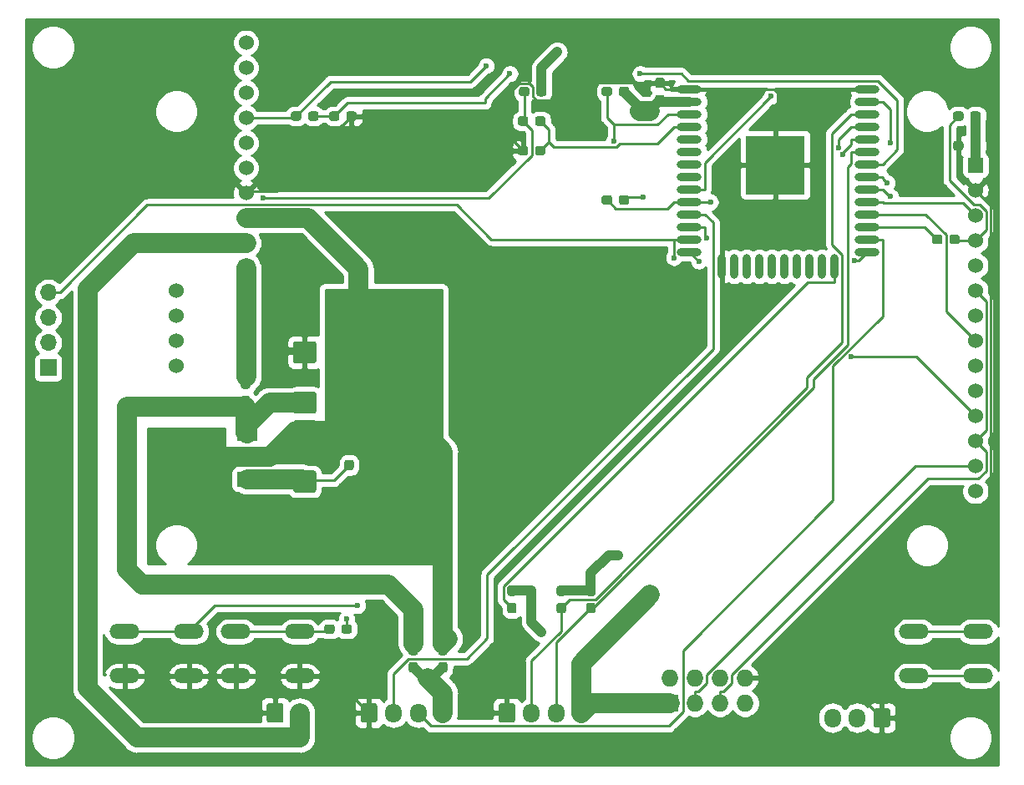
<source format=gbr>
G04 #@! TF.GenerationSoftware,KiCad,Pcbnew,5.1.7-a382d34a8~87~ubuntu18.04.1*
G04 #@! TF.CreationDate,2020-12-04T06:12:41+00:00*
G04 #@! TF.ProjectId,display,64697370-6c61-4792-9e6b-696361645f70,1.0*
G04 #@! TF.SameCoordinates,Original*
G04 #@! TF.FileFunction,Copper,L1,Top*
G04 #@! TF.FilePolarity,Positive*
%FSLAX46Y46*%
G04 Gerber Fmt 4.6, Leading zero omitted, Abs format (unit mm)*
G04 Created by KiCad (PCBNEW 5.1.7-a382d34a8~87~ubuntu18.04.1) date 2020-12-04 06:12:41*
%MOMM*%
%LPD*%
G01*
G04 APERTURE LIST*
G04 #@! TA.AperFunction,ComponentPad*
%ADD10R,1.524000X1.524000*%
G04 #@! TD*
G04 #@! TA.AperFunction,ComponentPad*
%ADD11C,1.524000*%
G04 #@! TD*
G04 #@! TA.AperFunction,ComponentPad*
%ADD12R,1.700000X1.700000*%
G04 #@! TD*
G04 #@! TA.AperFunction,ComponentPad*
%ADD13O,1.700000X1.700000*%
G04 #@! TD*
G04 #@! TA.AperFunction,ComponentPad*
%ADD14O,1.700000X2.000000*%
G04 #@! TD*
G04 #@! TA.AperFunction,ComponentPad*
%ADD15R,1.727200X1.727200*%
G04 #@! TD*
G04 #@! TA.AperFunction,ComponentPad*
%ADD16O,1.727200X1.727200*%
G04 #@! TD*
G04 #@! TA.AperFunction,ComponentPad*
%ADD17O,1.700000X1.950000*%
G04 #@! TD*
G04 #@! TA.AperFunction,ComponentPad*
%ADD18O,3.014980X1.506220*%
G04 #@! TD*
G04 #@! TA.AperFunction,SMDPad,CuDef*
%ADD19O,2.500000X0.900000*%
G04 #@! TD*
G04 #@! TA.AperFunction,SMDPad,CuDef*
%ADD20O,0.900000X2.500000*%
G04 #@! TD*
G04 #@! TA.AperFunction,SMDPad,CuDef*
%ADD21R,6.000000X6.000000*%
G04 #@! TD*
G04 #@! TA.AperFunction,SMDPad,CuDef*
%ADD22R,2.000000X3.800000*%
G04 #@! TD*
G04 #@! TA.AperFunction,SMDPad,CuDef*
%ADD23R,2.000000X1.500000*%
G04 #@! TD*
G04 #@! TA.AperFunction,ViaPad*
%ADD24C,0.600000*%
G04 #@! TD*
G04 #@! TA.AperFunction,Conductor*
%ADD25C,0.250000*%
G04 #@! TD*
G04 #@! TA.AperFunction,Conductor*
%ADD26C,2.000000*%
G04 #@! TD*
G04 #@! TA.AperFunction,Conductor*
%ADD27C,1.000000*%
G04 #@! TD*
G04 #@! TA.AperFunction,Conductor*
%ADD28C,0.254000*%
G04 #@! TD*
G04 #@! TA.AperFunction,Conductor*
%ADD29C,0.100000*%
G04 #@! TD*
G04 APERTURE END LIST*
G04 #@! TA.AperFunction,SMDPad,CuDef*
G36*
G01*
X128925001Y-99575000D02*
X127074999Y-99575000D01*
G75*
G02*
X126825000Y-99325001I0J249999D01*
G01*
X126825000Y-97574999D01*
G75*
G02*
X127074999Y-97325000I249999J0D01*
G01*
X128925001Y-97325000D01*
G75*
G02*
X129175000Y-97574999I0J-249999D01*
G01*
X129175000Y-99325001D01*
G75*
G02*
X128925001Y-99575000I-249999J0D01*
G01*
G37*
G04 #@! TD.AperFunction*
G04 #@! TA.AperFunction,SMDPad,CuDef*
G36*
G01*
X128925001Y-104675000D02*
X127074999Y-104675000D01*
G75*
G02*
X126825000Y-104425001I0J249999D01*
G01*
X126825000Y-102674999D01*
G75*
G02*
X127074999Y-102425000I249999J0D01*
G01*
X128925001Y-102425000D01*
G75*
G02*
X129175000Y-102674999I0J-249999D01*
G01*
X129175000Y-104425001D01*
G75*
G02*
X128925001Y-104675000I-249999J0D01*
G01*
G37*
G04 #@! TD.AperFunction*
G04 #@! TA.AperFunction,SMDPad,CuDef*
G36*
G01*
X127074999Y-105325000D02*
X128925001Y-105325000D01*
G75*
G02*
X129175000Y-105574999I0J-249999D01*
G01*
X129175000Y-107325001D01*
G75*
G02*
X128925001Y-107575000I-249999J0D01*
G01*
X127074999Y-107575000D01*
G75*
G02*
X126825000Y-107325001I0J249999D01*
G01*
X126825000Y-105574999D01*
G75*
G02*
X127074999Y-105325000I249999J0D01*
G01*
G37*
G04 #@! TD.AperFunction*
G04 #@! TA.AperFunction,SMDPad,CuDef*
G36*
G01*
X127074999Y-110425000D02*
X128925001Y-110425000D01*
G75*
G02*
X129175000Y-110674999I0J-249999D01*
G01*
X129175000Y-112425001D01*
G75*
G02*
X128925001Y-112675000I-249999J0D01*
G01*
X127074999Y-112675000D01*
G75*
G02*
X126825000Y-112425001I0J249999D01*
G01*
X126825000Y-110674999D01*
G75*
G02*
X127074999Y-110425000I249999J0D01*
G01*
G37*
G04 #@! TD.AperFunction*
G04 #@! TA.AperFunction,SMDPad,CuDef*
G36*
G01*
X194775000Y-77262500D02*
X194775000Y-77737500D01*
G75*
G02*
X194537500Y-77975000I-237500J0D01*
G01*
X193962500Y-77975000D01*
G75*
G02*
X193725000Y-77737500I0J237500D01*
G01*
X193725000Y-77262500D01*
G75*
G02*
X193962500Y-77025000I237500J0D01*
G01*
X194537500Y-77025000D01*
G75*
G02*
X194775000Y-77262500I0J-237500D01*
G01*
G37*
G04 #@! TD.AperFunction*
G04 #@! TA.AperFunction,SMDPad,CuDef*
G36*
G01*
X196525000Y-77262500D02*
X196525000Y-77737500D01*
G75*
G02*
X196287500Y-77975000I-237500J0D01*
G01*
X195712500Y-77975000D01*
G75*
G02*
X195475000Y-77737500I0J237500D01*
G01*
X195475000Y-77262500D01*
G75*
G02*
X195712500Y-77025000I237500J0D01*
G01*
X196287500Y-77025000D01*
G75*
G02*
X196525000Y-77262500I0J-237500D01*
G01*
G37*
G04 #@! TD.AperFunction*
G04 #@! TA.AperFunction,SMDPad,CuDef*
G36*
G01*
X164237500Y-73400000D02*
X163762500Y-73400000D01*
G75*
G02*
X163525000Y-73162500I0J237500D01*
G01*
X163525000Y-72587500D01*
G75*
G02*
X163762500Y-72350000I237500J0D01*
G01*
X164237500Y-72350000D01*
G75*
G02*
X164475000Y-72587500I0J-237500D01*
G01*
X164475000Y-73162500D01*
G75*
G02*
X164237500Y-73400000I-237500J0D01*
G01*
G37*
G04 #@! TD.AperFunction*
G04 #@! TA.AperFunction,SMDPad,CuDef*
G36*
G01*
X164237500Y-71650000D02*
X163762500Y-71650000D01*
G75*
G02*
X163525000Y-71412500I0J237500D01*
G01*
X163525000Y-70837500D01*
G75*
G02*
X163762500Y-70600000I237500J0D01*
G01*
X164237500Y-70600000D01*
G75*
G02*
X164475000Y-70837500I0J-237500D01*
G01*
X164475000Y-71412500D01*
G75*
G02*
X164237500Y-71650000I-237500J0D01*
G01*
G37*
G04 #@! TD.AperFunction*
G04 #@! TA.AperFunction,SMDPad,CuDef*
G36*
G01*
X132262500Y-107600000D02*
X132737500Y-107600000D01*
G75*
G02*
X132975000Y-107837500I0J-237500D01*
G01*
X132975000Y-108412500D01*
G75*
G02*
X132737500Y-108650000I-237500J0D01*
G01*
X132262500Y-108650000D01*
G75*
G02*
X132025000Y-108412500I0J237500D01*
G01*
X132025000Y-107837500D01*
G75*
G02*
X132262500Y-107600000I237500J0D01*
G01*
G37*
G04 #@! TD.AperFunction*
G04 #@! TA.AperFunction,SMDPad,CuDef*
G36*
G01*
X132262500Y-109350000D02*
X132737500Y-109350000D01*
G75*
G02*
X132975000Y-109587500I0J-237500D01*
G01*
X132975000Y-110162500D01*
G75*
G02*
X132737500Y-110400000I-237500J0D01*
G01*
X132262500Y-110400000D01*
G75*
G02*
X132025000Y-110162500I0J237500D01*
G01*
X132025000Y-109587500D01*
G75*
G02*
X132262500Y-109350000I237500J0D01*
G01*
G37*
G04 #@! TD.AperFunction*
D10*
X196000000Y-79490000D03*
D11*
X196000000Y-82030000D03*
X196000000Y-84570000D03*
X196000000Y-87110000D03*
X196000000Y-89650000D03*
X196000000Y-92190000D03*
X196000000Y-94730000D03*
X196000000Y-97270000D03*
X196000000Y-99810000D03*
X196000000Y-102350000D03*
X196000000Y-104890000D03*
X196000000Y-107430000D03*
X196000000Y-109970000D03*
X196000000Y-112510000D03*
X115000000Y-92190000D03*
X115000000Y-94730000D03*
X115000000Y-97270000D03*
X115000000Y-99810000D03*
D12*
X102000000Y-100000000D03*
D13*
X102000000Y-97460000D03*
X102000000Y-94920000D03*
X102000000Y-92380000D03*
G04 #@! TA.AperFunction,ComponentPad*
G36*
G01*
X124150000Y-135750000D02*
X124150000Y-134250000D01*
G75*
G02*
X124400000Y-134000000I250000J0D01*
G01*
X125600000Y-134000000D01*
G75*
G02*
X125850000Y-134250000I0J-250000D01*
G01*
X125850000Y-135750000D01*
G75*
G02*
X125600000Y-136000000I-250000J0D01*
G01*
X124400000Y-136000000D01*
G75*
G02*
X124150000Y-135750000I0J250000D01*
G01*
G37*
G04 #@! TD.AperFunction*
D14*
X127500000Y-135000000D03*
D15*
X165000000Y-134000000D03*
D16*
X165000000Y-131460000D03*
X167540000Y-134000000D03*
X167540000Y-131460000D03*
X170080000Y-134000000D03*
X170080000Y-131460000D03*
X172620000Y-134000000D03*
X172620000Y-131460000D03*
G04 #@! TA.AperFunction,ComponentPad*
G36*
G01*
X187350000Y-134775000D02*
X187350000Y-136225000D01*
G75*
G02*
X187100000Y-136475000I-250000J0D01*
G01*
X185900000Y-136475000D01*
G75*
G02*
X185650000Y-136225000I0J250000D01*
G01*
X185650000Y-134775000D01*
G75*
G02*
X185900000Y-134525000I250000J0D01*
G01*
X187100000Y-134525000D01*
G75*
G02*
X187350000Y-134775000I0J-250000D01*
G01*
G37*
G04 #@! TD.AperFunction*
D17*
X184000000Y-135500000D03*
X181500000Y-135500000D03*
G04 #@! TA.AperFunction,ComponentPad*
G36*
G01*
X147650000Y-135725000D02*
X147650000Y-134275000D01*
G75*
G02*
X147900000Y-134025000I250000J0D01*
G01*
X149100000Y-134025000D01*
G75*
G02*
X149350000Y-134275000I0J-250000D01*
G01*
X149350000Y-135725000D01*
G75*
G02*
X149100000Y-135975000I-250000J0D01*
G01*
X147900000Y-135975000D01*
G75*
G02*
X147650000Y-135725000I0J250000D01*
G01*
G37*
G04 #@! TD.AperFunction*
X151000000Y-135000000D03*
X153500000Y-135000000D03*
X156000000Y-135000000D03*
X142000000Y-135000000D03*
X139500000Y-135000000D03*
X137000000Y-135000000D03*
G04 #@! TA.AperFunction,ComponentPad*
G36*
G01*
X133650000Y-135725000D02*
X133650000Y-134275000D01*
G75*
G02*
X133900000Y-134025000I250000J0D01*
G01*
X135100000Y-134025000D01*
G75*
G02*
X135350000Y-134275000I0J-250000D01*
G01*
X135350000Y-135725000D01*
G75*
G02*
X135100000Y-135975000I-250000J0D01*
G01*
X133900000Y-135975000D01*
G75*
G02*
X133650000Y-135725000I0J250000D01*
G01*
G37*
G04 #@! TD.AperFunction*
D10*
X122048000Y-89908000D03*
D11*
X122048000Y-87368000D03*
X122048000Y-84828000D03*
X122048000Y-82288000D03*
X122048000Y-79748000D03*
X122048000Y-77208000D03*
X122048000Y-74668000D03*
X122048000Y-72128000D03*
X122048000Y-69588000D03*
X122048000Y-67048000D03*
G04 #@! TA.AperFunction,SMDPad,CuDef*
G36*
G01*
X153762500Y-123850000D02*
X154237500Y-123850000D01*
G75*
G02*
X154475000Y-124087500I0J-237500D01*
G01*
X154475000Y-124662500D01*
G75*
G02*
X154237500Y-124900000I-237500J0D01*
G01*
X153762500Y-124900000D01*
G75*
G02*
X153525000Y-124662500I0J237500D01*
G01*
X153525000Y-124087500D01*
G75*
G02*
X153762500Y-123850000I237500J0D01*
G01*
G37*
G04 #@! TD.AperFunction*
G04 #@! TA.AperFunction,SMDPad,CuDef*
G36*
G01*
X153762500Y-122100000D02*
X154237500Y-122100000D01*
G75*
G02*
X154475000Y-122337500I0J-237500D01*
G01*
X154475000Y-122912500D01*
G75*
G02*
X154237500Y-123150000I-237500J0D01*
G01*
X153762500Y-123150000D01*
G75*
G02*
X153525000Y-122912500I0J237500D01*
G01*
X153525000Y-122337500D01*
G75*
G02*
X153762500Y-122100000I237500J0D01*
G01*
G37*
G04 #@! TD.AperFunction*
G04 #@! TA.AperFunction,SMDPad,CuDef*
G36*
G01*
X156762500Y-122100000D02*
X157237500Y-122100000D01*
G75*
G02*
X157475000Y-122337500I0J-237500D01*
G01*
X157475000Y-122912500D01*
G75*
G02*
X157237500Y-123150000I-237500J0D01*
G01*
X156762500Y-123150000D01*
G75*
G02*
X156525000Y-122912500I0J237500D01*
G01*
X156525000Y-122337500D01*
G75*
G02*
X156762500Y-122100000I237500J0D01*
G01*
G37*
G04 #@! TD.AperFunction*
G04 #@! TA.AperFunction,SMDPad,CuDef*
G36*
G01*
X156762500Y-123850000D02*
X157237500Y-123850000D01*
G75*
G02*
X157475000Y-124087500I0J-237500D01*
G01*
X157475000Y-124662500D01*
G75*
G02*
X157237500Y-124900000I-237500J0D01*
G01*
X156762500Y-124900000D01*
G75*
G02*
X156525000Y-124662500I0J237500D01*
G01*
X156525000Y-124087500D01*
G75*
G02*
X156762500Y-123850000I237500J0D01*
G01*
G37*
G04 #@! TD.AperFunction*
G04 #@! TA.AperFunction,SMDPad,CuDef*
G36*
G01*
X159850000Y-72237500D02*
X159850000Y-71762500D01*
G75*
G02*
X160087500Y-71525000I237500J0D01*
G01*
X160662500Y-71525000D01*
G75*
G02*
X160900000Y-71762500I0J-237500D01*
G01*
X160900000Y-72237500D01*
G75*
G02*
X160662500Y-72475000I-237500J0D01*
G01*
X160087500Y-72475000D01*
G75*
G02*
X159850000Y-72237500I0J237500D01*
G01*
G37*
G04 #@! TD.AperFunction*
G04 #@! TA.AperFunction,SMDPad,CuDef*
G36*
G01*
X158100000Y-72237500D02*
X158100000Y-71762500D01*
G75*
G02*
X158337500Y-71525000I237500J0D01*
G01*
X158912500Y-71525000D01*
G75*
G02*
X159150000Y-71762500I0J-237500D01*
G01*
X159150000Y-72237500D01*
G75*
G02*
X158912500Y-72475000I-237500J0D01*
G01*
X158337500Y-72475000D01*
G75*
G02*
X158100000Y-72237500I0J237500D01*
G01*
G37*
G04 #@! TD.AperFunction*
G04 #@! TA.AperFunction,SMDPad,CuDef*
G36*
G01*
X132775000Y-126262500D02*
X132775000Y-126737500D01*
G75*
G02*
X132537500Y-126975000I-237500J0D01*
G01*
X131962500Y-126975000D01*
G75*
G02*
X131725000Y-126737500I0J237500D01*
G01*
X131725000Y-126262500D01*
G75*
G02*
X131962500Y-126025000I237500J0D01*
G01*
X132537500Y-126025000D01*
G75*
G02*
X132775000Y-126262500I0J-237500D01*
G01*
G37*
G04 #@! TD.AperFunction*
G04 #@! TA.AperFunction,SMDPad,CuDef*
G36*
G01*
X131025000Y-126262500D02*
X131025000Y-126737500D01*
G75*
G02*
X130787500Y-126975000I-237500J0D01*
G01*
X130212500Y-126975000D01*
G75*
G02*
X129975000Y-126737500I0J237500D01*
G01*
X129975000Y-126262500D01*
G75*
G02*
X130212500Y-126025000I237500J0D01*
G01*
X130787500Y-126025000D01*
G75*
G02*
X131025000Y-126262500I0J-237500D01*
G01*
G37*
G04 #@! TD.AperFunction*
G04 #@! TA.AperFunction,SMDPad,CuDef*
G36*
G01*
X160900000Y-82762500D02*
X160900000Y-83237500D01*
G75*
G02*
X160662500Y-83475000I-237500J0D01*
G01*
X160087500Y-83475000D01*
G75*
G02*
X159850000Y-83237500I0J237500D01*
G01*
X159850000Y-82762500D01*
G75*
G02*
X160087500Y-82525000I237500J0D01*
G01*
X160662500Y-82525000D01*
G75*
G02*
X160900000Y-82762500I0J-237500D01*
G01*
G37*
G04 #@! TD.AperFunction*
G04 #@! TA.AperFunction,SMDPad,CuDef*
G36*
G01*
X159150000Y-82762500D02*
X159150000Y-83237500D01*
G75*
G02*
X158912500Y-83475000I-237500J0D01*
G01*
X158337500Y-83475000D01*
G75*
G02*
X158100000Y-83237500I0J237500D01*
G01*
X158100000Y-82762500D01*
G75*
G02*
X158337500Y-82525000I237500J0D01*
G01*
X158912500Y-82525000D01*
G75*
G02*
X159150000Y-82762500I0J-237500D01*
G01*
G37*
G04 #@! TD.AperFunction*
G04 #@! TA.AperFunction,SMDPad,CuDef*
G36*
G01*
X149237500Y-124900000D02*
X148762500Y-124900000D01*
G75*
G02*
X148525000Y-124662500I0J237500D01*
G01*
X148525000Y-124087500D01*
G75*
G02*
X148762500Y-123850000I237500J0D01*
G01*
X149237500Y-123850000D01*
G75*
G02*
X149475000Y-124087500I0J-237500D01*
G01*
X149475000Y-124662500D01*
G75*
G02*
X149237500Y-124900000I-237500J0D01*
G01*
G37*
G04 #@! TD.AperFunction*
G04 #@! TA.AperFunction,SMDPad,CuDef*
G36*
G01*
X149237500Y-123150000D02*
X148762500Y-123150000D01*
G75*
G02*
X148525000Y-122912500I0J237500D01*
G01*
X148525000Y-122337500D01*
G75*
G02*
X148762500Y-122100000I237500J0D01*
G01*
X149237500Y-122100000D01*
G75*
G02*
X149475000Y-122337500I0J-237500D01*
G01*
X149475000Y-122912500D01*
G75*
G02*
X149237500Y-123150000I-237500J0D01*
G01*
G37*
G04 #@! TD.AperFunction*
G04 #@! TA.AperFunction,SMDPad,CuDef*
G36*
G01*
X121762500Y-102850000D02*
X122237500Y-102850000D01*
G75*
G02*
X122475000Y-103087500I0J-237500D01*
G01*
X122475000Y-103662500D01*
G75*
G02*
X122237500Y-103900000I-237500J0D01*
G01*
X121762500Y-103900000D01*
G75*
G02*
X121525000Y-103662500I0J237500D01*
G01*
X121525000Y-103087500D01*
G75*
G02*
X121762500Y-102850000I237500J0D01*
G01*
G37*
G04 #@! TD.AperFunction*
G04 #@! TA.AperFunction,SMDPad,CuDef*
G36*
G01*
X121762500Y-101100000D02*
X122237500Y-101100000D01*
G75*
G02*
X122475000Y-101337500I0J-237500D01*
G01*
X122475000Y-101912500D01*
G75*
G02*
X122237500Y-102150000I-237500J0D01*
G01*
X121762500Y-102150000D01*
G75*
G02*
X121525000Y-101912500I0J237500D01*
G01*
X121525000Y-101337500D01*
G75*
G02*
X121762500Y-101100000I237500J0D01*
G01*
G37*
G04 #@! TD.AperFunction*
G04 #@! TA.AperFunction,SMDPad,CuDef*
G36*
G01*
X150775000Y-71762500D02*
X150775000Y-72237500D01*
G75*
G02*
X150537500Y-72475000I-237500J0D01*
G01*
X149962500Y-72475000D01*
G75*
G02*
X149725000Y-72237500I0J237500D01*
G01*
X149725000Y-71762500D01*
G75*
G02*
X149962500Y-71525000I237500J0D01*
G01*
X150537500Y-71525000D01*
G75*
G02*
X150775000Y-71762500I0J-237500D01*
G01*
G37*
G04 #@! TD.AperFunction*
G04 #@! TA.AperFunction,SMDPad,CuDef*
G36*
G01*
X152525000Y-71762500D02*
X152525000Y-72237500D01*
G75*
G02*
X152287500Y-72475000I-237500J0D01*
G01*
X151712500Y-72475000D01*
G75*
G02*
X151475000Y-72237500I0J237500D01*
G01*
X151475000Y-71762500D01*
G75*
G02*
X151712500Y-71525000I237500J0D01*
G01*
X152287500Y-71525000D01*
G75*
G02*
X152525000Y-71762500I0J-237500D01*
G01*
G37*
G04 #@! TD.AperFunction*
G04 #@! TA.AperFunction,SMDPad,CuDef*
G36*
G01*
X127650000Y-74262500D02*
X127650000Y-74737500D01*
G75*
G02*
X127412500Y-74975000I-237500J0D01*
G01*
X126837500Y-74975000D01*
G75*
G02*
X126600000Y-74737500I0J237500D01*
G01*
X126600000Y-74262500D01*
G75*
G02*
X126837500Y-74025000I237500J0D01*
G01*
X127412500Y-74025000D01*
G75*
G02*
X127650000Y-74262500I0J-237500D01*
G01*
G37*
G04 #@! TD.AperFunction*
G04 #@! TA.AperFunction,SMDPad,CuDef*
G36*
G01*
X129400000Y-74262500D02*
X129400000Y-74737500D01*
G75*
G02*
X129162500Y-74975000I-237500J0D01*
G01*
X128587500Y-74975000D01*
G75*
G02*
X128350000Y-74737500I0J237500D01*
G01*
X128350000Y-74262500D01*
G75*
G02*
X128587500Y-74025000I237500J0D01*
G01*
X129162500Y-74025000D01*
G75*
G02*
X129400000Y-74262500I0J-237500D01*
G01*
G37*
G04 #@! TD.AperFunction*
G04 #@! TA.AperFunction,SMDPad,CuDef*
G36*
G01*
X131525000Y-74262500D02*
X131525000Y-74737500D01*
G75*
G02*
X131287500Y-74975000I-237500J0D01*
G01*
X130712500Y-74975000D01*
G75*
G02*
X130475000Y-74737500I0J237500D01*
G01*
X130475000Y-74262500D01*
G75*
G02*
X130712500Y-74025000I237500J0D01*
G01*
X131287500Y-74025000D01*
G75*
G02*
X131525000Y-74262500I0J-237500D01*
G01*
G37*
G04 #@! TD.AperFunction*
G04 #@! TA.AperFunction,SMDPad,CuDef*
G36*
G01*
X133275000Y-74262500D02*
X133275000Y-74737500D01*
G75*
G02*
X133037500Y-74975000I-237500J0D01*
G01*
X132462500Y-74975000D01*
G75*
G02*
X132225000Y-74737500I0J237500D01*
G01*
X132225000Y-74262500D01*
G75*
G02*
X132462500Y-74025000I237500J0D01*
G01*
X133037500Y-74025000D01*
G75*
G02*
X133275000Y-74262500I0J-237500D01*
G01*
G37*
G04 #@! TD.AperFunction*
G04 #@! TA.AperFunction,SMDPad,CuDef*
G36*
G01*
X152400000Y-74762500D02*
X152400000Y-75237500D01*
G75*
G02*
X152162500Y-75475000I-237500J0D01*
G01*
X151587500Y-75475000D01*
G75*
G02*
X151350000Y-75237500I0J237500D01*
G01*
X151350000Y-74762500D01*
G75*
G02*
X151587500Y-74525000I237500J0D01*
G01*
X152162500Y-74525000D01*
G75*
G02*
X152400000Y-74762500I0J-237500D01*
G01*
G37*
G04 #@! TD.AperFunction*
G04 #@! TA.AperFunction,SMDPad,CuDef*
G36*
G01*
X150650000Y-74762500D02*
X150650000Y-75237500D01*
G75*
G02*
X150412500Y-75475000I-237500J0D01*
G01*
X149837500Y-75475000D01*
G75*
G02*
X149600000Y-75237500I0J237500D01*
G01*
X149600000Y-74762500D01*
G75*
G02*
X149837500Y-74525000I237500J0D01*
G01*
X150412500Y-74525000D01*
G75*
G02*
X150650000Y-74762500I0J-237500D01*
G01*
G37*
G04 #@! TD.AperFunction*
G04 #@! TA.AperFunction,SMDPad,CuDef*
G36*
G01*
X149600000Y-78237500D02*
X149600000Y-77762500D01*
G75*
G02*
X149837500Y-77525000I237500J0D01*
G01*
X150412500Y-77525000D01*
G75*
G02*
X150650000Y-77762500I0J-237500D01*
G01*
X150650000Y-78237500D01*
G75*
G02*
X150412500Y-78475000I-237500J0D01*
G01*
X149837500Y-78475000D01*
G75*
G02*
X149600000Y-78237500I0J237500D01*
G01*
G37*
G04 #@! TD.AperFunction*
G04 #@! TA.AperFunction,SMDPad,CuDef*
G36*
G01*
X151350000Y-78237500D02*
X151350000Y-77762500D01*
G75*
G02*
X151587500Y-77525000I237500J0D01*
G01*
X152162500Y-77525000D01*
G75*
G02*
X152400000Y-77762500I0J-237500D01*
G01*
X152400000Y-78237500D01*
G75*
G02*
X152162500Y-78475000I-237500J0D01*
G01*
X151587500Y-78475000D01*
G75*
G02*
X151350000Y-78237500I0J237500D01*
G01*
G37*
G04 #@! TD.AperFunction*
G04 #@! TA.AperFunction,SMDPad,CuDef*
G36*
G01*
X196525000Y-74262500D02*
X196525000Y-74737500D01*
G75*
G02*
X196287500Y-74975000I-237500J0D01*
G01*
X195712500Y-74975000D01*
G75*
G02*
X195475000Y-74737500I0J237500D01*
G01*
X195475000Y-74262500D01*
G75*
G02*
X195712500Y-74025000I237500J0D01*
G01*
X196287500Y-74025000D01*
G75*
G02*
X196525000Y-74262500I0J-237500D01*
G01*
G37*
G04 #@! TD.AperFunction*
G04 #@! TA.AperFunction,SMDPad,CuDef*
G36*
G01*
X194775000Y-74262500D02*
X194775000Y-74737500D01*
G75*
G02*
X194537500Y-74975000I-237500J0D01*
G01*
X193962500Y-74975000D01*
G75*
G02*
X193725000Y-74737500I0J237500D01*
G01*
X193725000Y-74262500D01*
G75*
G02*
X193962500Y-74025000I237500J0D01*
G01*
X194537500Y-74025000D01*
G75*
G02*
X194775000Y-74262500I0J-237500D01*
G01*
G37*
G04 #@! TD.AperFunction*
G04 #@! TA.AperFunction,SMDPad,CuDef*
G36*
G01*
X193350000Y-87237500D02*
X193350000Y-86762500D01*
G75*
G02*
X193587500Y-86525000I237500J0D01*
G01*
X194162500Y-86525000D01*
G75*
G02*
X194400000Y-86762500I0J-237500D01*
G01*
X194400000Y-87237500D01*
G75*
G02*
X194162500Y-87475000I-237500J0D01*
G01*
X193587500Y-87475000D01*
G75*
G02*
X193350000Y-87237500I0J237500D01*
G01*
G37*
G04 #@! TD.AperFunction*
G04 #@! TA.AperFunction,SMDPad,CuDef*
G36*
G01*
X191600000Y-87237500D02*
X191600000Y-86762500D01*
G75*
G02*
X191837500Y-86525000I237500J0D01*
G01*
X192412500Y-86525000D01*
G75*
G02*
X192650000Y-86762500I0J-237500D01*
G01*
X192650000Y-87237500D01*
G75*
G02*
X192412500Y-87475000I-237500J0D01*
G01*
X191837500Y-87475000D01*
G75*
G02*
X191600000Y-87237500I0J237500D01*
G01*
G37*
G04 #@! TD.AperFunction*
G04 #@! TA.AperFunction,SMDPad,CuDef*
G36*
G01*
X139237500Y-129150000D02*
X138762500Y-129150000D01*
G75*
G02*
X138525000Y-128912500I0J237500D01*
G01*
X138525000Y-128337500D01*
G75*
G02*
X138762500Y-128100000I237500J0D01*
G01*
X139237500Y-128100000D01*
G75*
G02*
X139475000Y-128337500I0J-237500D01*
G01*
X139475000Y-128912500D01*
G75*
G02*
X139237500Y-129150000I-237500J0D01*
G01*
G37*
G04 #@! TD.AperFunction*
G04 #@! TA.AperFunction,SMDPad,CuDef*
G36*
G01*
X139237500Y-130900000D02*
X138762500Y-130900000D01*
G75*
G02*
X138525000Y-130662500I0J237500D01*
G01*
X138525000Y-130087500D01*
G75*
G02*
X138762500Y-129850000I237500J0D01*
G01*
X139237500Y-129850000D01*
G75*
G02*
X139475000Y-130087500I0J-237500D01*
G01*
X139475000Y-130662500D01*
G75*
G02*
X139237500Y-130900000I-237500J0D01*
G01*
G37*
G04 #@! TD.AperFunction*
G04 #@! TA.AperFunction,SMDPad,CuDef*
G36*
G01*
X142237500Y-130900000D02*
X141762500Y-130900000D01*
G75*
G02*
X141525000Y-130662500I0J237500D01*
G01*
X141525000Y-130087500D01*
G75*
G02*
X141762500Y-129850000I237500J0D01*
G01*
X142237500Y-129850000D01*
G75*
G02*
X142475000Y-130087500I0J-237500D01*
G01*
X142475000Y-130662500D01*
G75*
G02*
X142237500Y-130900000I-237500J0D01*
G01*
G37*
G04 #@! TD.AperFunction*
G04 #@! TA.AperFunction,SMDPad,CuDef*
G36*
G01*
X142237500Y-129150000D02*
X141762500Y-129150000D01*
G75*
G02*
X141525000Y-128912500I0J237500D01*
G01*
X141525000Y-128337500D01*
G75*
G02*
X141762500Y-128100000I237500J0D01*
G01*
X142237500Y-128100000D01*
G75*
G02*
X142475000Y-128337500I0J-237500D01*
G01*
X142475000Y-128912500D01*
G75*
G02*
X142237500Y-129150000I-237500J0D01*
G01*
G37*
G04 #@! TD.AperFunction*
D18*
X109751340Y-131247900D03*
X116248660Y-131247900D03*
X109751340Y-126752100D03*
X116248660Y-126752100D03*
X127497660Y-126752100D03*
X121000340Y-126752100D03*
X127497660Y-131247900D03*
X121000340Y-131247900D03*
X189751340Y-131247900D03*
X196248660Y-131247900D03*
X189751340Y-126752100D03*
X196248660Y-126752100D03*
D19*
X185000000Y-71750000D03*
X185000000Y-73020000D03*
X185000000Y-74290000D03*
X185000000Y-75560000D03*
X185000000Y-76830000D03*
X185000000Y-78100000D03*
X185000000Y-79370000D03*
X185000000Y-80640000D03*
X185000000Y-81910000D03*
X185000000Y-83180000D03*
X185000000Y-84450000D03*
X185000000Y-85720000D03*
X185000000Y-86990000D03*
X185000000Y-88260000D03*
D20*
X181715000Y-89750000D03*
X180445000Y-89750000D03*
X179175000Y-89750000D03*
X177905000Y-89750000D03*
X176635000Y-89750000D03*
X175365000Y-89750000D03*
X174095000Y-89750000D03*
X172825000Y-89750000D03*
X171555000Y-89750000D03*
X170285000Y-89750000D03*
D19*
X167000000Y-88260000D03*
X167000000Y-86990000D03*
X167000000Y-85720000D03*
X167000000Y-84450000D03*
X167000000Y-83180000D03*
X167000000Y-81910000D03*
X167000000Y-80640000D03*
X167000000Y-79370000D03*
X167000000Y-78100000D03*
X167000000Y-76830000D03*
X167000000Y-75560000D03*
X167000000Y-74290000D03*
X167000000Y-73020000D03*
X167000000Y-71750000D03*
D21*
X175700000Y-79450000D03*
D22*
X115850000Y-109000000D03*
D23*
X122150000Y-109000000D03*
X122150000Y-106700000D03*
X122150000Y-111300000D03*
D24*
X126124000Y-98045100D03*
X124883500Y-111300000D03*
X153233502Y-106500000D03*
X148233502Y-101500000D03*
X139000000Y-124500000D03*
X162000000Y-74000000D03*
X128328000Y-84828000D03*
X163000000Y-123000000D03*
X159800000Y-119000000D03*
X142000000Y-121600000D03*
X152000000Y-126800000D03*
X146400000Y-69400000D03*
X153600000Y-68000000D03*
X175289900Y-72494700D03*
X187404800Y-77187400D03*
X187379600Y-82649600D03*
X187025900Y-81261900D03*
X183396800Y-98895800D03*
X168760900Y-86829000D03*
X169137900Y-83207400D03*
X165424700Y-88847600D03*
X123821200Y-82804500D03*
X167954300Y-89214300D03*
X182091300Y-77719000D03*
X182573300Y-78368900D03*
X132250000Y-125505300D03*
X159315600Y-77031800D03*
X133382300Y-124131200D03*
X183712400Y-89149300D03*
X162318600Y-82722500D03*
X148800000Y-70200000D03*
X162000000Y-70200000D03*
D25*
X127497700Y-131247900D02*
X130747900Y-131247900D01*
X130747900Y-131247900D02*
X134500000Y-135000000D01*
X126124000Y-98045100D02*
X127595100Y-98045100D01*
X127595100Y-98045100D02*
X128000000Y-98450000D01*
X196000000Y-82030000D02*
X194250000Y-80280000D01*
X194250000Y-80280000D02*
X194250000Y-77500000D01*
X182460000Y-131460000D02*
X197554500Y-116365500D01*
X197554500Y-116365500D02*
X197554500Y-83584500D01*
X197554500Y-83584500D02*
X196000000Y-82030000D01*
X164000000Y-71125000D02*
X164625000Y-71750000D01*
X164625000Y-71750000D02*
X165424700Y-71750000D01*
X146625000Y-74500000D02*
X146625000Y-74233700D01*
X146625000Y-74233700D02*
X149660000Y-71198700D01*
X149660000Y-71198700D02*
X150791400Y-71198700D01*
X150791400Y-71198700D02*
X151125000Y-71532300D01*
X151125000Y-71532300D02*
X151125000Y-72493900D01*
X151125000Y-72493900D02*
X151495000Y-72863900D01*
X151495000Y-72863900D02*
X154510100Y-72863900D01*
X154510100Y-72863900D02*
X156249000Y-71125000D01*
X156249000Y-71125000D02*
X164000000Y-71125000D01*
X167000000Y-71750000D02*
X165424700Y-71750000D01*
X146625000Y-74500000D02*
X150125000Y-78000000D01*
X132750000Y-74500000D02*
X146625000Y-74500000D01*
X182460000Y-131460000D02*
X172620000Y-131460000D01*
X186500000Y-135500000D02*
X182460000Y-131460000D01*
X184212400Y-71750000D02*
X185000000Y-71750000D01*
X184212400Y-71750000D02*
X183424700Y-71750000D01*
X132750000Y-74500000D02*
X125130100Y-82119900D01*
X125130100Y-82119900D02*
X122216100Y-82119900D01*
X122216100Y-82119900D02*
X122048000Y-82288000D01*
X127875000Y-111425000D02*
X130950000Y-111425000D01*
X130950000Y-111425000D02*
X132500000Y-109875000D01*
D26*
X127875000Y-111425000D02*
X128000000Y-111550000D01*
X124883500Y-111300000D02*
X127750000Y-111300000D01*
X127750000Y-111300000D02*
X127875000Y-111425000D01*
D25*
X175936600Y-72109900D02*
X175576700Y-71750000D01*
X175576700Y-71750000D02*
X168575300Y-71750000D01*
X175700000Y-79450000D02*
X175700000Y-76124700D01*
X175700000Y-76124700D02*
X175936600Y-75888100D01*
X175936600Y-75888100D02*
X175936600Y-72109900D01*
X175936600Y-72109900D02*
X183064800Y-72109900D01*
X183064800Y-72109900D02*
X183424700Y-71750000D01*
X175700000Y-79450000D02*
X175700000Y-82775300D01*
D26*
X122150000Y-111300000D02*
X124883500Y-111300000D01*
D25*
X175700000Y-82775300D02*
X175684400Y-82775300D01*
X175684400Y-82775300D02*
X170285000Y-88174700D01*
X167000000Y-71750000D02*
X168575300Y-71750000D01*
X170285000Y-89750000D02*
X170285000Y-88174700D01*
X109751300Y-131247900D02*
X116248700Y-131247900D01*
X116248700Y-131247900D02*
X121000300Y-131247900D01*
D26*
X153233502Y-106500000D02*
X148233502Y-101500000D01*
X122000000Y-106000000D02*
X122000000Y-106550000D01*
X122000000Y-106550000D02*
X122150000Y-106700000D01*
X122000000Y-104000000D02*
X122000000Y-106000000D01*
X139000000Y-124500000D02*
X136500000Y-122000000D01*
X136500000Y-122000000D02*
X111500000Y-122000000D01*
X111500000Y-122000000D02*
X110000000Y-120500000D01*
X110000000Y-120500000D02*
X110000000Y-104000000D01*
X110000000Y-104000000D02*
X122000000Y-104000000D01*
X139000000Y-128000000D02*
X139000000Y-124500000D01*
D27*
X139000000Y-128625000D02*
X139000000Y-128000000D01*
D26*
X128000000Y-103550000D02*
X124450000Y-103550000D01*
X124450000Y-103550000D02*
X122000000Y-106000000D01*
D27*
X122000000Y-103375000D02*
X122000000Y-104000000D01*
X196000000Y-77500000D02*
X196000000Y-74500000D01*
X196000000Y-79490000D02*
X196000000Y-77500000D01*
X162000000Y-74000000D02*
X162000000Y-73625000D01*
X162000000Y-73625000D02*
X160375000Y-72000000D01*
X164000000Y-72875000D02*
X164145000Y-73020000D01*
X164145000Y-73020000D02*
X167000000Y-73020000D01*
X163000000Y-74000000D02*
X163000000Y-73875000D01*
X163000000Y-73875000D02*
X164000000Y-72875000D01*
D26*
X162000000Y-74000000D02*
X163000000Y-74000000D01*
X142500000Y-127500000D02*
X142000000Y-128000000D01*
X165000000Y-134000000D02*
X157000000Y-134000000D01*
X157000000Y-134000000D02*
X156000000Y-135000000D01*
X133450000Y-106450000D02*
X131950000Y-106450000D01*
X128328000Y-84828000D02*
X133450000Y-89950000D01*
X133450000Y-89950000D02*
X133450000Y-106450000D01*
X142000000Y-108500000D02*
X139950000Y-106450000D01*
X139950000Y-106450000D02*
X133450000Y-106450000D01*
X122048000Y-84828000D02*
X128328000Y-84828000D01*
X131950000Y-106450000D02*
X128000000Y-106450000D01*
D27*
X132500000Y-108125000D02*
X132500000Y-107000000D01*
X132500000Y-107000000D02*
X131950000Y-106450000D01*
X142000000Y-128625000D02*
X142000000Y-128000000D01*
D26*
X122150000Y-109000000D02*
X115850000Y-109000000D01*
X128000000Y-106450000D02*
X127050000Y-106450000D01*
X127050000Y-106450000D02*
X124500000Y-109000000D01*
X124500000Y-109000000D02*
X122150000Y-109000000D01*
X156000000Y-135000000D02*
X156000000Y-130000000D01*
X156000000Y-130000000D02*
X163000000Y-123000000D01*
D27*
X159800000Y-119000000D02*
X158800000Y-119000000D01*
X157000000Y-120800000D02*
X157000000Y-122625000D01*
X158800000Y-119000000D02*
X157000000Y-120800000D01*
X157000000Y-122625000D02*
X154000000Y-122625000D01*
D26*
X142000000Y-128000000D02*
X142000000Y-121600000D01*
X142000000Y-121600000D02*
X142000000Y-108500000D01*
D27*
X152000000Y-126800000D02*
X151000000Y-125800000D01*
X151000000Y-125800000D02*
X151000000Y-122600000D01*
X149025000Y-122600000D02*
X149000000Y-122625000D01*
X151000000Y-122600000D02*
X149025000Y-122600000D01*
D25*
X122048000Y-74668000D02*
X126957000Y-74668000D01*
X126957000Y-74668000D02*
X127125000Y-74500000D01*
X146400000Y-69400000D02*
X144800000Y-71000000D01*
X130625000Y-71000000D02*
X127125000Y-74500000D01*
X144800000Y-71000000D02*
X130625000Y-71000000D01*
D27*
X152000000Y-72000000D02*
X152000000Y-69600000D01*
X152000000Y-69600000D02*
X153600000Y-68000000D01*
D25*
X185000000Y-83180000D02*
X186575300Y-83180000D01*
X186575300Y-83180000D02*
X186670200Y-83274900D01*
X186670200Y-83274900D02*
X194704900Y-83274900D01*
X194704900Y-83274900D02*
X196000000Y-84570000D01*
X196000000Y-87110000D02*
X197104100Y-86005900D01*
X197104100Y-86005900D02*
X197104100Y-84119500D01*
X197104100Y-84119500D02*
X196443900Y-83459300D01*
X196443900Y-83459300D02*
X195831900Y-83459300D01*
X195831900Y-83459300D02*
X193360000Y-80987400D01*
X193360000Y-80987400D02*
X193360000Y-75390000D01*
X193360000Y-75390000D02*
X194250000Y-74500000D01*
X193875000Y-87000000D02*
X193985000Y-87110000D01*
X193985000Y-87110000D02*
X196000000Y-87110000D01*
X168575300Y-81910000D02*
X168575300Y-79209300D01*
X168575300Y-79209300D02*
X175289900Y-72494700D01*
X167000000Y-81910000D02*
X168575300Y-81910000D01*
X196000000Y-92190000D02*
X197087400Y-93277400D01*
X197087400Y-93277400D02*
X197087400Y-106342600D01*
X197087400Y-106342600D02*
X196000000Y-107430000D01*
X170080000Y-134000000D02*
X170080000Y-132811100D01*
X170080000Y-132811100D02*
X170451600Y-132811100D01*
X170451600Y-132811100D02*
X171268900Y-131993800D01*
X171268900Y-131993800D02*
X171268900Y-131120500D01*
X171268900Y-131120500D02*
X191149400Y-111240000D01*
X191149400Y-111240000D02*
X196287900Y-111240000D01*
X196287900Y-111240000D02*
X197087400Y-110440500D01*
X197087400Y-110440500D02*
X197087400Y-108517400D01*
X197087400Y-108517400D02*
X196000000Y-107430000D01*
X185000000Y-73020000D02*
X186575300Y-73020000D01*
X186575300Y-73020000D02*
X187404800Y-73849500D01*
X187404800Y-73849500D02*
X187404800Y-77187400D01*
X186575300Y-81910000D02*
X187314900Y-82649600D01*
X187314900Y-82649600D02*
X187379600Y-82649600D01*
X185000000Y-81910000D02*
X186575300Y-81910000D01*
X185000000Y-84450000D02*
X190908600Y-84450000D01*
X190908600Y-84450000D02*
X192999900Y-86541300D01*
X192999900Y-86541300D02*
X192999900Y-94269900D01*
X192999900Y-94269900D02*
X196000000Y-97270000D01*
X186575300Y-80640000D02*
X186575300Y-80811300D01*
X186575300Y-80811300D02*
X187025900Y-81261900D01*
X185000000Y-80640000D02*
X186575300Y-80640000D01*
X167540000Y-134000000D02*
X167540000Y-132811100D01*
X196000000Y-109970000D02*
X189887500Y-109970000D01*
X189887500Y-109970000D02*
X168728900Y-131128600D01*
X168728900Y-131128600D02*
X168728900Y-131993800D01*
X168728900Y-131993800D02*
X167911600Y-132811100D01*
X167911600Y-132811100D02*
X167540000Y-132811100D01*
X167000000Y-85720000D02*
X168575300Y-85720000D01*
X183396800Y-98895800D02*
X190005800Y-98895800D01*
X190005800Y-98895800D02*
X196000000Y-104890000D01*
X168575300Y-85720000D02*
X168575300Y-86643400D01*
X168575300Y-86643400D02*
X168760900Y-86829000D01*
X167000000Y-83180000D02*
X165424700Y-83180000D01*
X165424700Y-83180000D02*
X164748600Y-83856100D01*
X164748600Y-83856100D02*
X159481100Y-83856100D01*
X159481100Y-83856100D02*
X158625000Y-83000000D01*
X169137900Y-83207400D02*
X169110500Y-83180000D01*
X169110500Y-83180000D02*
X167000000Y-83180000D01*
X165424700Y-86990000D02*
X146922700Y-86990000D01*
X146922700Y-86990000D02*
X143435300Y-83502600D01*
X143435300Y-83502600D02*
X112052700Y-83502600D01*
X112052700Y-83502600D02*
X103175300Y-92380000D01*
X102000000Y-92380000D02*
X103175300Y-92380000D01*
X165424700Y-86990000D02*
X165424700Y-88847600D01*
X167000000Y-86990000D02*
X165424700Y-86990000D01*
X123821200Y-82804500D02*
X146656500Y-82804500D01*
X146656500Y-82804500D02*
X151023500Y-78437500D01*
X151023500Y-78437500D02*
X151023500Y-75898500D01*
X151023500Y-75898500D02*
X150125000Y-75000000D01*
X150250000Y-72000000D02*
X150250000Y-74875000D01*
X150250000Y-74875000D02*
X150125000Y-75000000D01*
D26*
X127500000Y-135000000D02*
X127500000Y-137500000D01*
X127500000Y-137500000D02*
X111000000Y-137500000D01*
X111000000Y-137500000D02*
X106000000Y-132500000D01*
X106000000Y-132500000D02*
X106000000Y-92000000D01*
X106000000Y-92000000D02*
X110632000Y-87368000D01*
X110632000Y-87368000D02*
X122048000Y-87368000D01*
D25*
X167000000Y-88260000D02*
X167954300Y-89214300D01*
X185000000Y-75560000D02*
X183424700Y-75560000D01*
X183424700Y-75560000D02*
X182091300Y-76893400D01*
X182091300Y-76893400D02*
X182091300Y-77719000D01*
X183424700Y-76830000D02*
X183424700Y-77349100D01*
X183424700Y-77349100D02*
X182573300Y-78200500D01*
X182573300Y-78200500D02*
X182573300Y-78368900D01*
X185000000Y-76830000D02*
X183424700Y-76830000D01*
X183424700Y-74290000D02*
X181465900Y-76248800D01*
X181465900Y-76248800D02*
X181465900Y-87507400D01*
X181465900Y-87507400D02*
X182490300Y-88531800D01*
X182490300Y-88531800D02*
X182490300Y-97411900D01*
X182490300Y-97411900D02*
X178916300Y-100985900D01*
X178916300Y-100985900D02*
X178916300Y-102029700D01*
X178916300Y-102029700D02*
X157446000Y-123500000D01*
X157446000Y-123500000D02*
X154875000Y-123500000D01*
X154875000Y-123500000D02*
X154000000Y-124375000D01*
X151000000Y-133699700D02*
X151000000Y-129738100D01*
X151000000Y-129738100D02*
X154000000Y-126738100D01*
X154000000Y-126738100D02*
X154000000Y-124375000D01*
X185000000Y-74290000D02*
X183424700Y-74290000D01*
X151000000Y-135000000D02*
X151000000Y-133699700D01*
X183424700Y-78100000D02*
X183424700Y-79328200D01*
X183424700Y-79328200D02*
X183054100Y-79698800D01*
X183054100Y-79698800D02*
X183054100Y-97717300D01*
X183054100Y-97717300D02*
X179591700Y-101179700D01*
X179591700Y-101179700D02*
X179591700Y-101991200D01*
X179591700Y-101991200D02*
X157207900Y-124375000D01*
X157207900Y-124375000D02*
X157000000Y-124375000D01*
X185000000Y-78100000D02*
X183424700Y-78100000D01*
X153500000Y-135000000D02*
X153500000Y-127875000D01*
X153500000Y-127875000D02*
X157000000Y-124375000D01*
D27*
X140500000Y-131500000D02*
X140875000Y-131500000D01*
X140875000Y-131500000D02*
X142000000Y-130375000D01*
X140500000Y-131500000D02*
X140125000Y-131500000D01*
X140125000Y-131500000D02*
X139000000Y-130375000D01*
D26*
X142000000Y-135000000D02*
X142000000Y-133000000D01*
X142000000Y-133000000D02*
X140500000Y-131500000D01*
D25*
X185000000Y-86990000D02*
X186575300Y-86990000D01*
X186575300Y-86990000D02*
X186575300Y-94833000D01*
X186575300Y-94833000D02*
X181566100Y-99842200D01*
X181566100Y-99842200D02*
X181566100Y-113436800D01*
X181566100Y-113436800D02*
X166338300Y-128664600D01*
X166338300Y-128664600D02*
X166338300Y-134882800D01*
X166338300Y-134882800D02*
X164888400Y-136332700D01*
X164888400Y-136332700D02*
X140832700Y-136332700D01*
X140832700Y-136332700D02*
X139500000Y-135000000D01*
X167000000Y-84450000D02*
X168575300Y-84450000D01*
X168575300Y-84450000D02*
X169396800Y-85271500D01*
X169396800Y-85271500D02*
X169396800Y-98092400D01*
X169396800Y-98092400D02*
X146505400Y-120983800D01*
X146505400Y-120983800D02*
X146505400Y-127438500D01*
X146505400Y-127438500D02*
X144443900Y-129500000D01*
X144443900Y-129500000D02*
X138535200Y-129500000D01*
X138535200Y-129500000D02*
X137000000Y-131035200D01*
X137000000Y-131035200D02*
X137000000Y-135000000D01*
X196248700Y-126752100D02*
X189751300Y-126752100D01*
X196248700Y-131247900D02*
X189751300Y-131247900D01*
X132250000Y-125505300D02*
X132250000Y-126500000D01*
X159315600Y-75334900D02*
X159315600Y-77031800D01*
X158625000Y-72000000D02*
X158625000Y-74644300D01*
X158625000Y-74644300D02*
X159315600Y-75334900D01*
X159315600Y-75334900D02*
X163775100Y-75334900D01*
X163775100Y-75334900D02*
X164820000Y-74290000D01*
X164820000Y-74290000D02*
X167000000Y-74290000D01*
X127497700Y-126752100D02*
X130247900Y-126752100D01*
X130247900Y-126752100D02*
X130500000Y-126500000D01*
X121000300Y-126752100D02*
X127497700Y-126752100D01*
X133382300Y-124131200D02*
X118869600Y-124131200D01*
X118869600Y-124131200D02*
X116248700Y-126752100D01*
X185000000Y-88260000D02*
X184110700Y-89149300D01*
X184110700Y-89149300D02*
X183712400Y-89149300D01*
X162318600Y-82722500D02*
X160652500Y-82722500D01*
X160652500Y-82722500D02*
X160375000Y-83000000D01*
X111584100Y-126752100D02*
X116248700Y-126752100D01*
X109751300Y-126752100D02*
X111584100Y-126752100D01*
X181715000Y-89750000D02*
X181715000Y-91325300D01*
X181715000Y-91325300D02*
X178977700Y-91325300D01*
X178977700Y-91325300D02*
X148171400Y-122131600D01*
X148171400Y-122131600D02*
X148171400Y-123546400D01*
X148171400Y-123546400D02*
X149000000Y-124375000D01*
X185000000Y-79370000D02*
X186575300Y-79370000D01*
X186575300Y-79370000D02*
X188060200Y-77885100D01*
X188060200Y-77885100D02*
X188060200Y-72894700D01*
X188060200Y-72894700D02*
X186065500Y-70900000D01*
X186065500Y-70900000D02*
X166875100Y-70900000D01*
X146263900Y-73159000D02*
X132341000Y-73159000D01*
X132341000Y-73159000D02*
X131000000Y-74500000D01*
X131000000Y-74500000D02*
X128875000Y-74500000D01*
X146263900Y-73159000D02*
X146263900Y-72736100D01*
X146263900Y-72736100D02*
X148800000Y-70200000D01*
X166175100Y-70200000D02*
X166875100Y-70900000D01*
X162000000Y-70200000D02*
X166175100Y-70200000D01*
X152738700Y-77136300D02*
X153259500Y-77657100D01*
X153259500Y-77657100D02*
X159574700Y-77657100D01*
X159574700Y-77657100D02*
X159958100Y-77273700D01*
X159958100Y-77273700D02*
X159958100Y-77273600D01*
X159958100Y-77273600D02*
X163711100Y-77273600D01*
X163711100Y-77273600D02*
X165424700Y-75560000D01*
X152738700Y-77136300D02*
X152738700Y-75863700D01*
X152738700Y-75863700D02*
X151875000Y-75000000D01*
X151875000Y-78000000D02*
X152738700Y-77136300D01*
X167000000Y-75560000D02*
X165424700Y-75560000D01*
X185000000Y-85720000D02*
X190845000Y-85720000D01*
X190845000Y-85720000D02*
X192125000Y-87000000D01*
D27*
X122048000Y-100952000D02*
X122048000Y-101577000D01*
X122048000Y-101577000D02*
X122000000Y-101625000D01*
D26*
X122048000Y-89908000D02*
X122048000Y-100952000D01*
D28*
X141873000Y-119873000D02*
X116129753Y-119873000D01*
X116392856Y-119697200D01*
X116697200Y-119392856D01*
X116936322Y-119034985D01*
X117101031Y-118637341D01*
X117185000Y-118215204D01*
X117185000Y-117784796D01*
X117101031Y-117362659D01*
X116936322Y-116965015D01*
X116697200Y-116607144D01*
X116392856Y-116302800D01*
X116034985Y-116063678D01*
X115637341Y-115898969D01*
X115215204Y-115815000D01*
X114784796Y-115815000D01*
X114362659Y-115898969D01*
X113965015Y-116063678D01*
X113607144Y-116302800D01*
X113302800Y-116607144D01*
X113063678Y-116965015D01*
X112898969Y-117362659D01*
X112815000Y-117784796D01*
X112815000Y-118215204D01*
X112898969Y-118637341D01*
X113063678Y-119034985D01*
X113302800Y-119392856D01*
X113607144Y-119697200D01*
X113870247Y-119873000D01*
X112127000Y-119873000D01*
X112127000Y-111300000D01*
X120507089Y-111300000D01*
X120511928Y-111349131D01*
X120511928Y-112050000D01*
X120524188Y-112174482D01*
X120560498Y-112294180D01*
X120619463Y-112404494D01*
X120698815Y-112501185D01*
X120795506Y-112580537D01*
X120905820Y-112639502D01*
X121025518Y-112675812D01*
X121150000Y-112688072D01*
X121278484Y-112688072D01*
X121521285Y-112817852D01*
X121829484Y-112911343D01*
X122069678Y-112935000D01*
X126350229Y-112935000D01*
X126447038Y-113052962D01*
X126581613Y-113163405D01*
X126735149Y-113245472D01*
X126901745Y-113296008D01*
X127074999Y-113313072D01*
X128925001Y-113313072D01*
X129098255Y-113296008D01*
X129264851Y-113245472D01*
X129418387Y-113163405D01*
X129552962Y-113052962D01*
X129663405Y-112918387D01*
X129745472Y-112764851D01*
X129796008Y-112598255D01*
X129813072Y-112425001D01*
X129813072Y-112185000D01*
X130912678Y-112185000D01*
X130950000Y-112188676D01*
X130987322Y-112185000D01*
X130987333Y-112185000D01*
X131098986Y-112174003D01*
X131242247Y-112130546D01*
X131374276Y-112059974D01*
X131490001Y-111965001D01*
X131513804Y-111935997D01*
X132411730Y-111038072D01*
X132737500Y-111038072D01*
X132908316Y-111021248D01*
X133072567Y-110971423D01*
X133223942Y-110890512D01*
X133356623Y-110781623D01*
X133465512Y-110648942D01*
X133546423Y-110497567D01*
X133596248Y-110333316D01*
X133613072Y-110162500D01*
X133613072Y-109587500D01*
X133596248Y-109416684D01*
X133546423Y-109252433D01*
X133465512Y-109101058D01*
X133356623Y-108968377D01*
X133223942Y-108859488D01*
X133072567Y-108778577D01*
X132908316Y-108728752D01*
X132737500Y-108711928D01*
X132262500Y-108711928D01*
X132091684Y-108728752D01*
X131927433Y-108778577D01*
X131776058Y-108859488D01*
X131643377Y-108968377D01*
X131534488Y-109101058D01*
X131453577Y-109252433D01*
X131403752Y-109416684D01*
X131386928Y-109587500D01*
X131386928Y-109913270D01*
X130635199Y-110665000D01*
X129812087Y-110665000D01*
X129796008Y-110501745D01*
X129745472Y-110335149D01*
X129663405Y-110181613D01*
X129552962Y-110047038D01*
X129418387Y-109936595D01*
X129264851Y-109854528D01*
X129098255Y-109803992D01*
X128925001Y-109786928D01*
X128387658Y-109786928D01*
X128378715Y-109782148D01*
X128070516Y-109688657D01*
X127830322Y-109665000D01*
X127830319Y-109665000D01*
X127750000Y-109657089D01*
X127669681Y-109665000D01*
X122069678Y-109665000D01*
X121829484Y-109688657D01*
X121521285Y-109782148D01*
X121278484Y-109911928D01*
X121150000Y-109911928D01*
X121025518Y-109924188D01*
X120905820Y-109960498D01*
X120795506Y-110019463D01*
X120698815Y-110098815D01*
X120619463Y-110195506D01*
X120560498Y-110305820D01*
X120524188Y-110425518D01*
X120511928Y-110550000D01*
X120511928Y-111250869D01*
X120507089Y-111300000D01*
X112127000Y-111300000D01*
X112127000Y-106127000D01*
X119873000Y-106127000D01*
X119873000Y-109000000D01*
X119875440Y-109024776D01*
X119882667Y-109048601D01*
X119894403Y-109070557D01*
X119910197Y-109089803D01*
X119929443Y-109105597D01*
X119951399Y-109117333D01*
X119975224Y-109124560D01*
X120000000Y-109127000D01*
X124000000Y-109127000D01*
X124024776Y-109124560D01*
X124048601Y-109117333D01*
X124070557Y-109105597D01*
X124089803Y-109089803D01*
X127052606Y-106127000D01*
X130000000Y-106127000D01*
X130024776Y-106124560D01*
X130048601Y-106117333D01*
X130070557Y-106105597D01*
X130089803Y-106089803D01*
X130105597Y-106070557D01*
X130117333Y-106048601D01*
X130124560Y-106024776D01*
X130127000Y-106000000D01*
X130127000Y-92127000D01*
X141873000Y-92127000D01*
X141873000Y-119873000D01*
G04 #@! TA.AperFunction,Conductor*
D29*
G36*
X141873000Y-119873000D02*
G01*
X116129753Y-119873000D01*
X116392856Y-119697200D01*
X116697200Y-119392856D01*
X116936322Y-119034985D01*
X117101031Y-118637341D01*
X117185000Y-118215204D01*
X117185000Y-117784796D01*
X117101031Y-117362659D01*
X116936322Y-116965015D01*
X116697200Y-116607144D01*
X116392856Y-116302800D01*
X116034985Y-116063678D01*
X115637341Y-115898969D01*
X115215204Y-115815000D01*
X114784796Y-115815000D01*
X114362659Y-115898969D01*
X113965015Y-116063678D01*
X113607144Y-116302800D01*
X113302800Y-116607144D01*
X113063678Y-116965015D01*
X112898969Y-117362659D01*
X112815000Y-117784796D01*
X112815000Y-118215204D01*
X112898969Y-118637341D01*
X113063678Y-119034985D01*
X113302800Y-119392856D01*
X113607144Y-119697200D01*
X113870247Y-119873000D01*
X112127000Y-119873000D01*
X112127000Y-111300000D01*
X120507089Y-111300000D01*
X120511928Y-111349131D01*
X120511928Y-112050000D01*
X120524188Y-112174482D01*
X120560498Y-112294180D01*
X120619463Y-112404494D01*
X120698815Y-112501185D01*
X120795506Y-112580537D01*
X120905820Y-112639502D01*
X121025518Y-112675812D01*
X121150000Y-112688072D01*
X121278484Y-112688072D01*
X121521285Y-112817852D01*
X121829484Y-112911343D01*
X122069678Y-112935000D01*
X126350229Y-112935000D01*
X126447038Y-113052962D01*
X126581613Y-113163405D01*
X126735149Y-113245472D01*
X126901745Y-113296008D01*
X127074999Y-113313072D01*
X128925001Y-113313072D01*
X129098255Y-113296008D01*
X129264851Y-113245472D01*
X129418387Y-113163405D01*
X129552962Y-113052962D01*
X129663405Y-112918387D01*
X129745472Y-112764851D01*
X129796008Y-112598255D01*
X129813072Y-112425001D01*
X129813072Y-112185000D01*
X130912678Y-112185000D01*
X130950000Y-112188676D01*
X130987322Y-112185000D01*
X130987333Y-112185000D01*
X131098986Y-112174003D01*
X131242247Y-112130546D01*
X131374276Y-112059974D01*
X131490001Y-111965001D01*
X131513804Y-111935997D01*
X132411730Y-111038072D01*
X132737500Y-111038072D01*
X132908316Y-111021248D01*
X133072567Y-110971423D01*
X133223942Y-110890512D01*
X133356623Y-110781623D01*
X133465512Y-110648942D01*
X133546423Y-110497567D01*
X133596248Y-110333316D01*
X133613072Y-110162500D01*
X133613072Y-109587500D01*
X133596248Y-109416684D01*
X133546423Y-109252433D01*
X133465512Y-109101058D01*
X133356623Y-108968377D01*
X133223942Y-108859488D01*
X133072567Y-108778577D01*
X132908316Y-108728752D01*
X132737500Y-108711928D01*
X132262500Y-108711928D01*
X132091684Y-108728752D01*
X131927433Y-108778577D01*
X131776058Y-108859488D01*
X131643377Y-108968377D01*
X131534488Y-109101058D01*
X131453577Y-109252433D01*
X131403752Y-109416684D01*
X131386928Y-109587500D01*
X131386928Y-109913270D01*
X130635199Y-110665000D01*
X129812087Y-110665000D01*
X129796008Y-110501745D01*
X129745472Y-110335149D01*
X129663405Y-110181613D01*
X129552962Y-110047038D01*
X129418387Y-109936595D01*
X129264851Y-109854528D01*
X129098255Y-109803992D01*
X128925001Y-109786928D01*
X128387658Y-109786928D01*
X128378715Y-109782148D01*
X128070516Y-109688657D01*
X127830322Y-109665000D01*
X127830319Y-109665000D01*
X127750000Y-109657089D01*
X127669681Y-109665000D01*
X122069678Y-109665000D01*
X121829484Y-109688657D01*
X121521285Y-109782148D01*
X121278484Y-109911928D01*
X121150000Y-109911928D01*
X121025518Y-109924188D01*
X120905820Y-109960498D01*
X120795506Y-110019463D01*
X120698815Y-110098815D01*
X120619463Y-110195506D01*
X120560498Y-110305820D01*
X120524188Y-110425518D01*
X120511928Y-110550000D01*
X120511928Y-111250869D01*
X120507089Y-111300000D01*
X112127000Y-111300000D01*
X112127000Y-106127000D01*
X119873000Y-106127000D01*
X119873000Y-109000000D01*
X119875440Y-109024776D01*
X119882667Y-109048601D01*
X119894403Y-109070557D01*
X119910197Y-109089803D01*
X119929443Y-109105597D01*
X119951399Y-109117333D01*
X119975224Y-109124560D01*
X120000000Y-109127000D01*
X124000000Y-109127000D01*
X124024776Y-109124560D01*
X124048601Y-109117333D01*
X124070557Y-109105597D01*
X124089803Y-109089803D01*
X127052606Y-106127000D01*
X130000000Y-106127000D01*
X130024776Y-106124560D01*
X130048601Y-106117333D01*
X130070557Y-106105597D01*
X130089803Y-106089803D01*
X130105597Y-106070557D01*
X130117333Y-106048601D01*
X130124560Y-106024776D01*
X130127000Y-106000000D01*
X130127000Y-92127000D01*
X141873000Y-92127000D01*
X141873000Y-119873000D01*
G37*
G04 #@! TD.AperFunction*
D28*
X198290001Y-126215161D02*
X198162795Y-125977176D01*
X197989331Y-125765809D01*
X197777964Y-125592345D01*
X197536817Y-125463449D01*
X197275157Y-125384075D01*
X197071229Y-125363990D01*
X195426091Y-125363990D01*
X195222163Y-125384075D01*
X194960503Y-125463449D01*
X194719356Y-125592345D01*
X194507989Y-125765809D01*
X194334525Y-125977176D01*
X194326548Y-125992100D01*
X191673452Y-125992100D01*
X191665475Y-125977176D01*
X191492011Y-125765809D01*
X191280644Y-125592345D01*
X191039497Y-125463449D01*
X190777837Y-125384075D01*
X190573909Y-125363990D01*
X188928771Y-125363990D01*
X188724843Y-125384075D01*
X188463183Y-125463449D01*
X188222036Y-125592345D01*
X188010669Y-125765809D01*
X187837205Y-125977176D01*
X187708309Y-126218323D01*
X187628935Y-126479983D01*
X187602134Y-126752100D01*
X187628935Y-127024217D01*
X187708309Y-127285877D01*
X187837205Y-127527024D01*
X188010669Y-127738391D01*
X188222036Y-127911855D01*
X188463183Y-128040751D01*
X188724843Y-128120125D01*
X188928771Y-128140210D01*
X190573909Y-128140210D01*
X190777837Y-128120125D01*
X191039497Y-128040751D01*
X191280644Y-127911855D01*
X191492011Y-127738391D01*
X191665475Y-127527024D01*
X191673452Y-127512100D01*
X194326548Y-127512100D01*
X194334525Y-127527024D01*
X194507989Y-127738391D01*
X194719356Y-127911855D01*
X194960503Y-128040751D01*
X195222163Y-128120125D01*
X195426091Y-128140210D01*
X197071229Y-128140210D01*
X197275157Y-128120125D01*
X197536817Y-128040751D01*
X197777964Y-127911855D01*
X197989331Y-127738391D01*
X198162795Y-127527024D01*
X198290001Y-127289039D01*
X198290001Y-130710961D01*
X198162795Y-130472976D01*
X197989331Y-130261609D01*
X197777964Y-130088145D01*
X197536817Y-129959249D01*
X197275157Y-129879875D01*
X197071229Y-129859790D01*
X195426091Y-129859790D01*
X195222163Y-129879875D01*
X194960503Y-129959249D01*
X194719356Y-130088145D01*
X194507989Y-130261609D01*
X194334525Y-130472976D01*
X194326548Y-130487900D01*
X191673452Y-130487900D01*
X191665475Y-130472976D01*
X191492011Y-130261609D01*
X191280644Y-130088145D01*
X191039497Y-129959249D01*
X190777837Y-129879875D01*
X190573909Y-129859790D01*
X188928771Y-129859790D01*
X188724843Y-129879875D01*
X188463183Y-129959249D01*
X188222036Y-130088145D01*
X188010669Y-130261609D01*
X187837205Y-130472976D01*
X187708309Y-130714123D01*
X187628935Y-130975783D01*
X187602134Y-131247900D01*
X187628935Y-131520017D01*
X187708309Y-131781677D01*
X187837205Y-132022824D01*
X188010669Y-132234191D01*
X188222036Y-132407655D01*
X188463183Y-132536551D01*
X188724843Y-132615925D01*
X188928771Y-132636010D01*
X190573909Y-132636010D01*
X190777837Y-132615925D01*
X191039497Y-132536551D01*
X191280644Y-132407655D01*
X191492011Y-132234191D01*
X191665475Y-132022824D01*
X191673452Y-132007900D01*
X194326548Y-132007900D01*
X194334525Y-132022824D01*
X194507989Y-132234191D01*
X194719356Y-132407655D01*
X194960503Y-132536551D01*
X195222163Y-132615925D01*
X195426091Y-132636010D01*
X197071229Y-132636010D01*
X197275157Y-132615925D01*
X197536817Y-132536551D01*
X197777964Y-132407655D01*
X197989331Y-132234191D01*
X198162795Y-132022824D01*
X198290001Y-131784839D01*
X198290001Y-140290000D01*
X99710000Y-140290000D01*
X99710000Y-137279872D01*
X100265000Y-137279872D01*
X100265000Y-137720128D01*
X100350890Y-138151925D01*
X100519369Y-138558669D01*
X100763962Y-138924729D01*
X101075271Y-139236038D01*
X101441331Y-139480631D01*
X101848075Y-139649110D01*
X102279872Y-139735000D01*
X102720128Y-139735000D01*
X103151925Y-139649110D01*
X103558669Y-139480631D01*
X103924729Y-139236038D01*
X104236038Y-138924729D01*
X104480631Y-138558669D01*
X104649110Y-138151925D01*
X104735000Y-137720128D01*
X104735000Y-137279872D01*
X104649110Y-136848075D01*
X104480631Y-136441331D01*
X104236038Y-136075271D01*
X103924729Y-135763962D01*
X103558669Y-135519369D01*
X103151925Y-135350890D01*
X102720128Y-135265000D01*
X102279872Y-135265000D01*
X101848075Y-135350890D01*
X101441331Y-135519369D01*
X101075271Y-135763962D01*
X100763962Y-136075271D01*
X100519369Y-136441331D01*
X100350890Y-136848075D01*
X100265000Y-137279872D01*
X99710000Y-137279872D01*
X99710000Y-99150000D01*
X100511928Y-99150000D01*
X100511928Y-100850000D01*
X100524188Y-100974482D01*
X100560498Y-101094180D01*
X100619463Y-101204494D01*
X100698815Y-101301185D01*
X100795506Y-101380537D01*
X100905820Y-101439502D01*
X101025518Y-101475812D01*
X101150000Y-101488072D01*
X102850000Y-101488072D01*
X102974482Y-101475812D01*
X103094180Y-101439502D01*
X103204494Y-101380537D01*
X103301185Y-101301185D01*
X103380537Y-101204494D01*
X103439502Y-101094180D01*
X103475812Y-100974482D01*
X103488072Y-100850000D01*
X103488072Y-99150000D01*
X103475812Y-99025518D01*
X103439502Y-98905820D01*
X103380537Y-98795506D01*
X103301185Y-98698815D01*
X103204494Y-98619463D01*
X103094180Y-98560498D01*
X103021620Y-98538487D01*
X103153475Y-98406632D01*
X103315990Y-98163411D01*
X103427932Y-97893158D01*
X103485000Y-97606260D01*
X103485000Y-97313740D01*
X103427932Y-97026842D01*
X103315990Y-96756589D01*
X103153475Y-96513368D01*
X102946632Y-96306525D01*
X102772240Y-96190000D01*
X102946632Y-96073475D01*
X103153475Y-95866632D01*
X103315990Y-95623411D01*
X103427932Y-95353158D01*
X103485000Y-95066260D01*
X103485000Y-94773740D01*
X103427932Y-94486842D01*
X103315990Y-94216589D01*
X103153475Y-93973368D01*
X102946632Y-93766525D01*
X102772240Y-93650000D01*
X102946632Y-93533475D01*
X103153475Y-93326632D01*
X103282796Y-93133089D01*
X103324286Y-93129003D01*
X103467547Y-93085546D01*
X103599576Y-93014974D01*
X103715301Y-92920001D01*
X103739104Y-92890997D01*
X104365001Y-92265100D01*
X104365000Y-132419681D01*
X104357089Y-132500000D01*
X104365000Y-132580319D01*
X104365000Y-132580321D01*
X104388657Y-132820515D01*
X104482148Y-133128714D01*
X104633969Y-133412751D01*
X104838286Y-133661714D01*
X104900687Y-133712925D01*
X109787080Y-138599319D01*
X109838286Y-138661714D01*
X110087248Y-138866031D01*
X110371285Y-139017852D01*
X110679483Y-139111343D01*
X111000000Y-139142911D01*
X111080322Y-139135000D01*
X127419678Y-139135000D01*
X127500000Y-139142911D01*
X127820516Y-139111343D01*
X128128715Y-139017852D01*
X128412752Y-138866031D01*
X128661714Y-138661714D01*
X128866031Y-138412752D01*
X129017852Y-138128715D01*
X129111343Y-137820516D01*
X129135000Y-137580322D01*
X129142911Y-137500000D01*
X129135000Y-137419678D01*
X129135000Y-137279872D01*
X193265000Y-137279872D01*
X193265000Y-137720128D01*
X193350890Y-138151925D01*
X193519369Y-138558669D01*
X193763962Y-138924729D01*
X194075271Y-139236038D01*
X194441331Y-139480631D01*
X194848075Y-139649110D01*
X195279872Y-139735000D01*
X195720128Y-139735000D01*
X196151925Y-139649110D01*
X196558669Y-139480631D01*
X196924729Y-139236038D01*
X197236038Y-138924729D01*
X197480631Y-138558669D01*
X197649110Y-138151925D01*
X197735000Y-137720128D01*
X197735000Y-137279872D01*
X197649110Y-136848075D01*
X197480631Y-136441331D01*
X197236038Y-136075271D01*
X196924729Y-135763962D01*
X196558669Y-135519369D01*
X196151925Y-135350890D01*
X195720128Y-135265000D01*
X195279872Y-135265000D01*
X194848075Y-135350890D01*
X194441331Y-135519369D01*
X194075271Y-135763962D01*
X193763962Y-136075271D01*
X193519369Y-136441331D01*
X193350890Y-136848075D01*
X193265000Y-137279872D01*
X129135000Y-137279872D01*
X129135000Y-135975000D01*
X133011928Y-135975000D01*
X133024188Y-136099482D01*
X133060498Y-136219180D01*
X133119463Y-136329494D01*
X133198815Y-136426185D01*
X133295506Y-136505537D01*
X133405820Y-136564502D01*
X133525518Y-136600812D01*
X133650000Y-136613072D01*
X134214250Y-136610000D01*
X134373000Y-136451250D01*
X134373000Y-135127000D01*
X133173750Y-135127000D01*
X133015000Y-135285750D01*
X133011928Y-135975000D01*
X129135000Y-135975000D01*
X129135000Y-134919678D01*
X129111343Y-134679484D01*
X129017852Y-134371285D01*
X128866031Y-134087248D01*
X128814946Y-134025000D01*
X133011928Y-134025000D01*
X133015000Y-134714250D01*
X133173750Y-134873000D01*
X134373000Y-134873000D01*
X134373000Y-133548750D01*
X134214250Y-133390000D01*
X133650000Y-133386928D01*
X133525518Y-133399188D01*
X133405820Y-133435498D01*
X133295506Y-133494463D01*
X133198815Y-133573815D01*
X133119463Y-133670506D01*
X133060498Y-133780820D01*
X133024188Y-133900518D01*
X133011928Y-134025000D01*
X128814946Y-134025000D01*
X128661714Y-133838286D01*
X128412751Y-133633969D01*
X128128714Y-133482148D01*
X127820515Y-133388657D01*
X127500000Y-133357089D01*
X127179484Y-133388657D01*
X126871285Y-133482148D01*
X126587248Y-133633969D01*
X126439279Y-133755403D01*
X126380537Y-133645506D01*
X126301185Y-133548815D01*
X126204494Y-133469463D01*
X126094180Y-133410498D01*
X125974482Y-133374188D01*
X125850000Y-133361928D01*
X125285750Y-133365000D01*
X125127000Y-133523750D01*
X125127000Y-134873000D01*
X125147000Y-134873000D01*
X125147000Y-135127000D01*
X125127000Y-135127000D01*
X125127000Y-135147000D01*
X124873000Y-135147000D01*
X124873000Y-135127000D01*
X123673750Y-135127000D01*
X123515000Y-135285750D01*
X123512509Y-135865000D01*
X111677239Y-135865000D01*
X109812239Y-134000000D01*
X123511928Y-134000000D01*
X123515000Y-134714250D01*
X123673750Y-134873000D01*
X124873000Y-134873000D01*
X124873000Y-133523750D01*
X124714250Y-133365000D01*
X124150000Y-133361928D01*
X124025518Y-133374188D01*
X123905820Y-133410498D01*
X123795506Y-133469463D01*
X123698815Y-133548815D01*
X123619463Y-133645506D01*
X123560498Y-133755820D01*
X123524188Y-133875518D01*
X123511928Y-134000000D01*
X109812239Y-134000000D01*
X108189159Y-132376921D01*
X108348420Y-132481745D01*
X108601593Y-132584561D01*
X108869960Y-132636010D01*
X109624340Y-132636010D01*
X109624340Y-131374900D01*
X109878340Y-131374900D01*
X109878340Y-132636010D01*
X110632720Y-132636010D01*
X110901087Y-132584561D01*
X111154260Y-132481745D01*
X111382510Y-132331513D01*
X111577065Y-132139638D01*
X111730449Y-131913494D01*
X111836767Y-131661772D01*
X111851123Y-131589574D01*
X114148877Y-131589574D01*
X114163233Y-131661772D01*
X114269551Y-131913494D01*
X114422935Y-132139638D01*
X114617490Y-132331513D01*
X114845740Y-132481745D01*
X115098913Y-132584561D01*
X115367280Y-132636010D01*
X116121660Y-132636010D01*
X116121660Y-131374900D01*
X116375660Y-131374900D01*
X116375660Y-132636010D01*
X117130040Y-132636010D01*
X117398407Y-132584561D01*
X117651580Y-132481745D01*
X117879830Y-132331513D01*
X118074385Y-132139638D01*
X118227769Y-131913494D01*
X118334087Y-131661772D01*
X118348443Y-131589574D01*
X118900557Y-131589574D01*
X118914913Y-131661772D01*
X119021231Y-131913494D01*
X119174615Y-132139638D01*
X119369170Y-132331513D01*
X119597420Y-132481745D01*
X119850593Y-132584561D01*
X120118960Y-132636010D01*
X120873340Y-132636010D01*
X120873340Y-131374900D01*
X121127340Y-131374900D01*
X121127340Y-132636010D01*
X121881720Y-132636010D01*
X122150087Y-132584561D01*
X122403260Y-132481745D01*
X122631510Y-132331513D01*
X122826065Y-132139638D01*
X122979449Y-131913494D01*
X123085767Y-131661772D01*
X123100123Y-131589574D01*
X125397877Y-131589574D01*
X125412233Y-131661772D01*
X125518551Y-131913494D01*
X125671935Y-132139638D01*
X125866490Y-132331513D01*
X126094740Y-132481745D01*
X126347913Y-132584561D01*
X126616280Y-132636010D01*
X127370660Y-132636010D01*
X127370660Y-131374900D01*
X127624660Y-131374900D01*
X127624660Y-132636010D01*
X128379040Y-132636010D01*
X128647407Y-132584561D01*
X128900580Y-132481745D01*
X129128830Y-132331513D01*
X129323385Y-132139638D01*
X129476769Y-131913494D01*
X129583087Y-131661772D01*
X129597443Y-131589574D01*
X129474822Y-131374900D01*
X127624660Y-131374900D01*
X127370660Y-131374900D01*
X125520498Y-131374900D01*
X125397877Y-131589574D01*
X123100123Y-131589574D01*
X122977502Y-131374900D01*
X121127340Y-131374900D01*
X120873340Y-131374900D01*
X119023178Y-131374900D01*
X118900557Y-131589574D01*
X118348443Y-131589574D01*
X118225822Y-131374900D01*
X116375660Y-131374900D01*
X116121660Y-131374900D01*
X114271498Y-131374900D01*
X114148877Y-131589574D01*
X111851123Y-131589574D01*
X111728502Y-131374900D01*
X109878340Y-131374900D01*
X109624340Y-131374900D01*
X109604340Y-131374900D01*
X109604340Y-131120900D01*
X109624340Y-131120900D01*
X109624340Y-129859790D01*
X109878340Y-129859790D01*
X109878340Y-131120900D01*
X111728502Y-131120900D01*
X111851123Y-130906226D01*
X114148877Y-130906226D01*
X114271498Y-131120900D01*
X116121660Y-131120900D01*
X116121660Y-129859790D01*
X116375660Y-129859790D01*
X116375660Y-131120900D01*
X118225822Y-131120900D01*
X118348443Y-130906226D01*
X118900557Y-130906226D01*
X119023178Y-131120900D01*
X120873340Y-131120900D01*
X120873340Y-129859790D01*
X121127340Y-129859790D01*
X121127340Y-131120900D01*
X122977502Y-131120900D01*
X123100123Y-130906226D01*
X125397877Y-130906226D01*
X125520498Y-131120900D01*
X127370660Y-131120900D01*
X127370660Y-129859790D01*
X127624660Y-129859790D01*
X127624660Y-131120900D01*
X129474822Y-131120900D01*
X129597443Y-130906226D01*
X129583087Y-130834028D01*
X129476769Y-130582306D01*
X129323385Y-130356162D01*
X129128830Y-130164287D01*
X128900580Y-130014055D01*
X128647407Y-129911239D01*
X128379040Y-129859790D01*
X127624660Y-129859790D01*
X127370660Y-129859790D01*
X126616280Y-129859790D01*
X126347913Y-129911239D01*
X126094740Y-130014055D01*
X125866490Y-130164287D01*
X125671935Y-130356162D01*
X125518551Y-130582306D01*
X125412233Y-130834028D01*
X125397877Y-130906226D01*
X123100123Y-130906226D01*
X123085767Y-130834028D01*
X122979449Y-130582306D01*
X122826065Y-130356162D01*
X122631510Y-130164287D01*
X122403260Y-130014055D01*
X122150087Y-129911239D01*
X121881720Y-129859790D01*
X121127340Y-129859790D01*
X120873340Y-129859790D01*
X120118960Y-129859790D01*
X119850593Y-129911239D01*
X119597420Y-130014055D01*
X119369170Y-130164287D01*
X119174615Y-130356162D01*
X119021231Y-130582306D01*
X118914913Y-130834028D01*
X118900557Y-130906226D01*
X118348443Y-130906226D01*
X118334087Y-130834028D01*
X118227769Y-130582306D01*
X118074385Y-130356162D01*
X117879830Y-130164287D01*
X117651580Y-130014055D01*
X117398407Y-129911239D01*
X117130040Y-129859790D01*
X116375660Y-129859790D01*
X116121660Y-129859790D01*
X115367280Y-129859790D01*
X115098913Y-129911239D01*
X114845740Y-130014055D01*
X114617490Y-130164287D01*
X114422935Y-130356162D01*
X114269551Y-130582306D01*
X114163233Y-130834028D01*
X114148877Y-130906226D01*
X111851123Y-130906226D01*
X111836767Y-130834028D01*
X111730449Y-130582306D01*
X111577065Y-130356162D01*
X111382510Y-130164287D01*
X111154260Y-130014055D01*
X110901087Y-129911239D01*
X110632720Y-129859790D01*
X109878340Y-129859790D01*
X109624340Y-129859790D01*
X108869960Y-129859790D01*
X108601593Y-129911239D01*
X108348420Y-130014055D01*
X108120170Y-130164287D01*
X107925615Y-130356162D01*
X107772231Y-130582306D01*
X107665913Y-130834028D01*
X107651557Y-130906226D01*
X107774177Y-131120898D01*
X107635000Y-131120898D01*
X107635000Y-127044211D01*
X107708309Y-127285877D01*
X107837205Y-127527024D01*
X108010669Y-127738391D01*
X108222036Y-127911855D01*
X108463183Y-128040751D01*
X108724843Y-128120125D01*
X108928771Y-128140210D01*
X110573909Y-128140210D01*
X110777837Y-128120125D01*
X111039497Y-128040751D01*
X111280644Y-127911855D01*
X111492011Y-127738391D01*
X111665475Y-127527024D01*
X111673452Y-127512100D01*
X114326548Y-127512100D01*
X114334525Y-127527024D01*
X114507989Y-127738391D01*
X114719356Y-127911855D01*
X114960503Y-128040751D01*
X115222163Y-128120125D01*
X115426091Y-128140210D01*
X117071229Y-128140210D01*
X117275157Y-128120125D01*
X117536817Y-128040751D01*
X117777964Y-127911855D01*
X117989331Y-127738391D01*
X118162795Y-127527024D01*
X118291691Y-127285877D01*
X118371065Y-127024217D01*
X118397866Y-126752100D01*
X118371065Y-126479983D01*
X118291691Y-126218323D01*
X118162795Y-125977176D01*
X118133780Y-125941821D01*
X119184402Y-124891200D01*
X131541810Y-124891200D01*
X131523738Y-124909272D01*
X131421414Y-125062411D01*
X131350932Y-125232571D01*
X131315000Y-125413211D01*
X131315000Y-125568184D01*
X131273942Y-125534488D01*
X131122567Y-125453577D01*
X130958316Y-125403752D01*
X130787500Y-125386928D01*
X130212500Y-125386928D01*
X130041684Y-125403752D01*
X129877433Y-125453577D01*
X129726058Y-125534488D01*
X129593377Y-125643377D01*
X129484488Y-125776058D01*
X129403577Y-125927433D01*
X129394778Y-125956440D01*
X129238331Y-125765809D01*
X129026964Y-125592345D01*
X128785817Y-125463449D01*
X128524157Y-125384075D01*
X128320229Y-125363990D01*
X126675091Y-125363990D01*
X126471163Y-125384075D01*
X126209503Y-125463449D01*
X125968356Y-125592345D01*
X125756989Y-125765809D01*
X125583525Y-125977176D01*
X125575548Y-125992100D01*
X122922452Y-125992100D01*
X122914475Y-125977176D01*
X122741011Y-125765809D01*
X122529644Y-125592345D01*
X122288497Y-125463449D01*
X122026837Y-125384075D01*
X121822909Y-125363990D01*
X120177771Y-125363990D01*
X119973843Y-125384075D01*
X119712183Y-125463449D01*
X119471036Y-125592345D01*
X119259669Y-125765809D01*
X119086205Y-125977176D01*
X118957309Y-126218323D01*
X118877935Y-126479983D01*
X118851134Y-126752100D01*
X118877935Y-127024217D01*
X118957309Y-127285877D01*
X119086205Y-127527024D01*
X119259669Y-127738391D01*
X119471036Y-127911855D01*
X119712183Y-128040751D01*
X119973843Y-128120125D01*
X120177771Y-128140210D01*
X121822909Y-128140210D01*
X122026837Y-128120125D01*
X122288497Y-128040751D01*
X122529644Y-127911855D01*
X122741011Y-127738391D01*
X122914475Y-127527024D01*
X122922452Y-127512100D01*
X125575548Y-127512100D01*
X125583525Y-127527024D01*
X125756989Y-127738391D01*
X125968356Y-127911855D01*
X126209503Y-128040751D01*
X126471163Y-128120125D01*
X126675091Y-128140210D01*
X128320229Y-128140210D01*
X128524157Y-128120125D01*
X128785817Y-128040751D01*
X129026964Y-127911855D01*
X129238331Y-127738391D01*
X129411795Y-127527024D01*
X129419772Y-127512100D01*
X129813219Y-127512100D01*
X129877433Y-127546423D01*
X130041684Y-127596248D01*
X130212500Y-127613072D01*
X130787500Y-127613072D01*
X130958316Y-127596248D01*
X131122567Y-127546423D01*
X131273942Y-127465512D01*
X131375000Y-127382575D01*
X131476058Y-127465512D01*
X131627433Y-127546423D01*
X131791684Y-127596248D01*
X131962500Y-127613072D01*
X132537500Y-127613072D01*
X132708316Y-127596248D01*
X132872567Y-127546423D01*
X133023942Y-127465512D01*
X133156623Y-127356623D01*
X133265512Y-127223942D01*
X133346423Y-127072567D01*
X133396248Y-126908316D01*
X133413072Y-126737500D01*
X133413072Y-126262500D01*
X133396248Y-126091684D01*
X133346423Y-125927433D01*
X133265512Y-125776058D01*
X133172101Y-125662237D01*
X133185000Y-125597389D01*
X133185000Y-125413211D01*
X133149068Y-125232571D01*
X133078586Y-125062411D01*
X133037033Y-125000222D01*
X133109571Y-125030268D01*
X133290211Y-125066200D01*
X133474389Y-125066200D01*
X133655029Y-125030268D01*
X133825189Y-124959786D01*
X133978328Y-124857462D01*
X134108562Y-124727228D01*
X134210886Y-124574089D01*
X134281368Y-124403929D01*
X134317300Y-124223289D01*
X134317300Y-124039111D01*
X134281368Y-123858471D01*
X134210886Y-123688311D01*
X134175265Y-123635000D01*
X135822762Y-123635000D01*
X137365001Y-125177240D01*
X137365000Y-128080321D01*
X137388657Y-128320515D01*
X137482148Y-128628714D01*
X137633969Y-128912751D01*
X137820435Y-129139963D01*
X136489003Y-130471396D01*
X136459999Y-130495199D01*
X136413617Y-130551716D01*
X136365026Y-130610924D01*
X136309865Y-130714123D01*
X136294454Y-130742954D01*
X136250997Y-130886215D01*
X136240000Y-130997868D01*
X136240000Y-130997878D01*
X136236324Y-131035200D01*
X136240000Y-131072523D01*
X136240001Y-133597405D01*
X136170986Y-133634294D01*
X135950055Y-133815608D01*
X135939502Y-133780820D01*
X135880537Y-133670506D01*
X135801185Y-133573815D01*
X135704494Y-133494463D01*
X135594180Y-133435498D01*
X135474482Y-133399188D01*
X135350000Y-133386928D01*
X134785750Y-133390000D01*
X134627000Y-133548750D01*
X134627000Y-134873000D01*
X134647000Y-134873000D01*
X134647000Y-135127000D01*
X134627000Y-135127000D01*
X134627000Y-136451250D01*
X134785750Y-136610000D01*
X135350000Y-136613072D01*
X135474482Y-136600812D01*
X135594180Y-136564502D01*
X135704494Y-136505537D01*
X135801185Y-136426185D01*
X135880537Y-136329494D01*
X135939502Y-136219180D01*
X135950055Y-136184392D01*
X136170987Y-136365706D01*
X136428967Y-136503599D01*
X136708890Y-136588513D01*
X137000000Y-136617185D01*
X137291111Y-136588513D01*
X137571034Y-136503599D01*
X137829014Y-136365706D01*
X138055134Y-136180134D01*
X138240706Y-135954014D01*
X138250000Y-135936626D01*
X138259294Y-135954014D01*
X138444866Y-136180134D01*
X138670987Y-136365706D01*
X138928967Y-136503599D01*
X139208890Y-136588513D01*
X139500000Y-136617185D01*
X139791111Y-136588513D01*
X139961902Y-136536704D01*
X140268905Y-136843708D01*
X140292699Y-136872701D01*
X140321692Y-136896495D01*
X140321696Y-136896499D01*
X140357869Y-136926185D01*
X140408424Y-136967674D01*
X140540453Y-137038246D01*
X140683714Y-137081703D01*
X140795367Y-137092700D01*
X140795376Y-137092700D01*
X140832699Y-137096376D01*
X140870022Y-137092700D01*
X164851078Y-137092700D01*
X164888400Y-137096376D01*
X164925722Y-137092700D01*
X164925733Y-137092700D01*
X165037386Y-137081703D01*
X165180647Y-137038246D01*
X165312676Y-136967674D01*
X165428401Y-136872701D01*
X165452204Y-136843697D01*
X166849303Y-135446599D01*
X166878301Y-135422801D01*
X166924122Y-135366968D01*
X167102875Y-135441010D01*
X167392401Y-135498600D01*
X167687599Y-135498600D01*
X167977125Y-135441010D01*
X168249853Y-135328042D01*
X168495302Y-135164039D01*
X168704039Y-134955302D01*
X168810000Y-134796719D01*
X168915961Y-134955302D01*
X169124698Y-135164039D01*
X169370147Y-135328042D01*
X169642875Y-135441010D01*
X169932401Y-135498600D01*
X170227599Y-135498600D01*
X170517125Y-135441010D01*
X170789853Y-135328042D01*
X171035302Y-135164039D01*
X171244039Y-134955302D01*
X171350000Y-134796719D01*
X171455961Y-134955302D01*
X171664698Y-135164039D01*
X171910147Y-135328042D01*
X172182875Y-135441010D01*
X172472401Y-135498600D01*
X172767599Y-135498600D01*
X173057125Y-135441010D01*
X173329853Y-135328042D01*
X173368752Y-135302050D01*
X180015000Y-135302050D01*
X180015000Y-135697949D01*
X180036487Y-135916110D01*
X180121401Y-136196033D01*
X180259294Y-136454013D01*
X180444866Y-136680134D01*
X180670986Y-136865706D01*
X180928966Y-137003599D01*
X181208889Y-137088513D01*
X181500000Y-137117185D01*
X181791110Y-137088513D01*
X182071033Y-137003599D01*
X182329013Y-136865706D01*
X182555134Y-136680134D01*
X182740706Y-136454014D01*
X182750000Y-136436626D01*
X182759294Y-136454013D01*
X182944866Y-136680134D01*
X183170986Y-136865706D01*
X183428966Y-137003599D01*
X183708889Y-137088513D01*
X184000000Y-137117185D01*
X184291110Y-137088513D01*
X184571033Y-137003599D01*
X184829013Y-136865706D01*
X185049945Y-136684392D01*
X185060498Y-136719180D01*
X185119463Y-136829494D01*
X185198815Y-136926185D01*
X185295506Y-137005537D01*
X185405820Y-137064502D01*
X185525518Y-137100812D01*
X185650000Y-137113072D01*
X186214250Y-137110000D01*
X186373000Y-136951250D01*
X186373000Y-135627000D01*
X186627000Y-135627000D01*
X186627000Y-136951250D01*
X186785750Y-137110000D01*
X187350000Y-137113072D01*
X187474482Y-137100812D01*
X187594180Y-137064502D01*
X187704494Y-137005537D01*
X187801185Y-136926185D01*
X187880537Y-136829494D01*
X187939502Y-136719180D01*
X187975812Y-136599482D01*
X187988072Y-136475000D01*
X187985000Y-135785750D01*
X187826250Y-135627000D01*
X186627000Y-135627000D01*
X186373000Y-135627000D01*
X186353000Y-135627000D01*
X186353000Y-135373000D01*
X186373000Y-135373000D01*
X186373000Y-134048750D01*
X186627000Y-134048750D01*
X186627000Y-135373000D01*
X187826250Y-135373000D01*
X187985000Y-135214250D01*
X187988072Y-134525000D01*
X187975812Y-134400518D01*
X187939502Y-134280820D01*
X187880537Y-134170506D01*
X187801185Y-134073815D01*
X187704494Y-133994463D01*
X187594180Y-133935498D01*
X187474482Y-133899188D01*
X187350000Y-133886928D01*
X186785750Y-133890000D01*
X186627000Y-134048750D01*
X186373000Y-134048750D01*
X186214250Y-133890000D01*
X185650000Y-133886928D01*
X185525518Y-133899188D01*
X185405820Y-133935498D01*
X185295506Y-133994463D01*
X185198815Y-134073815D01*
X185119463Y-134170506D01*
X185060498Y-134280820D01*
X185049945Y-134315608D01*
X184829014Y-134134294D01*
X184571034Y-133996401D01*
X184291111Y-133911487D01*
X184000000Y-133882815D01*
X183708890Y-133911487D01*
X183428967Y-133996401D01*
X183170987Y-134134294D01*
X182944866Y-134319866D01*
X182759294Y-134545986D01*
X182750000Y-134563374D01*
X182740706Y-134545986D01*
X182555134Y-134319866D01*
X182329014Y-134134294D01*
X182071034Y-133996401D01*
X181791111Y-133911487D01*
X181500000Y-133882815D01*
X181208890Y-133911487D01*
X180928967Y-133996401D01*
X180670987Y-134134294D01*
X180444866Y-134319866D01*
X180259294Y-134545986D01*
X180121401Y-134803966D01*
X180036487Y-135083889D01*
X180015000Y-135302050D01*
X173368752Y-135302050D01*
X173575302Y-135164039D01*
X173784039Y-134955302D01*
X173948042Y-134709853D01*
X174061010Y-134437125D01*
X174118600Y-134147599D01*
X174118600Y-133852401D01*
X174061010Y-133562875D01*
X173948042Y-133290147D01*
X173784039Y-133044698D01*
X173575302Y-132835961D01*
X173414187Y-132728308D01*
X173630293Y-132566854D01*
X173826817Y-132348488D01*
X173976964Y-132095978D01*
X174074963Y-131819027D01*
X173954464Y-131587000D01*
X172747000Y-131587000D01*
X172747000Y-131607000D01*
X172493000Y-131607000D01*
X172493000Y-131587000D01*
X172473000Y-131587000D01*
X172473000Y-131333000D01*
X172493000Y-131333000D01*
X172493000Y-131313000D01*
X172747000Y-131313000D01*
X172747000Y-131333000D01*
X173954464Y-131333000D01*
X174074963Y-131100973D01*
X173976964Y-130824022D01*
X173826817Y-130571512D01*
X173630293Y-130353146D01*
X173394944Y-130177316D01*
X173321796Y-130142405D01*
X185679405Y-117784796D01*
X188895000Y-117784796D01*
X188895000Y-118215204D01*
X188978969Y-118637341D01*
X189143678Y-119034985D01*
X189382800Y-119392856D01*
X189687144Y-119697200D01*
X190045015Y-119936322D01*
X190442659Y-120101031D01*
X190864796Y-120185000D01*
X191295204Y-120185000D01*
X191717341Y-120101031D01*
X192114985Y-119936322D01*
X192472856Y-119697200D01*
X192777200Y-119392856D01*
X193016322Y-119034985D01*
X193181031Y-118637341D01*
X193265000Y-118215204D01*
X193265000Y-117784796D01*
X193181031Y-117362659D01*
X193016322Y-116965015D01*
X192777200Y-116607144D01*
X192472856Y-116302800D01*
X192114985Y-116063678D01*
X191717341Y-115898969D01*
X191295204Y-115815000D01*
X190864796Y-115815000D01*
X190442659Y-115898969D01*
X190045015Y-116063678D01*
X189687144Y-116302800D01*
X189382800Y-116607144D01*
X189143678Y-116965015D01*
X188978969Y-117362659D01*
X188895000Y-117784796D01*
X185679405Y-117784796D01*
X191464202Y-112000000D01*
X194699147Y-112000000D01*
X194656686Y-112102510D01*
X194603000Y-112372408D01*
X194603000Y-112647592D01*
X194656686Y-112917490D01*
X194761995Y-113171727D01*
X194914880Y-113400535D01*
X195109465Y-113595120D01*
X195338273Y-113748005D01*
X195592510Y-113853314D01*
X195862408Y-113907000D01*
X196137592Y-113907000D01*
X196407490Y-113853314D01*
X196661727Y-113748005D01*
X196890535Y-113595120D01*
X197085120Y-113400535D01*
X197238005Y-113171727D01*
X197343314Y-112917490D01*
X197397000Y-112647592D01*
X197397000Y-112372408D01*
X197343314Y-112102510D01*
X197238005Y-111848273D01*
X197085120Y-111619465D01*
X197034178Y-111568523D01*
X197598404Y-111004298D01*
X197627401Y-110980501D01*
X197722374Y-110864776D01*
X197792946Y-110732747D01*
X197836403Y-110589486D01*
X197847400Y-110477833D01*
X197847400Y-110477825D01*
X197851076Y-110440500D01*
X197847400Y-110403175D01*
X197847400Y-108554723D01*
X197851076Y-108517400D01*
X197847400Y-108480077D01*
X197847400Y-108480067D01*
X197836403Y-108368414D01*
X197792946Y-108225153D01*
X197722374Y-108093124D01*
X197627401Y-107977399D01*
X197598403Y-107953601D01*
X197366372Y-107721570D01*
X197397000Y-107567592D01*
X197397000Y-107292408D01*
X197366372Y-107138430D01*
X197598403Y-106906399D01*
X197627401Y-106882601D01*
X197722374Y-106766876D01*
X197792946Y-106634847D01*
X197836403Y-106491586D01*
X197847400Y-106379933D01*
X197847400Y-106379923D01*
X197851076Y-106342600D01*
X197847400Y-106305277D01*
X197847400Y-93314723D01*
X197851076Y-93277400D01*
X197847400Y-93240077D01*
X197847400Y-93240067D01*
X197836403Y-93128414D01*
X197792946Y-92985153D01*
X197722374Y-92853124D01*
X197627401Y-92737399D01*
X197598404Y-92713602D01*
X197366372Y-92481570D01*
X197397000Y-92327592D01*
X197397000Y-92052408D01*
X197343314Y-91782510D01*
X197238005Y-91528273D01*
X197085120Y-91299465D01*
X196890535Y-91104880D01*
X196661727Y-90951995D01*
X196584485Y-90920000D01*
X196661727Y-90888005D01*
X196890535Y-90735120D01*
X197085120Y-90540535D01*
X197238005Y-90311727D01*
X197343314Y-90057490D01*
X197397000Y-89787592D01*
X197397000Y-89512408D01*
X197343314Y-89242510D01*
X197238005Y-88988273D01*
X197085120Y-88759465D01*
X196890535Y-88564880D01*
X196661727Y-88411995D01*
X196584485Y-88380000D01*
X196661727Y-88348005D01*
X196890535Y-88195120D01*
X197085120Y-88000535D01*
X197238005Y-87771727D01*
X197343314Y-87517490D01*
X197397000Y-87247592D01*
X197397000Y-86972408D01*
X197366372Y-86818430D01*
X197615104Y-86569698D01*
X197644101Y-86545901D01*
X197739074Y-86430176D01*
X197809646Y-86298147D01*
X197853103Y-86154886D01*
X197864100Y-86043233D01*
X197864100Y-86043224D01*
X197867776Y-86005901D01*
X197864100Y-85968578D01*
X197864100Y-84156825D01*
X197867776Y-84119500D01*
X197864100Y-84082175D01*
X197864100Y-84082167D01*
X197853103Y-83970514D01*
X197809646Y-83827253D01*
X197739074Y-83695224D01*
X197644101Y-83579499D01*
X197615102Y-83555700D01*
X197036874Y-82977472D01*
X197081977Y-82932369D01*
X196965567Y-82815959D01*
X197205656Y-82748980D01*
X197322756Y-82499952D01*
X197389023Y-82232865D01*
X197401910Y-81957983D01*
X197360922Y-81685867D01*
X197267636Y-81426977D01*
X197205656Y-81311020D01*
X196965565Y-81244040D01*
X196179605Y-82030000D01*
X196193748Y-82044143D01*
X196014143Y-82223748D01*
X196000000Y-82209605D01*
X195985858Y-82223748D01*
X195806253Y-82044143D01*
X195820395Y-82030000D01*
X195034435Y-81244040D01*
X194794344Y-81311020D01*
X194782855Y-81335453D01*
X194120000Y-80672599D01*
X194120000Y-78454250D01*
X194123000Y-78451250D01*
X194123000Y-77627000D01*
X194120000Y-77627000D01*
X194120000Y-77373000D01*
X194123000Y-77373000D01*
X194123000Y-76548750D01*
X194120000Y-76545750D01*
X194120000Y-75704801D01*
X194211729Y-75613072D01*
X194537500Y-75613072D01*
X194708316Y-75596248D01*
X194865001Y-75548718D01*
X194865000Y-76395792D01*
X194775000Y-76386928D01*
X194535750Y-76390000D01*
X194377000Y-76548750D01*
X194377000Y-77373000D01*
X194397000Y-77373000D01*
X194397000Y-77627000D01*
X194377000Y-77627000D01*
X194377000Y-78451250D01*
X194535750Y-78610000D01*
X194611454Y-78610972D01*
X194599928Y-78728000D01*
X194599928Y-80252000D01*
X194612188Y-80376482D01*
X194648498Y-80496180D01*
X194707463Y-80606494D01*
X194786815Y-80703185D01*
X194883506Y-80782537D01*
X194993820Y-80841502D01*
X195113518Y-80877812D01*
X195238000Y-80890072D01*
X195262683Y-80890072D01*
X195214040Y-81064435D01*
X196000000Y-81850395D01*
X196785960Y-81064435D01*
X196737317Y-80890072D01*
X196762000Y-80890072D01*
X196886482Y-80877812D01*
X197006180Y-80841502D01*
X197116494Y-80782537D01*
X197213185Y-80703185D01*
X197292537Y-80606494D01*
X197351502Y-80496180D01*
X197387812Y-80376482D01*
X197400072Y-80252000D01*
X197400072Y-78728000D01*
X197387812Y-78603518D01*
X197351502Y-78483820D01*
X197292537Y-78373506D01*
X197213185Y-78276815D01*
X197135000Y-78212650D01*
X197135000Y-77945396D01*
X197146248Y-77908316D01*
X197163072Y-77737500D01*
X197163072Y-77262500D01*
X197146248Y-77091684D01*
X197135000Y-77054604D01*
X197135000Y-74945396D01*
X197146248Y-74908316D01*
X197163072Y-74737500D01*
X197163072Y-74262500D01*
X197146248Y-74091684D01*
X197096423Y-73927433D01*
X197015512Y-73776058D01*
X196906623Y-73643377D01*
X196773942Y-73534488D01*
X196622567Y-73453577D01*
X196458316Y-73403752D01*
X196287500Y-73386928D01*
X196240646Y-73386928D01*
X196222499Y-73381423D01*
X196000000Y-73359509D01*
X195777502Y-73381423D01*
X195759355Y-73386928D01*
X195712500Y-73386928D01*
X195541684Y-73403752D01*
X195377433Y-73453577D01*
X195226058Y-73534488D01*
X195125000Y-73617425D01*
X195023942Y-73534488D01*
X194872567Y-73453577D01*
X194708316Y-73403752D01*
X194537500Y-73386928D01*
X193962500Y-73386928D01*
X193791684Y-73403752D01*
X193627433Y-73453577D01*
X193476058Y-73534488D01*
X193343377Y-73643377D01*
X193257648Y-73747837D01*
X193181031Y-73362659D01*
X193016322Y-72965015D01*
X192777200Y-72607144D01*
X192472856Y-72302800D01*
X192114985Y-72063678D01*
X191717341Y-71898969D01*
X191295204Y-71815000D01*
X190864796Y-71815000D01*
X190442659Y-71898969D01*
X190045015Y-72063678D01*
X189687144Y-72302800D01*
X189382800Y-72607144D01*
X189143678Y-72965015D01*
X188978969Y-73362659D01*
X188895000Y-73784796D01*
X188895000Y-74215204D01*
X188978969Y-74637341D01*
X189143678Y-75034985D01*
X189382800Y-75392856D01*
X189687144Y-75697200D01*
X190045015Y-75936322D01*
X190442659Y-76101031D01*
X190864796Y-76185000D01*
X191295204Y-76185000D01*
X191717341Y-76101031D01*
X192114985Y-75936322D01*
X192472856Y-75697200D01*
X192600001Y-75570055D01*
X192600000Y-80950077D01*
X192596324Y-80987400D01*
X192600000Y-81024722D01*
X192600000Y-81024732D01*
X192610997Y-81136385D01*
X192641086Y-81235576D01*
X192654454Y-81279646D01*
X192725026Y-81411676D01*
X192753420Y-81446274D01*
X192819999Y-81527401D01*
X192849003Y-81551204D01*
X193812699Y-82514900D01*
X188306124Y-82514900D01*
X188278668Y-82376871D01*
X188208186Y-82206711D01*
X188105862Y-82053572D01*
X187975628Y-81923338D01*
X187822489Y-81821014D01*
X187786725Y-81806200D01*
X187854486Y-81704789D01*
X187924968Y-81534629D01*
X187960900Y-81353989D01*
X187960900Y-81169811D01*
X187924968Y-80989171D01*
X187854486Y-80819011D01*
X187752162Y-80665872D01*
X187621928Y-80535638D01*
X187468789Y-80433314D01*
X187298629Y-80362832D01*
X187284572Y-80360036D01*
X187280846Y-80347753D01*
X187210274Y-80215724D01*
X187115301Y-80099999D01*
X186999576Y-80005026D01*
X186999527Y-80005000D01*
X186999576Y-80004974D01*
X187115301Y-79910001D01*
X187139104Y-79880997D01*
X188571204Y-78448898D01*
X188600201Y-78425101D01*
X188695174Y-78309376D01*
X188765746Y-78177347D01*
X188809203Y-78034086D01*
X188820200Y-77922433D01*
X188820200Y-77922425D01*
X188823876Y-77885100D01*
X188820200Y-77847775D01*
X188820200Y-72932025D01*
X188823876Y-72894700D01*
X188820200Y-72857375D01*
X188820200Y-72857367D01*
X188809203Y-72745714D01*
X188765746Y-72602453D01*
X188695174Y-72470424D01*
X188600201Y-72354699D01*
X188571203Y-72330901D01*
X186629304Y-70389003D01*
X186605501Y-70359999D01*
X186489776Y-70265026D01*
X186357747Y-70194454D01*
X186214486Y-70150997D01*
X186102833Y-70140000D01*
X186102822Y-70140000D01*
X186065500Y-70136324D01*
X186028178Y-70140000D01*
X167189902Y-70140000D01*
X166738903Y-69689002D01*
X166715101Y-69659999D01*
X166599376Y-69565026D01*
X166467347Y-69494454D01*
X166324086Y-69450997D01*
X166212433Y-69440000D01*
X166212422Y-69440000D01*
X166175100Y-69436324D01*
X166137778Y-69440000D01*
X162545535Y-69440000D01*
X162442889Y-69371414D01*
X162272729Y-69300932D01*
X162092089Y-69265000D01*
X161907911Y-69265000D01*
X161727271Y-69300932D01*
X161557111Y-69371414D01*
X161403972Y-69473738D01*
X161273738Y-69603972D01*
X161171414Y-69757111D01*
X161100932Y-69927271D01*
X161065000Y-70107911D01*
X161065000Y-70292089D01*
X161100932Y-70472729D01*
X161171414Y-70642889D01*
X161273738Y-70796028D01*
X161403972Y-70926262D01*
X161557111Y-71028586D01*
X161727271Y-71099068D01*
X161907911Y-71135000D01*
X162092089Y-71135000D01*
X162272729Y-71099068D01*
X162442889Y-71028586D01*
X162545535Y-70960000D01*
X163010750Y-70960000D01*
X163048750Y-70998000D01*
X163873000Y-70998000D01*
X163873000Y-70978000D01*
X164127000Y-70978000D01*
X164127000Y-70998000D01*
X164951250Y-70998000D01*
X164989250Y-70960000D01*
X165451521Y-70960000D01*
X165342986Y-71072592D01*
X165227298Y-71252803D01*
X165155592Y-71455999D01*
X165282498Y-71623000D01*
X166640392Y-71623000D01*
X166726114Y-71649003D01*
X166837767Y-71660000D01*
X166837776Y-71660000D01*
X166875099Y-71663676D01*
X166912422Y-71660000D01*
X174861772Y-71660000D01*
X174847011Y-71666114D01*
X174693872Y-71768438D01*
X174563638Y-71898672D01*
X174461314Y-72051811D01*
X174390832Y-72221971D01*
X174366748Y-72343049D01*
X168858407Y-77851392D01*
X168807259Y-77682780D01*
X168706509Y-77494290D01*
X168682471Y-77465000D01*
X168706509Y-77435710D01*
X168807259Y-77247220D01*
X168869300Y-77042697D01*
X168890249Y-76830000D01*
X168869300Y-76617303D01*
X168807259Y-76412780D01*
X168706509Y-76224290D01*
X168682471Y-76195000D01*
X168706509Y-76165710D01*
X168807259Y-75977220D01*
X168869300Y-75772697D01*
X168890249Y-75560000D01*
X168869300Y-75347303D01*
X168807259Y-75142780D01*
X168706509Y-74954290D01*
X168682471Y-74925000D01*
X168706509Y-74895710D01*
X168807259Y-74707220D01*
X168869300Y-74502697D01*
X168890249Y-74290000D01*
X168869300Y-74077303D01*
X168807259Y-73872780D01*
X168706509Y-73684290D01*
X168682471Y-73655000D01*
X168706509Y-73625710D01*
X168807259Y-73437220D01*
X168869300Y-73232697D01*
X168890249Y-73020000D01*
X168869300Y-72807303D01*
X168807259Y-72602780D01*
X168706509Y-72414290D01*
X168683463Y-72386208D01*
X168772702Y-72247197D01*
X168844408Y-72044001D01*
X168717502Y-71877000D01*
X167127000Y-71877000D01*
X167127000Y-71892017D01*
X167055752Y-71885000D01*
X166873000Y-71885000D01*
X166873000Y-71877000D01*
X165282498Y-71877000D01*
X165276419Y-71885000D01*
X165067287Y-71885000D01*
X165100812Y-71774482D01*
X165113072Y-71650000D01*
X165110000Y-71410750D01*
X164951250Y-71252000D01*
X164127000Y-71252000D01*
X164127000Y-71272000D01*
X163873000Y-71272000D01*
X163873000Y-71252000D01*
X163048750Y-71252000D01*
X162890000Y-71410750D01*
X162886928Y-71650000D01*
X162899188Y-71774482D01*
X162935498Y-71894180D01*
X162994463Y-72004494D01*
X163054099Y-72077161D01*
X163034488Y-72101058D01*
X162953577Y-72252433D01*
X162925771Y-72344096D01*
X162904868Y-72365000D01*
X162345132Y-72365000D01*
X161499229Y-71519098D01*
X161471423Y-71427433D01*
X161390512Y-71276058D01*
X161281623Y-71143377D01*
X161148942Y-71034488D01*
X160997567Y-70953577D01*
X160833316Y-70903752D01*
X160662500Y-70886928D01*
X160615645Y-70886928D01*
X160597498Y-70881423D01*
X160375000Y-70859509D01*
X160152502Y-70881423D01*
X160134355Y-70886928D01*
X160087500Y-70886928D01*
X159916684Y-70903752D01*
X159752433Y-70953577D01*
X159601058Y-71034488D01*
X159500000Y-71117425D01*
X159398942Y-71034488D01*
X159247567Y-70953577D01*
X159083316Y-70903752D01*
X158912500Y-70886928D01*
X158337500Y-70886928D01*
X158166684Y-70903752D01*
X158002433Y-70953577D01*
X157851058Y-71034488D01*
X157718377Y-71143377D01*
X157609488Y-71276058D01*
X157528577Y-71427433D01*
X157478752Y-71591684D01*
X157461928Y-71762500D01*
X157461928Y-72237500D01*
X157478752Y-72408316D01*
X157528577Y-72572567D01*
X157609488Y-72723942D01*
X157718377Y-72856623D01*
X157851058Y-72965512D01*
X157865000Y-72972964D01*
X157865001Y-74606968D01*
X157861324Y-74644300D01*
X157865001Y-74681633D01*
X157875998Y-74793286D01*
X157881371Y-74810998D01*
X157919454Y-74936546D01*
X157990026Y-75068576D01*
X158056017Y-75148985D01*
X158085000Y-75184301D01*
X158113998Y-75208099D01*
X158555600Y-75649702D01*
X158555601Y-76486264D01*
X158487014Y-76588911D01*
X158416532Y-76759071D01*
X158389076Y-76897100D01*
X153574302Y-76897100D01*
X153498700Y-76821498D01*
X153498700Y-75901022D01*
X153502376Y-75863699D01*
X153498700Y-75826376D01*
X153498700Y-75826367D01*
X153487703Y-75714714D01*
X153444246Y-75571453D01*
X153373674Y-75439424D01*
X153278701Y-75323699D01*
X153249703Y-75299901D01*
X153038072Y-75088270D01*
X153038072Y-74762500D01*
X153021248Y-74591684D01*
X152971423Y-74427433D01*
X152890512Y-74276058D01*
X152781623Y-74143377D01*
X152648942Y-74034488D01*
X152497567Y-73953577D01*
X152333316Y-73903752D01*
X152162500Y-73886928D01*
X151587500Y-73886928D01*
X151416684Y-73903752D01*
X151252433Y-73953577D01*
X151101058Y-74034488D01*
X151010000Y-74109218D01*
X151010000Y-72972964D01*
X151023942Y-72965512D01*
X151125000Y-72882575D01*
X151226058Y-72965512D01*
X151377433Y-73046423D01*
X151541684Y-73096248D01*
X151712500Y-73113072D01*
X151759354Y-73113072D01*
X151777501Y-73118577D01*
X152000000Y-73140491D01*
X152222498Y-73118577D01*
X152240645Y-73113072D01*
X152287500Y-73113072D01*
X152458316Y-73096248D01*
X152622567Y-73046423D01*
X152773942Y-72965512D01*
X152906623Y-72856623D01*
X153015512Y-72723942D01*
X153096423Y-72572567D01*
X153146248Y-72408316D01*
X153163072Y-72237500D01*
X153163072Y-71762500D01*
X153146248Y-71591684D01*
X153135000Y-71554604D01*
X153135000Y-70070131D01*
X154441989Y-68763144D01*
X154548284Y-68633623D01*
X154653676Y-68436447D01*
X154718577Y-68222499D01*
X154740491Y-68000000D01*
X154718577Y-67777501D01*
X154653676Y-67563553D01*
X154548284Y-67366377D01*
X154477291Y-67279872D01*
X193265000Y-67279872D01*
X193265000Y-67720128D01*
X193350890Y-68151925D01*
X193519369Y-68558669D01*
X193763962Y-68924729D01*
X194075271Y-69236038D01*
X194441331Y-69480631D01*
X194848075Y-69649110D01*
X195279872Y-69735000D01*
X195720128Y-69735000D01*
X196151925Y-69649110D01*
X196558669Y-69480631D01*
X196924729Y-69236038D01*
X197236038Y-68924729D01*
X197480631Y-68558669D01*
X197649110Y-68151925D01*
X197735000Y-67720128D01*
X197735000Y-67279872D01*
X197649110Y-66848075D01*
X197480631Y-66441331D01*
X197236038Y-66075271D01*
X196924729Y-65763962D01*
X196558669Y-65519369D01*
X196151925Y-65350890D01*
X195720128Y-65265000D01*
X195279872Y-65265000D01*
X194848075Y-65350890D01*
X194441331Y-65519369D01*
X194075271Y-65763962D01*
X193763962Y-66075271D01*
X193519369Y-66441331D01*
X193350890Y-66848075D01*
X193265000Y-67279872D01*
X154477291Y-67279872D01*
X154406449Y-67193551D01*
X154233623Y-67051716D01*
X154036447Y-66946324D01*
X153822499Y-66881423D01*
X153600000Y-66859509D01*
X153377501Y-66881423D01*
X153163553Y-66946324D01*
X152966377Y-67051716D01*
X152836856Y-67158011D01*
X151236860Y-68758009D01*
X151193552Y-68793551D01*
X151051717Y-68966377D01*
X151046721Y-68975724D01*
X150946324Y-69163554D01*
X150881423Y-69377502D01*
X150859509Y-69600000D01*
X150865001Y-69655761D01*
X150865000Y-70951282D01*
X150708316Y-70903752D01*
X150537500Y-70886928D01*
X149962500Y-70886928D01*
X149791684Y-70903752D01*
X149627433Y-70953577D01*
X149476058Y-71034488D01*
X149343377Y-71143377D01*
X149234488Y-71276058D01*
X149153577Y-71427433D01*
X149103752Y-71591684D01*
X149086928Y-71762500D01*
X149086928Y-72237500D01*
X149103752Y-72408316D01*
X149153577Y-72572567D01*
X149234488Y-72723942D01*
X149343377Y-72856623D01*
X149476058Y-72965512D01*
X149490000Y-72972964D01*
X149490001Y-73960222D01*
X149351058Y-74034488D01*
X149218377Y-74143377D01*
X149109488Y-74276058D01*
X149028577Y-74427433D01*
X148978752Y-74591684D01*
X148961928Y-74762500D01*
X148961928Y-75237500D01*
X148978752Y-75408316D01*
X149028577Y-75572567D01*
X149109488Y-75723942D01*
X149218377Y-75856623D01*
X149351058Y-75965512D01*
X149502433Y-76046423D01*
X149666684Y-76096248D01*
X149837500Y-76113072D01*
X150163270Y-76113072D01*
X150263501Y-76213303D01*
X150263501Y-77037249D01*
X150252000Y-77048750D01*
X150252000Y-77873000D01*
X150263500Y-77873000D01*
X150263500Y-78122698D01*
X150259198Y-78127000D01*
X150252000Y-78127000D01*
X150252000Y-78134198D01*
X150239198Y-78147000D01*
X149998000Y-78147000D01*
X149998000Y-78127000D01*
X149123750Y-78127000D01*
X148965000Y-78285750D01*
X148961928Y-78475000D01*
X148974188Y-78599482D01*
X149010498Y-78719180D01*
X149069463Y-78829494D01*
X149148815Y-78926185D01*
X149245506Y-79005537D01*
X149333583Y-79052616D01*
X146341699Y-82044500D01*
X124366735Y-82044500D01*
X124264089Y-81975914D01*
X124093929Y-81905432D01*
X123913289Y-81869500D01*
X123729111Y-81869500D01*
X123548471Y-81905432D01*
X123411668Y-81962097D01*
X123408922Y-81943867D01*
X123315636Y-81684977D01*
X123253656Y-81569020D01*
X123013565Y-81502040D01*
X122227605Y-82288000D01*
X122241748Y-82302143D01*
X122062143Y-82481748D01*
X122048000Y-82467605D01*
X122033858Y-82481748D01*
X121854253Y-82302143D01*
X121868395Y-82288000D01*
X121082435Y-81502040D01*
X120842344Y-81569020D01*
X120725244Y-81818048D01*
X120658977Y-82085135D01*
X120646090Y-82360017D01*
X120687078Y-82632133D01*
X120726883Y-82742600D01*
X112090022Y-82742600D01*
X112052699Y-82738924D01*
X112015376Y-82742600D01*
X112015367Y-82742600D01*
X111903714Y-82753597D01*
X111760453Y-82797054D01*
X111628424Y-82867626D01*
X111612385Y-82880789D01*
X111541696Y-82938801D01*
X111541692Y-82938805D01*
X111512699Y-82962599D01*
X111488905Y-82991592D01*
X103100303Y-91380196D01*
X102946632Y-91226525D01*
X102703411Y-91064010D01*
X102433158Y-90952068D01*
X102146260Y-90895000D01*
X101853740Y-90895000D01*
X101566842Y-90952068D01*
X101296589Y-91064010D01*
X101053368Y-91226525D01*
X100846525Y-91433368D01*
X100684010Y-91676589D01*
X100572068Y-91946842D01*
X100515000Y-92233740D01*
X100515000Y-92526260D01*
X100572068Y-92813158D01*
X100684010Y-93083411D01*
X100846525Y-93326632D01*
X101053368Y-93533475D01*
X101227760Y-93650000D01*
X101053368Y-93766525D01*
X100846525Y-93973368D01*
X100684010Y-94216589D01*
X100572068Y-94486842D01*
X100515000Y-94773740D01*
X100515000Y-95066260D01*
X100572068Y-95353158D01*
X100684010Y-95623411D01*
X100846525Y-95866632D01*
X101053368Y-96073475D01*
X101227760Y-96190000D01*
X101053368Y-96306525D01*
X100846525Y-96513368D01*
X100684010Y-96756589D01*
X100572068Y-97026842D01*
X100515000Y-97313740D01*
X100515000Y-97606260D01*
X100572068Y-97893158D01*
X100684010Y-98163411D01*
X100846525Y-98406632D01*
X100978380Y-98538487D01*
X100905820Y-98560498D01*
X100795506Y-98619463D01*
X100698815Y-98698815D01*
X100619463Y-98795506D01*
X100560498Y-98905820D01*
X100524188Y-99025518D01*
X100511928Y-99150000D01*
X99710000Y-99150000D01*
X99710000Y-73784796D01*
X112815000Y-73784796D01*
X112815000Y-74215204D01*
X112898969Y-74637341D01*
X113063678Y-75034985D01*
X113302800Y-75392856D01*
X113607144Y-75697200D01*
X113965015Y-75936322D01*
X114362659Y-76101031D01*
X114784796Y-76185000D01*
X115215204Y-76185000D01*
X115637341Y-76101031D01*
X116034985Y-75936322D01*
X116392856Y-75697200D01*
X116697200Y-75392856D01*
X116936322Y-75034985D01*
X117101031Y-74637341D01*
X117185000Y-74215204D01*
X117185000Y-73784796D01*
X117101031Y-73362659D01*
X116936322Y-72965015D01*
X116697200Y-72607144D01*
X116392856Y-72302800D01*
X116034985Y-72063678D01*
X115637341Y-71898969D01*
X115215204Y-71815000D01*
X114784796Y-71815000D01*
X114362659Y-71898969D01*
X113965015Y-72063678D01*
X113607144Y-72302800D01*
X113302800Y-72607144D01*
X113063678Y-72965015D01*
X112898969Y-73362659D01*
X112815000Y-73784796D01*
X99710000Y-73784796D01*
X99710000Y-67279872D01*
X100265000Y-67279872D01*
X100265000Y-67720128D01*
X100350890Y-68151925D01*
X100519369Y-68558669D01*
X100763962Y-68924729D01*
X101075271Y-69236038D01*
X101441331Y-69480631D01*
X101848075Y-69649110D01*
X102279872Y-69735000D01*
X102720128Y-69735000D01*
X103151925Y-69649110D01*
X103558669Y-69480631D01*
X103924729Y-69236038D01*
X104236038Y-68924729D01*
X104480631Y-68558669D01*
X104649110Y-68151925D01*
X104735000Y-67720128D01*
X104735000Y-67279872D01*
X104661509Y-66910408D01*
X120651000Y-66910408D01*
X120651000Y-67185592D01*
X120704686Y-67455490D01*
X120809995Y-67709727D01*
X120962880Y-67938535D01*
X121157465Y-68133120D01*
X121386273Y-68286005D01*
X121463515Y-68318000D01*
X121386273Y-68349995D01*
X121157465Y-68502880D01*
X120962880Y-68697465D01*
X120809995Y-68926273D01*
X120704686Y-69180510D01*
X120651000Y-69450408D01*
X120651000Y-69725592D01*
X120704686Y-69995490D01*
X120809995Y-70249727D01*
X120962880Y-70478535D01*
X121157465Y-70673120D01*
X121386273Y-70826005D01*
X121463515Y-70858000D01*
X121386273Y-70889995D01*
X121157465Y-71042880D01*
X120962880Y-71237465D01*
X120809995Y-71466273D01*
X120704686Y-71720510D01*
X120651000Y-71990408D01*
X120651000Y-72265592D01*
X120704686Y-72535490D01*
X120809995Y-72789727D01*
X120962880Y-73018535D01*
X121157465Y-73213120D01*
X121386273Y-73366005D01*
X121463515Y-73398000D01*
X121386273Y-73429995D01*
X121157465Y-73582880D01*
X120962880Y-73777465D01*
X120809995Y-74006273D01*
X120704686Y-74260510D01*
X120651000Y-74530408D01*
X120651000Y-74805592D01*
X120704686Y-75075490D01*
X120809995Y-75329727D01*
X120962880Y-75558535D01*
X121157465Y-75753120D01*
X121386273Y-75906005D01*
X121463515Y-75938000D01*
X121386273Y-75969995D01*
X121157465Y-76122880D01*
X120962880Y-76317465D01*
X120809995Y-76546273D01*
X120704686Y-76800510D01*
X120651000Y-77070408D01*
X120651000Y-77345592D01*
X120704686Y-77615490D01*
X120809995Y-77869727D01*
X120962880Y-78098535D01*
X121157465Y-78293120D01*
X121386273Y-78446005D01*
X121463515Y-78478000D01*
X121386273Y-78509995D01*
X121157465Y-78662880D01*
X120962880Y-78857465D01*
X120809995Y-79086273D01*
X120704686Y-79340510D01*
X120651000Y-79610408D01*
X120651000Y-79885592D01*
X120704686Y-80155490D01*
X120809995Y-80409727D01*
X120962880Y-80638535D01*
X121157465Y-80833120D01*
X121386273Y-80986005D01*
X121457943Y-81015692D01*
X121444977Y-81020364D01*
X121329020Y-81082344D01*
X121262040Y-81322435D01*
X122048000Y-82108395D01*
X122833960Y-81322435D01*
X122766980Y-81082344D01*
X122631240Y-81018515D01*
X122709727Y-80986005D01*
X122938535Y-80833120D01*
X123133120Y-80638535D01*
X123286005Y-80409727D01*
X123391314Y-80155490D01*
X123445000Y-79885592D01*
X123445000Y-79610408D01*
X123391314Y-79340510D01*
X123286005Y-79086273D01*
X123133120Y-78857465D01*
X122938535Y-78662880D01*
X122709727Y-78509995D01*
X122632485Y-78478000D01*
X122709727Y-78446005D01*
X122938535Y-78293120D01*
X123133120Y-78098535D01*
X123286005Y-77869727D01*
X123391314Y-77615490D01*
X123409313Y-77525000D01*
X148961928Y-77525000D01*
X148965000Y-77714250D01*
X149123750Y-77873000D01*
X149998000Y-77873000D01*
X149998000Y-77048750D01*
X149839250Y-76890000D01*
X149600000Y-76886928D01*
X149475518Y-76899188D01*
X149355820Y-76935498D01*
X149245506Y-76994463D01*
X149148815Y-77073815D01*
X149069463Y-77170506D01*
X149010498Y-77280820D01*
X148974188Y-77400518D01*
X148961928Y-77525000D01*
X123409313Y-77525000D01*
X123445000Y-77345592D01*
X123445000Y-77070408D01*
X123391314Y-76800510D01*
X123286005Y-76546273D01*
X123133120Y-76317465D01*
X122938535Y-76122880D01*
X122709727Y-75969995D01*
X122632485Y-75938000D01*
X122709727Y-75906005D01*
X122938535Y-75753120D01*
X123133120Y-75558535D01*
X123220341Y-75428000D01*
X126305350Y-75428000D01*
X126351058Y-75465512D01*
X126502433Y-75546423D01*
X126666684Y-75596248D01*
X126837500Y-75613072D01*
X127412500Y-75613072D01*
X127583316Y-75596248D01*
X127747567Y-75546423D01*
X127898942Y-75465512D01*
X128000000Y-75382575D01*
X128101058Y-75465512D01*
X128252433Y-75546423D01*
X128416684Y-75596248D01*
X128587500Y-75613072D01*
X129162500Y-75613072D01*
X129333316Y-75596248D01*
X129497567Y-75546423D01*
X129648942Y-75465512D01*
X129781623Y-75356623D01*
X129860920Y-75260000D01*
X130014080Y-75260000D01*
X130093377Y-75356623D01*
X130226058Y-75465512D01*
X130377433Y-75546423D01*
X130541684Y-75596248D01*
X130712500Y-75613072D01*
X131287500Y-75613072D01*
X131458316Y-75596248D01*
X131622567Y-75546423D01*
X131773942Y-75465512D01*
X131797839Y-75445901D01*
X131870506Y-75505537D01*
X131980820Y-75564502D01*
X132100518Y-75600812D01*
X132225000Y-75613072D01*
X132464250Y-75610000D01*
X132623000Y-75451250D01*
X132623000Y-74627000D01*
X132877000Y-74627000D01*
X132877000Y-75451250D01*
X133035750Y-75610000D01*
X133275000Y-75613072D01*
X133399482Y-75600812D01*
X133519180Y-75564502D01*
X133629494Y-75505537D01*
X133726185Y-75426185D01*
X133805537Y-75329494D01*
X133864502Y-75219180D01*
X133900812Y-75099482D01*
X133913072Y-74975000D01*
X133910000Y-74785750D01*
X133751250Y-74627000D01*
X132877000Y-74627000D01*
X132623000Y-74627000D01*
X132603000Y-74627000D01*
X132603000Y-74373000D01*
X132623000Y-74373000D01*
X132623000Y-74353000D01*
X132877000Y-74353000D01*
X132877000Y-74373000D01*
X133751250Y-74373000D01*
X133910000Y-74214250D01*
X133913072Y-74025000D01*
X133902632Y-73919000D01*
X146226567Y-73919000D01*
X146263900Y-73922677D01*
X146301233Y-73919000D01*
X146412886Y-73908003D01*
X146556147Y-73864546D01*
X146688176Y-73793974D01*
X146803901Y-73699001D01*
X146898874Y-73583276D01*
X146969446Y-73451247D01*
X147012903Y-73307986D01*
X147027577Y-73159000D01*
X147023900Y-73121667D01*
X147023900Y-73050901D01*
X148951649Y-71123153D01*
X149072729Y-71099068D01*
X149242889Y-71028586D01*
X149396028Y-70926262D01*
X149526262Y-70796028D01*
X149628586Y-70642889D01*
X149699068Y-70472729D01*
X149735000Y-70292089D01*
X149735000Y-70107911D01*
X149699068Y-69927271D01*
X149628586Y-69757111D01*
X149526262Y-69603972D01*
X149396028Y-69473738D01*
X149242889Y-69371414D01*
X149072729Y-69300932D01*
X148892089Y-69265000D01*
X148707911Y-69265000D01*
X148527271Y-69300932D01*
X148357111Y-69371414D01*
X148203972Y-69473738D01*
X148073738Y-69603972D01*
X147971414Y-69757111D01*
X147900932Y-69927271D01*
X147876847Y-70048351D01*
X145752898Y-72172301D01*
X145723900Y-72196099D01*
X145628926Y-72311824D01*
X145582329Y-72399000D01*
X132378322Y-72399000D01*
X132340999Y-72395324D01*
X132303676Y-72399000D01*
X132303667Y-72399000D01*
X132192014Y-72409997D01*
X132048753Y-72453454D01*
X131916724Y-72524026D01*
X131916722Y-72524027D01*
X131916723Y-72524027D01*
X131829996Y-72595201D01*
X131829992Y-72595205D01*
X131800999Y-72618999D01*
X131777205Y-72647992D01*
X131038270Y-73386928D01*
X130712500Y-73386928D01*
X130541684Y-73403752D01*
X130377433Y-73453577D01*
X130226058Y-73534488D01*
X130093377Y-73643377D01*
X130014080Y-73740000D01*
X129860920Y-73740000D01*
X129781623Y-73643377D01*
X129648942Y-73534488D01*
X129497567Y-73453577D01*
X129333316Y-73403752D01*
X129299391Y-73400411D01*
X130939803Y-71760000D01*
X144762678Y-71760000D01*
X144800000Y-71763676D01*
X144837322Y-71760000D01*
X144837333Y-71760000D01*
X144948986Y-71749003D01*
X145092247Y-71705546D01*
X145224276Y-71634974D01*
X145340001Y-71540001D01*
X145363804Y-71510997D01*
X146551649Y-70323153D01*
X146672729Y-70299068D01*
X146842889Y-70228586D01*
X146996028Y-70126262D01*
X147126262Y-69996028D01*
X147228586Y-69842889D01*
X147299068Y-69672729D01*
X147335000Y-69492089D01*
X147335000Y-69307911D01*
X147299068Y-69127271D01*
X147228586Y-68957111D01*
X147126262Y-68803972D01*
X146996028Y-68673738D01*
X146842889Y-68571414D01*
X146672729Y-68500932D01*
X146492089Y-68465000D01*
X146307911Y-68465000D01*
X146127271Y-68500932D01*
X145957111Y-68571414D01*
X145803972Y-68673738D01*
X145673738Y-68803972D01*
X145571414Y-68957111D01*
X145500932Y-69127271D01*
X145476847Y-69248351D01*
X144485199Y-70240000D01*
X130662322Y-70240000D01*
X130624999Y-70236324D01*
X130587676Y-70240000D01*
X130587667Y-70240000D01*
X130476014Y-70250997D01*
X130332753Y-70294454D01*
X130200724Y-70365026D01*
X130200722Y-70365027D01*
X130200723Y-70365027D01*
X130113996Y-70436201D01*
X130113992Y-70436205D01*
X130084999Y-70459999D01*
X130061205Y-70488992D01*
X127163271Y-73386928D01*
X126837500Y-73386928D01*
X126666684Y-73403752D01*
X126502433Y-73453577D01*
X126351058Y-73534488D01*
X126218377Y-73643377D01*
X126109488Y-73776058D01*
X126038964Y-73908000D01*
X123220341Y-73908000D01*
X123133120Y-73777465D01*
X122938535Y-73582880D01*
X122709727Y-73429995D01*
X122632485Y-73398000D01*
X122709727Y-73366005D01*
X122938535Y-73213120D01*
X123133120Y-73018535D01*
X123286005Y-72789727D01*
X123391314Y-72535490D01*
X123445000Y-72265592D01*
X123445000Y-71990408D01*
X123391314Y-71720510D01*
X123286005Y-71466273D01*
X123133120Y-71237465D01*
X122938535Y-71042880D01*
X122709727Y-70889995D01*
X122632485Y-70858000D01*
X122709727Y-70826005D01*
X122938535Y-70673120D01*
X123133120Y-70478535D01*
X123286005Y-70249727D01*
X123391314Y-69995490D01*
X123445000Y-69725592D01*
X123445000Y-69450408D01*
X123391314Y-69180510D01*
X123286005Y-68926273D01*
X123133120Y-68697465D01*
X122938535Y-68502880D01*
X122709727Y-68349995D01*
X122632485Y-68318000D01*
X122709727Y-68286005D01*
X122938535Y-68133120D01*
X123133120Y-67938535D01*
X123286005Y-67709727D01*
X123391314Y-67455490D01*
X123445000Y-67185592D01*
X123445000Y-66910408D01*
X123391314Y-66640510D01*
X123286005Y-66386273D01*
X123133120Y-66157465D01*
X122938535Y-65962880D01*
X122709727Y-65809995D01*
X122455490Y-65704686D01*
X122185592Y-65651000D01*
X121910408Y-65651000D01*
X121640510Y-65704686D01*
X121386273Y-65809995D01*
X121157465Y-65962880D01*
X120962880Y-66157465D01*
X120809995Y-66386273D01*
X120704686Y-66640510D01*
X120651000Y-66910408D01*
X104661509Y-66910408D01*
X104649110Y-66848075D01*
X104480631Y-66441331D01*
X104236038Y-66075271D01*
X103924729Y-65763962D01*
X103558669Y-65519369D01*
X103151925Y-65350890D01*
X102720128Y-65265000D01*
X102279872Y-65265000D01*
X101848075Y-65350890D01*
X101441331Y-65519369D01*
X101075271Y-65763962D01*
X100763962Y-66075271D01*
X100519369Y-66441331D01*
X100350890Y-66848075D01*
X100265000Y-67279872D01*
X99710000Y-67279872D01*
X99710000Y-64710000D01*
X198290000Y-64710000D01*
X198290001Y-126215161D01*
G04 #@! TA.AperFunction,Conductor*
D29*
G36*
X198290001Y-126215161D02*
G01*
X198162795Y-125977176D01*
X197989331Y-125765809D01*
X197777964Y-125592345D01*
X197536817Y-125463449D01*
X197275157Y-125384075D01*
X197071229Y-125363990D01*
X195426091Y-125363990D01*
X195222163Y-125384075D01*
X194960503Y-125463449D01*
X194719356Y-125592345D01*
X194507989Y-125765809D01*
X194334525Y-125977176D01*
X194326548Y-125992100D01*
X191673452Y-125992100D01*
X191665475Y-125977176D01*
X191492011Y-125765809D01*
X191280644Y-125592345D01*
X191039497Y-125463449D01*
X190777837Y-125384075D01*
X190573909Y-125363990D01*
X188928771Y-125363990D01*
X188724843Y-125384075D01*
X188463183Y-125463449D01*
X188222036Y-125592345D01*
X188010669Y-125765809D01*
X187837205Y-125977176D01*
X187708309Y-126218323D01*
X187628935Y-126479983D01*
X187602134Y-126752100D01*
X187628935Y-127024217D01*
X187708309Y-127285877D01*
X187837205Y-127527024D01*
X188010669Y-127738391D01*
X188222036Y-127911855D01*
X188463183Y-128040751D01*
X188724843Y-128120125D01*
X188928771Y-128140210D01*
X190573909Y-128140210D01*
X190777837Y-128120125D01*
X191039497Y-128040751D01*
X191280644Y-127911855D01*
X191492011Y-127738391D01*
X191665475Y-127527024D01*
X191673452Y-127512100D01*
X194326548Y-127512100D01*
X194334525Y-127527024D01*
X194507989Y-127738391D01*
X194719356Y-127911855D01*
X194960503Y-128040751D01*
X195222163Y-128120125D01*
X195426091Y-128140210D01*
X197071229Y-128140210D01*
X197275157Y-128120125D01*
X197536817Y-128040751D01*
X197777964Y-127911855D01*
X197989331Y-127738391D01*
X198162795Y-127527024D01*
X198290001Y-127289039D01*
X198290001Y-130710961D01*
X198162795Y-130472976D01*
X197989331Y-130261609D01*
X197777964Y-130088145D01*
X197536817Y-129959249D01*
X197275157Y-129879875D01*
X197071229Y-129859790D01*
X195426091Y-129859790D01*
X195222163Y-129879875D01*
X194960503Y-129959249D01*
X194719356Y-130088145D01*
X194507989Y-130261609D01*
X194334525Y-130472976D01*
X194326548Y-130487900D01*
X191673452Y-130487900D01*
X191665475Y-130472976D01*
X191492011Y-130261609D01*
X191280644Y-130088145D01*
X191039497Y-129959249D01*
X190777837Y-129879875D01*
X190573909Y-129859790D01*
X188928771Y-129859790D01*
X188724843Y-129879875D01*
X188463183Y-129959249D01*
X188222036Y-130088145D01*
X188010669Y-130261609D01*
X187837205Y-130472976D01*
X187708309Y-130714123D01*
X187628935Y-130975783D01*
X187602134Y-131247900D01*
X187628935Y-131520017D01*
X187708309Y-131781677D01*
X187837205Y-132022824D01*
X188010669Y-132234191D01*
X188222036Y-132407655D01*
X188463183Y-132536551D01*
X188724843Y-132615925D01*
X188928771Y-132636010D01*
X190573909Y-132636010D01*
X190777837Y-132615925D01*
X191039497Y-132536551D01*
X191280644Y-132407655D01*
X191492011Y-132234191D01*
X191665475Y-132022824D01*
X191673452Y-132007900D01*
X194326548Y-132007900D01*
X194334525Y-132022824D01*
X194507989Y-132234191D01*
X194719356Y-132407655D01*
X194960503Y-132536551D01*
X195222163Y-132615925D01*
X195426091Y-132636010D01*
X197071229Y-132636010D01*
X197275157Y-132615925D01*
X197536817Y-132536551D01*
X197777964Y-132407655D01*
X197989331Y-132234191D01*
X198162795Y-132022824D01*
X198290001Y-131784839D01*
X198290001Y-140290000D01*
X99710000Y-140290000D01*
X99710000Y-137279872D01*
X100265000Y-137279872D01*
X100265000Y-137720128D01*
X100350890Y-138151925D01*
X100519369Y-138558669D01*
X100763962Y-138924729D01*
X101075271Y-139236038D01*
X101441331Y-139480631D01*
X101848075Y-139649110D01*
X102279872Y-139735000D01*
X102720128Y-139735000D01*
X103151925Y-139649110D01*
X103558669Y-139480631D01*
X103924729Y-139236038D01*
X104236038Y-138924729D01*
X104480631Y-138558669D01*
X104649110Y-138151925D01*
X104735000Y-137720128D01*
X104735000Y-137279872D01*
X104649110Y-136848075D01*
X104480631Y-136441331D01*
X104236038Y-136075271D01*
X103924729Y-135763962D01*
X103558669Y-135519369D01*
X103151925Y-135350890D01*
X102720128Y-135265000D01*
X102279872Y-135265000D01*
X101848075Y-135350890D01*
X101441331Y-135519369D01*
X101075271Y-135763962D01*
X100763962Y-136075271D01*
X100519369Y-136441331D01*
X100350890Y-136848075D01*
X100265000Y-137279872D01*
X99710000Y-137279872D01*
X99710000Y-99150000D01*
X100511928Y-99150000D01*
X100511928Y-100850000D01*
X100524188Y-100974482D01*
X100560498Y-101094180D01*
X100619463Y-101204494D01*
X100698815Y-101301185D01*
X100795506Y-101380537D01*
X100905820Y-101439502D01*
X101025518Y-101475812D01*
X101150000Y-101488072D01*
X102850000Y-101488072D01*
X102974482Y-101475812D01*
X103094180Y-101439502D01*
X103204494Y-101380537D01*
X103301185Y-101301185D01*
X103380537Y-101204494D01*
X103439502Y-101094180D01*
X103475812Y-100974482D01*
X103488072Y-100850000D01*
X103488072Y-99150000D01*
X103475812Y-99025518D01*
X103439502Y-98905820D01*
X103380537Y-98795506D01*
X103301185Y-98698815D01*
X103204494Y-98619463D01*
X103094180Y-98560498D01*
X103021620Y-98538487D01*
X103153475Y-98406632D01*
X103315990Y-98163411D01*
X103427932Y-97893158D01*
X103485000Y-97606260D01*
X103485000Y-97313740D01*
X103427932Y-97026842D01*
X103315990Y-96756589D01*
X103153475Y-96513368D01*
X102946632Y-96306525D01*
X102772240Y-96190000D01*
X102946632Y-96073475D01*
X103153475Y-95866632D01*
X103315990Y-95623411D01*
X103427932Y-95353158D01*
X103485000Y-95066260D01*
X103485000Y-94773740D01*
X103427932Y-94486842D01*
X103315990Y-94216589D01*
X103153475Y-93973368D01*
X102946632Y-93766525D01*
X102772240Y-93650000D01*
X102946632Y-93533475D01*
X103153475Y-93326632D01*
X103282796Y-93133089D01*
X103324286Y-93129003D01*
X103467547Y-93085546D01*
X103599576Y-93014974D01*
X103715301Y-92920001D01*
X103739104Y-92890997D01*
X104365001Y-92265100D01*
X104365000Y-132419681D01*
X104357089Y-132500000D01*
X104365000Y-132580319D01*
X104365000Y-132580321D01*
X104388657Y-132820515D01*
X104482148Y-133128714D01*
X104633969Y-133412751D01*
X104838286Y-133661714D01*
X104900687Y-133712925D01*
X109787080Y-138599319D01*
X109838286Y-138661714D01*
X110087248Y-138866031D01*
X110371285Y-139017852D01*
X110679483Y-139111343D01*
X111000000Y-139142911D01*
X111080322Y-139135000D01*
X127419678Y-139135000D01*
X127500000Y-139142911D01*
X127820516Y-139111343D01*
X128128715Y-139017852D01*
X128412752Y-138866031D01*
X128661714Y-138661714D01*
X128866031Y-138412752D01*
X129017852Y-138128715D01*
X129111343Y-137820516D01*
X129135000Y-137580322D01*
X129142911Y-137500000D01*
X129135000Y-137419678D01*
X129135000Y-137279872D01*
X193265000Y-137279872D01*
X193265000Y-137720128D01*
X193350890Y-138151925D01*
X193519369Y-138558669D01*
X193763962Y-138924729D01*
X194075271Y-139236038D01*
X194441331Y-139480631D01*
X194848075Y-139649110D01*
X195279872Y-139735000D01*
X195720128Y-139735000D01*
X196151925Y-139649110D01*
X196558669Y-139480631D01*
X196924729Y-139236038D01*
X197236038Y-138924729D01*
X197480631Y-138558669D01*
X197649110Y-138151925D01*
X197735000Y-137720128D01*
X197735000Y-137279872D01*
X197649110Y-136848075D01*
X197480631Y-136441331D01*
X197236038Y-136075271D01*
X196924729Y-135763962D01*
X196558669Y-135519369D01*
X196151925Y-135350890D01*
X195720128Y-135265000D01*
X195279872Y-135265000D01*
X194848075Y-135350890D01*
X194441331Y-135519369D01*
X194075271Y-135763962D01*
X193763962Y-136075271D01*
X193519369Y-136441331D01*
X193350890Y-136848075D01*
X193265000Y-137279872D01*
X129135000Y-137279872D01*
X129135000Y-135975000D01*
X133011928Y-135975000D01*
X133024188Y-136099482D01*
X133060498Y-136219180D01*
X133119463Y-136329494D01*
X133198815Y-136426185D01*
X133295506Y-136505537D01*
X133405820Y-136564502D01*
X133525518Y-136600812D01*
X133650000Y-136613072D01*
X134214250Y-136610000D01*
X134373000Y-136451250D01*
X134373000Y-135127000D01*
X133173750Y-135127000D01*
X133015000Y-135285750D01*
X133011928Y-135975000D01*
X129135000Y-135975000D01*
X129135000Y-134919678D01*
X129111343Y-134679484D01*
X129017852Y-134371285D01*
X128866031Y-134087248D01*
X128814946Y-134025000D01*
X133011928Y-134025000D01*
X133015000Y-134714250D01*
X133173750Y-134873000D01*
X134373000Y-134873000D01*
X134373000Y-133548750D01*
X134214250Y-133390000D01*
X133650000Y-133386928D01*
X133525518Y-133399188D01*
X133405820Y-133435498D01*
X133295506Y-133494463D01*
X133198815Y-133573815D01*
X133119463Y-133670506D01*
X133060498Y-133780820D01*
X133024188Y-133900518D01*
X133011928Y-134025000D01*
X128814946Y-134025000D01*
X128661714Y-133838286D01*
X128412751Y-133633969D01*
X128128714Y-133482148D01*
X127820515Y-133388657D01*
X127500000Y-133357089D01*
X127179484Y-133388657D01*
X126871285Y-133482148D01*
X126587248Y-133633969D01*
X126439279Y-133755403D01*
X126380537Y-133645506D01*
X126301185Y-133548815D01*
X126204494Y-133469463D01*
X126094180Y-133410498D01*
X125974482Y-133374188D01*
X125850000Y-133361928D01*
X125285750Y-133365000D01*
X125127000Y-133523750D01*
X125127000Y-134873000D01*
X125147000Y-134873000D01*
X125147000Y-135127000D01*
X125127000Y-135127000D01*
X125127000Y-135147000D01*
X124873000Y-135147000D01*
X124873000Y-135127000D01*
X123673750Y-135127000D01*
X123515000Y-135285750D01*
X123512509Y-135865000D01*
X111677239Y-135865000D01*
X109812239Y-134000000D01*
X123511928Y-134000000D01*
X123515000Y-134714250D01*
X123673750Y-134873000D01*
X124873000Y-134873000D01*
X124873000Y-133523750D01*
X124714250Y-133365000D01*
X124150000Y-133361928D01*
X124025518Y-133374188D01*
X123905820Y-133410498D01*
X123795506Y-133469463D01*
X123698815Y-133548815D01*
X123619463Y-133645506D01*
X123560498Y-133755820D01*
X123524188Y-133875518D01*
X123511928Y-134000000D01*
X109812239Y-134000000D01*
X108189159Y-132376921D01*
X108348420Y-132481745D01*
X108601593Y-132584561D01*
X108869960Y-132636010D01*
X109624340Y-132636010D01*
X109624340Y-131374900D01*
X109878340Y-131374900D01*
X109878340Y-132636010D01*
X110632720Y-132636010D01*
X110901087Y-132584561D01*
X111154260Y-132481745D01*
X111382510Y-132331513D01*
X111577065Y-132139638D01*
X111730449Y-131913494D01*
X111836767Y-131661772D01*
X111851123Y-131589574D01*
X114148877Y-131589574D01*
X114163233Y-131661772D01*
X114269551Y-131913494D01*
X114422935Y-132139638D01*
X114617490Y-132331513D01*
X114845740Y-132481745D01*
X115098913Y-132584561D01*
X115367280Y-132636010D01*
X116121660Y-132636010D01*
X116121660Y-131374900D01*
X116375660Y-131374900D01*
X116375660Y-132636010D01*
X117130040Y-132636010D01*
X117398407Y-132584561D01*
X117651580Y-132481745D01*
X117879830Y-132331513D01*
X118074385Y-132139638D01*
X118227769Y-131913494D01*
X118334087Y-131661772D01*
X118348443Y-131589574D01*
X118900557Y-131589574D01*
X118914913Y-131661772D01*
X119021231Y-131913494D01*
X119174615Y-132139638D01*
X119369170Y-132331513D01*
X119597420Y-132481745D01*
X119850593Y-132584561D01*
X120118960Y-132636010D01*
X120873340Y-132636010D01*
X120873340Y-131374900D01*
X121127340Y-131374900D01*
X121127340Y-132636010D01*
X121881720Y-132636010D01*
X122150087Y-132584561D01*
X122403260Y-132481745D01*
X122631510Y-132331513D01*
X122826065Y-132139638D01*
X122979449Y-131913494D01*
X123085767Y-131661772D01*
X123100123Y-131589574D01*
X125397877Y-131589574D01*
X125412233Y-131661772D01*
X125518551Y-131913494D01*
X125671935Y-132139638D01*
X125866490Y-132331513D01*
X126094740Y-132481745D01*
X126347913Y-132584561D01*
X126616280Y-132636010D01*
X127370660Y-132636010D01*
X127370660Y-131374900D01*
X127624660Y-131374900D01*
X127624660Y-132636010D01*
X128379040Y-132636010D01*
X128647407Y-132584561D01*
X128900580Y-132481745D01*
X129128830Y-132331513D01*
X129323385Y-132139638D01*
X129476769Y-131913494D01*
X129583087Y-131661772D01*
X129597443Y-131589574D01*
X129474822Y-131374900D01*
X127624660Y-131374900D01*
X127370660Y-131374900D01*
X125520498Y-131374900D01*
X125397877Y-131589574D01*
X123100123Y-131589574D01*
X122977502Y-131374900D01*
X121127340Y-131374900D01*
X120873340Y-131374900D01*
X119023178Y-131374900D01*
X118900557Y-131589574D01*
X118348443Y-131589574D01*
X118225822Y-131374900D01*
X116375660Y-131374900D01*
X116121660Y-131374900D01*
X114271498Y-131374900D01*
X114148877Y-131589574D01*
X111851123Y-131589574D01*
X111728502Y-131374900D01*
X109878340Y-131374900D01*
X109624340Y-131374900D01*
X109604340Y-131374900D01*
X109604340Y-131120900D01*
X109624340Y-131120900D01*
X109624340Y-129859790D01*
X109878340Y-129859790D01*
X109878340Y-131120900D01*
X111728502Y-131120900D01*
X111851123Y-130906226D01*
X114148877Y-130906226D01*
X114271498Y-131120900D01*
X116121660Y-131120900D01*
X116121660Y-129859790D01*
X116375660Y-129859790D01*
X116375660Y-131120900D01*
X118225822Y-131120900D01*
X118348443Y-130906226D01*
X118900557Y-130906226D01*
X119023178Y-131120900D01*
X120873340Y-131120900D01*
X120873340Y-129859790D01*
X121127340Y-129859790D01*
X121127340Y-131120900D01*
X122977502Y-131120900D01*
X123100123Y-130906226D01*
X125397877Y-130906226D01*
X125520498Y-131120900D01*
X127370660Y-131120900D01*
X127370660Y-129859790D01*
X127624660Y-129859790D01*
X127624660Y-131120900D01*
X129474822Y-131120900D01*
X129597443Y-130906226D01*
X129583087Y-130834028D01*
X129476769Y-130582306D01*
X129323385Y-130356162D01*
X129128830Y-130164287D01*
X128900580Y-130014055D01*
X128647407Y-129911239D01*
X128379040Y-129859790D01*
X127624660Y-129859790D01*
X127370660Y-129859790D01*
X126616280Y-129859790D01*
X126347913Y-129911239D01*
X126094740Y-130014055D01*
X125866490Y-130164287D01*
X125671935Y-130356162D01*
X125518551Y-130582306D01*
X125412233Y-130834028D01*
X125397877Y-130906226D01*
X123100123Y-130906226D01*
X123085767Y-130834028D01*
X122979449Y-130582306D01*
X122826065Y-130356162D01*
X122631510Y-130164287D01*
X122403260Y-130014055D01*
X122150087Y-129911239D01*
X121881720Y-129859790D01*
X121127340Y-129859790D01*
X120873340Y-129859790D01*
X120118960Y-129859790D01*
X119850593Y-129911239D01*
X119597420Y-130014055D01*
X119369170Y-130164287D01*
X119174615Y-130356162D01*
X119021231Y-130582306D01*
X118914913Y-130834028D01*
X118900557Y-130906226D01*
X118348443Y-130906226D01*
X118334087Y-130834028D01*
X118227769Y-130582306D01*
X118074385Y-130356162D01*
X117879830Y-130164287D01*
X117651580Y-130014055D01*
X117398407Y-129911239D01*
X117130040Y-129859790D01*
X116375660Y-129859790D01*
X116121660Y-129859790D01*
X115367280Y-129859790D01*
X115098913Y-129911239D01*
X114845740Y-130014055D01*
X114617490Y-130164287D01*
X114422935Y-130356162D01*
X114269551Y-130582306D01*
X114163233Y-130834028D01*
X114148877Y-130906226D01*
X111851123Y-130906226D01*
X111836767Y-130834028D01*
X111730449Y-130582306D01*
X111577065Y-130356162D01*
X111382510Y-130164287D01*
X111154260Y-130014055D01*
X110901087Y-129911239D01*
X110632720Y-129859790D01*
X109878340Y-129859790D01*
X109624340Y-129859790D01*
X108869960Y-129859790D01*
X108601593Y-129911239D01*
X108348420Y-130014055D01*
X108120170Y-130164287D01*
X107925615Y-130356162D01*
X107772231Y-130582306D01*
X107665913Y-130834028D01*
X107651557Y-130906226D01*
X107774177Y-131120898D01*
X107635000Y-131120898D01*
X107635000Y-127044211D01*
X107708309Y-127285877D01*
X107837205Y-127527024D01*
X108010669Y-127738391D01*
X108222036Y-127911855D01*
X108463183Y-128040751D01*
X108724843Y-128120125D01*
X108928771Y-128140210D01*
X110573909Y-128140210D01*
X110777837Y-128120125D01*
X111039497Y-128040751D01*
X111280644Y-127911855D01*
X111492011Y-127738391D01*
X111665475Y-127527024D01*
X111673452Y-127512100D01*
X114326548Y-127512100D01*
X114334525Y-127527024D01*
X114507989Y-127738391D01*
X114719356Y-127911855D01*
X114960503Y-128040751D01*
X115222163Y-128120125D01*
X115426091Y-128140210D01*
X117071229Y-128140210D01*
X117275157Y-128120125D01*
X117536817Y-128040751D01*
X117777964Y-127911855D01*
X117989331Y-127738391D01*
X118162795Y-127527024D01*
X118291691Y-127285877D01*
X118371065Y-127024217D01*
X118397866Y-126752100D01*
X118371065Y-126479983D01*
X118291691Y-126218323D01*
X118162795Y-125977176D01*
X118133780Y-125941821D01*
X119184402Y-124891200D01*
X131541810Y-124891200D01*
X131523738Y-124909272D01*
X131421414Y-125062411D01*
X131350932Y-125232571D01*
X131315000Y-125413211D01*
X131315000Y-125568184D01*
X131273942Y-125534488D01*
X131122567Y-125453577D01*
X130958316Y-125403752D01*
X130787500Y-125386928D01*
X130212500Y-125386928D01*
X130041684Y-125403752D01*
X129877433Y-125453577D01*
X129726058Y-125534488D01*
X129593377Y-125643377D01*
X129484488Y-125776058D01*
X129403577Y-125927433D01*
X129394778Y-125956440D01*
X129238331Y-125765809D01*
X129026964Y-125592345D01*
X128785817Y-125463449D01*
X128524157Y-125384075D01*
X128320229Y-125363990D01*
X126675091Y-125363990D01*
X126471163Y-125384075D01*
X126209503Y-125463449D01*
X125968356Y-125592345D01*
X125756989Y-125765809D01*
X125583525Y-125977176D01*
X125575548Y-125992100D01*
X122922452Y-125992100D01*
X122914475Y-125977176D01*
X122741011Y-125765809D01*
X122529644Y-125592345D01*
X122288497Y-125463449D01*
X122026837Y-125384075D01*
X121822909Y-125363990D01*
X120177771Y-125363990D01*
X119973843Y-125384075D01*
X119712183Y-125463449D01*
X119471036Y-125592345D01*
X119259669Y-125765809D01*
X119086205Y-125977176D01*
X118957309Y-126218323D01*
X118877935Y-126479983D01*
X118851134Y-126752100D01*
X118877935Y-127024217D01*
X118957309Y-127285877D01*
X119086205Y-127527024D01*
X119259669Y-127738391D01*
X119471036Y-127911855D01*
X119712183Y-128040751D01*
X119973843Y-128120125D01*
X120177771Y-128140210D01*
X121822909Y-128140210D01*
X122026837Y-128120125D01*
X122288497Y-128040751D01*
X122529644Y-127911855D01*
X122741011Y-127738391D01*
X122914475Y-127527024D01*
X122922452Y-127512100D01*
X125575548Y-127512100D01*
X125583525Y-127527024D01*
X125756989Y-127738391D01*
X125968356Y-127911855D01*
X126209503Y-128040751D01*
X126471163Y-128120125D01*
X126675091Y-128140210D01*
X128320229Y-128140210D01*
X128524157Y-128120125D01*
X128785817Y-128040751D01*
X129026964Y-127911855D01*
X129238331Y-127738391D01*
X129411795Y-127527024D01*
X129419772Y-127512100D01*
X129813219Y-127512100D01*
X129877433Y-127546423D01*
X130041684Y-127596248D01*
X130212500Y-127613072D01*
X130787500Y-127613072D01*
X130958316Y-127596248D01*
X131122567Y-127546423D01*
X131273942Y-127465512D01*
X131375000Y-127382575D01*
X131476058Y-127465512D01*
X131627433Y-127546423D01*
X131791684Y-127596248D01*
X131962500Y-127613072D01*
X132537500Y-127613072D01*
X132708316Y-127596248D01*
X132872567Y-127546423D01*
X133023942Y-127465512D01*
X133156623Y-127356623D01*
X133265512Y-127223942D01*
X133346423Y-127072567D01*
X133396248Y-126908316D01*
X133413072Y-126737500D01*
X133413072Y-126262500D01*
X133396248Y-126091684D01*
X133346423Y-125927433D01*
X133265512Y-125776058D01*
X133172101Y-125662237D01*
X133185000Y-125597389D01*
X133185000Y-125413211D01*
X133149068Y-125232571D01*
X133078586Y-125062411D01*
X133037033Y-125000222D01*
X133109571Y-125030268D01*
X133290211Y-125066200D01*
X133474389Y-125066200D01*
X133655029Y-125030268D01*
X133825189Y-124959786D01*
X133978328Y-124857462D01*
X134108562Y-124727228D01*
X134210886Y-124574089D01*
X134281368Y-124403929D01*
X134317300Y-124223289D01*
X134317300Y-124039111D01*
X134281368Y-123858471D01*
X134210886Y-123688311D01*
X134175265Y-123635000D01*
X135822762Y-123635000D01*
X137365001Y-125177240D01*
X137365000Y-128080321D01*
X137388657Y-128320515D01*
X137482148Y-128628714D01*
X137633969Y-128912751D01*
X137820435Y-129139963D01*
X136489003Y-130471396D01*
X136459999Y-130495199D01*
X136413617Y-130551716D01*
X136365026Y-130610924D01*
X136309865Y-130714123D01*
X136294454Y-130742954D01*
X136250997Y-130886215D01*
X136240000Y-130997868D01*
X136240000Y-130997878D01*
X136236324Y-131035200D01*
X136240000Y-131072523D01*
X136240001Y-133597405D01*
X136170986Y-133634294D01*
X135950055Y-133815608D01*
X135939502Y-133780820D01*
X135880537Y-133670506D01*
X135801185Y-133573815D01*
X135704494Y-133494463D01*
X135594180Y-133435498D01*
X135474482Y-133399188D01*
X135350000Y-133386928D01*
X134785750Y-133390000D01*
X134627000Y-133548750D01*
X134627000Y-134873000D01*
X134647000Y-134873000D01*
X134647000Y-135127000D01*
X134627000Y-135127000D01*
X134627000Y-136451250D01*
X134785750Y-136610000D01*
X135350000Y-136613072D01*
X135474482Y-136600812D01*
X135594180Y-136564502D01*
X135704494Y-136505537D01*
X135801185Y-136426185D01*
X135880537Y-136329494D01*
X135939502Y-136219180D01*
X135950055Y-136184392D01*
X136170987Y-136365706D01*
X136428967Y-136503599D01*
X136708890Y-136588513D01*
X137000000Y-136617185D01*
X137291111Y-136588513D01*
X137571034Y-136503599D01*
X137829014Y-136365706D01*
X138055134Y-136180134D01*
X138240706Y-135954014D01*
X138250000Y-135936626D01*
X138259294Y-135954014D01*
X138444866Y-136180134D01*
X138670987Y-136365706D01*
X138928967Y-136503599D01*
X139208890Y-136588513D01*
X139500000Y-136617185D01*
X139791111Y-136588513D01*
X139961902Y-136536704D01*
X140268905Y-136843708D01*
X140292699Y-136872701D01*
X140321692Y-136896495D01*
X140321696Y-136896499D01*
X140357869Y-136926185D01*
X140408424Y-136967674D01*
X140540453Y-137038246D01*
X140683714Y-137081703D01*
X140795367Y-137092700D01*
X140795376Y-137092700D01*
X140832699Y-137096376D01*
X140870022Y-137092700D01*
X164851078Y-137092700D01*
X164888400Y-137096376D01*
X164925722Y-137092700D01*
X164925733Y-137092700D01*
X165037386Y-137081703D01*
X165180647Y-137038246D01*
X165312676Y-136967674D01*
X165428401Y-136872701D01*
X165452204Y-136843697D01*
X166849303Y-135446599D01*
X166878301Y-135422801D01*
X166924122Y-135366968D01*
X167102875Y-135441010D01*
X167392401Y-135498600D01*
X167687599Y-135498600D01*
X167977125Y-135441010D01*
X168249853Y-135328042D01*
X168495302Y-135164039D01*
X168704039Y-134955302D01*
X168810000Y-134796719D01*
X168915961Y-134955302D01*
X169124698Y-135164039D01*
X169370147Y-135328042D01*
X169642875Y-135441010D01*
X169932401Y-135498600D01*
X170227599Y-135498600D01*
X170517125Y-135441010D01*
X170789853Y-135328042D01*
X171035302Y-135164039D01*
X171244039Y-134955302D01*
X171350000Y-134796719D01*
X171455961Y-134955302D01*
X171664698Y-135164039D01*
X171910147Y-135328042D01*
X172182875Y-135441010D01*
X172472401Y-135498600D01*
X172767599Y-135498600D01*
X173057125Y-135441010D01*
X173329853Y-135328042D01*
X173368752Y-135302050D01*
X180015000Y-135302050D01*
X180015000Y-135697949D01*
X180036487Y-135916110D01*
X180121401Y-136196033D01*
X180259294Y-136454013D01*
X180444866Y-136680134D01*
X180670986Y-136865706D01*
X180928966Y-137003599D01*
X181208889Y-137088513D01*
X181500000Y-137117185D01*
X181791110Y-137088513D01*
X182071033Y-137003599D01*
X182329013Y-136865706D01*
X182555134Y-136680134D01*
X182740706Y-136454014D01*
X182750000Y-136436626D01*
X182759294Y-136454013D01*
X182944866Y-136680134D01*
X183170986Y-136865706D01*
X183428966Y-137003599D01*
X183708889Y-137088513D01*
X184000000Y-137117185D01*
X184291110Y-137088513D01*
X184571033Y-137003599D01*
X184829013Y-136865706D01*
X185049945Y-136684392D01*
X185060498Y-136719180D01*
X185119463Y-136829494D01*
X185198815Y-136926185D01*
X185295506Y-137005537D01*
X185405820Y-137064502D01*
X185525518Y-137100812D01*
X185650000Y-137113072D01*
X186214250Y-137110000D01*
X186373000Y-136951250D01*
X186373000Y-135627000D01*
X186627000Y-135627000D01*
X186627000Y-136951250D01*
X186785750Y-137110000D01*
X187350000Y-137113072D01*
X187474482Y-137100812D01*
X187594180Y-137064502D01*
X187704494Y-137005537D01*
X187801185Y-136926185D01*
X187880537Y-136829494D01*
X187939502Y-136719180D01*
X187975812Y-136599482D01*
X187988072Y-136475000D01*
X187985000Y-135785750D01*
X187826250Y-135627000D01*
X186627000Y-135627000D01*
X186373000Y-135627000D01*
X186353000Y-135627000D01*
X186353000Y-135373000D01*
X186373000Y-135373000D01*
X186373000Y-134048750D01*
X186627000Y-134048750D01*
X186627000Y-135373000D01*
X187826250Y-135373000D01*
X187985000Y-135214250D01*
X187988072Y-134525000D01*
X187975812Y-134400518D01*
X187939502Y-134280820D01*
X187880537Y-134170506D01*
X187801185Y-134073815D01*
X187704494Y-133994463D01*
X187594180Y-133935498D01*
X187474482Y-133899188D01*
X187350000Y-133886928D01*
X186785750Y-133890000D01*
X186627000Y-134048750D01*
X186373000Y-134048750D01*
X186214250Y-133890000D01*
X185650000Y-133886928D01*
X185525518Y-133899188D01*
X185405820Y-133935498D01*
X185295506Y-133994463D01*
X185198815Y-134073815D01*
X185119463Y-134170506D01*
X185060498Y-134280820D01*
X185049945Y-134315608D01*
X184829014Y-134134294D01*
X184571034Y-133996401D01*
X184291111Y-133911487D01*
X184000000Y-133882815D01*
X183708890Y-133911487D01*
X183428967Y-133996401D01*
X183170987Y-134134294D01*
X182944866Y-134319866D01*
X182759294Y-134545986D01*
X182750000Y-134563374D01*
X182740706Y-134545986D01*
X182555134Y-134319866D01*
X182329014Y-134134294D01*
X182071034Y-133996401D01*
X181791111Y-133911487D01*
X181500000Y-133882815D01*
X181208890Y-133911487D01*
X180928967Y-133996401D01*
X180670987Y-134134294D01*
X180444866Y-134319866D01*
X180259294Y-134545986D01*
X180121401Y-134803966D01*
X180036487Y-135083889D01*
X180015000Y-135302050D01*
X173368752Y-135302050D01*
X173575302Y-135164039D01*
X173784039Y-134955302D01*
X173948042Y-134709853D01*
X174061010Y-134437125D01*
X174118600Y-134147599D01*
X174118600Y-133852401D01*
X174061010Y-133562875D01*
X173948042Y-133290147D01*
X173784039Y-133044698D01*
X173575302Y-132835961D01*
X173414187Y-132728308D01*
X173630293Y-132566854D01*
X173826817Y-132348488D01*
X173976964Y-132095978D01*
X174074963Y-131819027D01*
X173954464Y-131587000D01*
X172747000Y-131587000D01*
X172747000Y-131607000D01*
X172493000Y-131607000D01*
X172493000Y-131587000D01*
X172473000Y-131587000D01*
X172473000Y-131333000D01*
X172493000Y-131333000D01*
X172493000Y-131313000D01*
X172747000Y-131313000D01*
X172747000Y-131333000D01*
X173954464Y-131333000D01*
X174074963Y-131100973D01*
X173976964Y-130824022D01*
X173826817Y-130571512D01*
X173630293Y-130353146D01*
X173394944Y-130177316D01*
X173321796Y-130142405D01*
X185679405Y-117784796D01*
X188895000Y-117784796D01*
X188895000Y-118215204D01*
X188978969Y-118637341D01*
X189143678Y-119034985D01*
X189382800Y-119392856D01*
X189687144Y-119697200D01*
X190045015Y-119936322D01*
X190442659Y-120101031D01*
X190864796Y-120185000D01*
X191295204Y-120185000D01*
X191717341Y-120101031D01*
X192114985Y-119936322D01*
X192472856Y-119697200D01*
X192777200Y-119392856D01*
X193016322Y-119034985D01*
X193181031Y-118637341D01*
X193265000Y-118215204D01*
X193265000Y-117784796D01*
X193181031Y-117362659D01*
X193016322Y-116965015D01*
X192777200Y-116607144D01*
X192472856Y-116302800D01*
X192114985Y-116063678D01*
X191717341Y-115898969D01*
X191295204Y-115815000D01*
X190864796Y-115815000D01*
X190442659Y-115898969D01*
X190045015Y-116063678D01*
X189687144Y-116302800D01*
X189382800Y-116607144D01*
X189143678Y-116965015D01*
X188978969Y-117362659D01*
X188895000Y-117784796D01*
X185679405Y-117784796D01*
X191464202Y-112000000D01*
X194699147Y-112000000D01*
X194656686Y-112102510D01*
X194603000Y-112372408D01*
X194603000Y-112647592D01*
X194656686Y-112917490D01*
X194761995Y-113171727D01*
X194914880Y-113400535D01*
X195109465Y-113595120D01*
X195338273Y-113748005D01*
X195592510Y-113853314D01*
X195862408Y-113907000D01*
X196137592Y-113907000D01*
X196407490Y-113853314D01*
X196661727Y-113748005D01*
X196890535Y-113595120D01*
X197085120Y-113400535D01*
X197238005Y-113171727D01*
X197343314Y-112917490D01*
X197397000Y-112647592D01*
X197397000Y-112372408D01*
X197343314Y-112102510D01*
X197238005Y-111848273D01*
X197085120Y-111619465D01*
X197034178Y-111568523D01*
X197598404Y-111004298D01*
X197627401Y-110980501D01*
X197722374Y-110864776D01*
X197792946Y-110732747D01*
X197836403Y-110589486D01*
X197847400Y-110477833D01*
X197847400Y-110477825D01*
X197851076Y-110440500D01*
X197847400Y-110403175D01*
X197847400Y-108554723D01*
X197851076Y-108517400D01*
X197847400Y-108480077D01*
X197847400Y-108480067D01*
X197836403Y-108368414D01*
X197792946Y-108225153D01*
X197722374Y-108093124D01*
X197627401Y-107977399D01*
X197598403Y-107953601D01*
X197366372Y-107721570D01*
X197397000Y-107567592D01*
X197397000Y-107292408D01*
X197366372Y-107138430D01*
X197598403Y-106906399D01*
X197627401Y-106882601D01*
X197722374Y-106766876D01*
X197792946Y-106634847D01*
X197836403Y-106491586D01*
X197847400Y-106379933D01*
X197847400Y-106379923D01*
X197851076Y-106342600D01*
X197847400Y-106305277D01*
X197847400Y-93314723D01*
X197851076Y-93277400D01*
X197847400Y-93240077D01*
X197847400Y-93240067D01*
X197836403Y-93128414D01*
X197792946Y-92985153D01*
X197722374Y-92853124D01*
X197627401Y-92737399D01*
X197598404Y-92713602D01*
X197366372Y-92481570D01*
X197397000Y-92327592D01*
X197397000Y-92052408D01*
X197343314Y-91782510D01*
X197238005Y-91528273D01*
X197085120Y-91299465D01*
X196890535Y-91104880D01*
X196661727Y-90951995D01*
X196584485Y-90920000D01*
X196661727Y-90888005D01*
X196890535Y-90735120D01*
X197085120Y-90540535D01*
X197238005Y-90311727D01*
X197343314Y-90057490D01*
X197397000Y-89787592D01*
X197397000Y-89512408D01*
X197343314Y-89242510D01*
X197238005Y-88988273D01*
X197085120Y-88759465D01*
X196890535Y-88564880D01*
X196661727Y-88411995D01*
X196584485Y-88380000D01*
X196661727Y-88348005D01*
X196890535Y-88195120D01*
X197085120Y-88000535D01*
X197238005Y-87771727D01*
X197343314Y-87517490D01*
X197397000Y-87247592D01*
X197397000Y-86972408D01*
X197366372Y-86818430D01*
X197615104Y-86569698D01*
X197644101Y-86545901D01*
X197739074Y-86430176D01*
X197809646Y-86298147D01*
X197853103Y-86154886D01*
X197864100Y-86043233D01*
X197864100Y-86043224D01*
X197867776Y-86005901D01*
X197864100Y-85968578D01*
X197864100Y-84156825D01*
X197867776Y-84119500D01*
X197864100Y-84082175D01*
X197864100Y-84082167D01*
X197853103Y-83970514D01*
X197809646Y-83827253D01*
X197739074Y-83695224D01*
X197644101Y-83579499D01*
X197615102Y-83555700D01*
X197036874Y-82977472D01*
X197081977Y-82932369D01*
X196965567Y-82815959D01*
X197205656Y-82748980D01*
X197322756Y-82499952D01*
X197389023Y-82232865D01*
X197401910Y-81957983D01*
X197360922Y-81685867D01*
X197267636Y-81426977D01*
X197205656Y-81311020D01*
X196965565Y-81244040D01*
X196179605Y-82030000D01*
X196193748Y-82044143D01*
X196014143Y-82223748D01*
X196000000Y-82209605D01*
X195985858Y-82223748D01*
X195806253Y-82044143D01*
X195820395Y-82030000D01*
X195034435Y-81244040D01*
X194794344Y-81311020D01*
X194782855Y-81335453D01*
X194120000Y-80672599D01*
X194120000Y-78454250D01*
X194123000Y-78451250D01*
X194123000Y-77627000D01*
X194120000Y-77627000D01*
X194120000Y-77373000D01*
X194123000Y-77373000D01*
X194123000Y-76548750D01*
X194120000Y-76545750D01*
X194120000Y-75704801D01*
X194211729Y-75613072D01*
X194537500Y-75613072D01*
X194708316Y-75596248D01*
X194865001Y-75548718D01*
X194865000Y-76395792D01*
X194775000Y-76386928D01*
X194535750Y-76390000D01*
X194377000Y-76548750D01*
X194377000Y-77373000D01*
X194397000Y-77373000D01*
X194397000Y-77627000D01*
X194377000Y-77627000D01*
X194377000Y-78451250D01*
X194535750Y-78610000D01*
X194611454Y-78610972D01*
X194599928Y-78728000D01*
X194599928Y-80252000D01*
X194612188Y-80376482D01*
X194648498Y-80496180D01*
X194707463Y-80606494D01*
X194786815Y-80703185D01*
X194883506Y-80782537D01*
X194993820Y-80841502D01*
X195113518Y-80877812D01*
X195238000Y-80890072D01*
X195262683Y-80890072D01*
X195214040Y-81064435D01*
X196000000Y-81850395D01*
X196785960Y-81064435D01*
X196737317Y-80890072D01*
X196762000Y-80890072D01*
X196886482Y-80877812D01*
X197006180Y-80841502D01*
X197116494Y-80782537D01*
X197213185Y-80703185D01*
X197292537Y-80606494D01*
X197351502Y-80496180D01*
X197387812Y-80376482D01*
X197400072Y-80252000D01*
X197400072Y-78728000D01*
X197387812Y-78603518D01*
X197351502Y-78483820D01*
X197292537Y-78373506D01*
X197213185Y-78276815D01*
X197135000Y-78212650D01*
X197135000Y-77945396D01*
X197146248Y-77908316D01*
X197163072Y-77737500D01*
X197163072Y-77262500D01*
X197146248Y-77091684D01*
X197135000Y-77054604D01*
X197135000Y-74945396D01*
X197146248Y-74908316D01*
X197163072Y-74737500D01*
X197163072Y-74262500D01*
X197146248Y-74091684D01*
X197096423Y-73927433D01*
X197015512Y-73776058D01*
X196906623Y-73643377D01*
X196773942Y-73534488D01*
X196622567Y-73453577D01*
X196458316Y-73403752D01*
X196287500Y-73386928D01*
X196240646Y-73386928D01*
X196222499Y-73381423D01*
X196000000Y-73359509D01*
X195777502Y-73381423D01*
X195759355Y-73386928D01*
X195712500Y-73386928D01*
X195541684Y-73403752D01*
X195377433Y-73453577D01*
X195226058Y-73534488D01*
X195125000Y-73617425D01*
X195023942Y-73534488D01*
X194872567Y-73453577D01*
X194708316Y-73403752D01*
X194537500Y-73386928D01*
X193962500Y-73386928D01*
X193791684Y-73403752D01*
X193627433Y-73453577D01*
X193476058Y-73534488D01*
X193343377Y-73643377D01*
X193257648Y-73747837D01*
X193181031Y-73362659D01*
X193016322Y-72965015D01*
X192777200Y-72607144D01*
X192472856Y-72302800D01*
X192114985Y-72063678D01*
X191717341Y-71898969D01*
X191295204Y-71815000D01*
X190864796Y-71815000D01*
X190442659Y-71898969D01*
X190045015Y-72063678D01*
X189687144Y-72302800D01*
X189382800Y-72607144D01*
X189143678Y-72965015D01*
X188978969Y-73362659D01*
X188895000Y-73784796D01*
X188895000Y-74215204D01*
X188978969Y-74637341D01*
X189143678Y-75034985D01*
X189382800Y-75392856D01*
X189687144Y-75697200D01*
X190045015Y-75936322D01*
X190442659Y-76101031D01*
X190864796Y-76185000D01*
X191295204Y-76185000D01*
X191717341Y-76101031D01*
X192114985Y-75936322D01*
X192472856Y-75697200D01*
X192600001Y-75570055D01*
X192600000Y-80950077D01*
X192596324Y-80987400D01*
X192600000Y-81024722D01*
X192600000Y-81024732D01*
X192610997Y-81136385D01*
X192641086Y-81235576D01*
X192654454Y-81279646D01*
X192725026Y-81411676D01*
X192753420Y-81446274D01*
X192819999Y-81527401D01*
X192849003Y-81551204D01*
X193812699Y-82514900D01*
X188306124Y-82514900D01*
X188278668Y-82376871D01*
X188208186Y-82206711D01*
X188105862Y-82053572D01*
X187975628Y-81923338D01*
X187822489Y-81821014D01*
X187786725Y-81806200D01*
X187854486Y-81704789D01*
X187924968Y-81534629D01*
X187960900Y-81353989D01*
X187960900Y-81169811D01*
X187924968Y-80989171D01*
X187854486Y-80819011D01*
X187752162Y-80665872D01*
X187621928Y-80535638D01*
X187468789Y-80433314D01*
X187298629Y-80362832D01*
X187284572Y-80360036D01*
X187280846Y-80347753D01*
X187210274Y-80215724D01*
X187115301Y-80099999D01*
X186999576Y-80005026D01*
X186999527Y-80005000D01*
X186999576Y-80004974D01*
X187115301Y-79910001D01*
X187139104Y-79880997D01*
X188571204Y-78448898D01*
X188600201Y-78425101D01*
X188695174Y-78309376D01*
X188765746Y-78177347D01*
X188809203Y-78034086D01*
X188820200Y-77922433D01*
X188820200Y-77922425D01*
X188823876Y-77885100D01*
X188820200Y-77847775D01*
X188820200Y-72932025D01*
X188823876Y-72894700D01*
X188820200Y-72857375D01*
X188820200Y-72857367D01*
X188809203Y-72745714D01*
X188765746Y-72602453D01*
X188695174Y-72470424D01*
X188600201Y-72354699D01*
X188571203Y-72330901D01*
X186629304Y-70389003D01*
X186605501Y-70359999D01*
X186489776Y-70265026D01*
X186357747Y-70194454D01*
X186214486Y-70150997D01*
X186102833Y-70140000D01*
X186102822Y-70140000D01*
X186065500Y-70136324D01*
X186028178Y-70140000D01*
X167189902Y-70140000D01*
X166738903Y-69689002D01*
X166715101Y-69659999D01*
X166599376Y-69565026D01*
X166467347Y-69494454D01*
X166324086Y-69450997D01*
X166212433Y-69440000D01*
X166212422Y-69440000D01*
X166175100Y-69436324D01*
X166137778Y-69440000D01*
X162545535Y-69440000D01*
X162442889Y-69371414D01*
X162272729Y-69300932D01*
X162092089Y-69265000D01*
X161907911Y-69265000D01*
X161727271Y-69300932D01*
X161557111Y-69371414D01*
X161403972Y-69473738D01*
X161273738Y-69603972D01*
X161171414Y-69757111D01*
X161100932Y-69927271D01*
X161065000Y-70107911D01*
X161065000Y-70292089D01*
X161100932Y-70472729D01*
X161171414Y-70642889D01*
X161273738Y-70796028D01*
X161403972Y-70926262D01*
X161557111Y-71028586D01*
X161727271Y-71099068D01*
X161907911Y-71135000D01*
X162092089Y-71135000D01*
X162272729Y-71099068D01*
X162442889Y-71028586D01*
X162545535Y-70960000D01*
X163010750Y-70960000D01*
X163048750Y-70998000D01*
X163873000Y-70998000D01*
X163873000Y-70978000D01*
X164127000Y-70978000D01*
X164127000Y-70998000D01*
X164951250Y-70998000D01*
X164989250Y-70960000D01*
X165451521Y-70960000D01*
X165342986Y-71072592D01*
X165227298Y-71252803D01*
X165155592Y-71455999D01*
X165282498Y-71623000D01*
X166640392Y-71623000D01*
X166726114Y-71649003D01*
X166837767Y-71660000D01*
X166837776Y-71660000D01*
X166875099Y-71663676D01*
X166912422Y-71660000D01*
X174861772Y-71660000D01*
X174847011Y-71666114D01*
X174693872Y-71768438D01*
X174563638Y-71898672D01*
X174461314Y-72051811D01*
X174390832Y-72221971D01*
X174366748Y-72343049D01*
X168858407Y-77851392D01*
X168807259Y-77682780D01*
X168706509Y-77494290D01*
X168682471Y-77465000D01*
X168706509Y-77435710D01*
X168807259Y-77247220D01*
X168869300Y-77042697D01*
X168890249Y-76830000D01*
X168869300Y-76617303D01*
X168807259Y-76412780D01*
X168706509Y-76224290D01*
X168682471Y-76195000D01*
X168706509Y-76165710D01*
X168807259Y-75977220D01*
X168869300Y-75772697D01*
X168890249Y-75560000D01*
X168869300Y-75347303D01*
X168807259Y-75142780D01*
X168706509Y-74954290D01*
X168682471Y-74925000D01*
X168706509Y-74895710D01*
X168807259Y-74707220D01*
X168869300Y-74502697D01*
X168890249Y-74290000D01*
X168869300Y-74077303D01*
X168807259Y-73872780D01*
X168706509Y-73684290D01*
X168682471Y-73655000D01*
X168706509Y-73625710D01*
X168807259Y-73437220D01*
X168869300Y-73232697D01*
X168890249Y-73020000D01*
X168869300Y-72807303D01*
X168807259Y-72602780D01*
X168706509Y-72414290D01*
X168683463Y-72386208D01*
X168772702Y-72247197D01*
X168844408Y-72044001D01*
X168717502Y-71877000D01*
X167127000Y-71877000D01*
X167127000Y-71892017D01*
X167055752Y-71885000D01*
X166873000Y-71885000D01*
X166873000Y-71877000D01*
X165282498Y-71877000D01*
X165276419Y-71885000D01*
X165067287Y-71885000D01*
X165100812Y-71774482D01*
X165113072Y-71650000D01*
X165110000Y-71410750D01*
X164951250Y-71252000D01*
X164127000Y-71252000D01*
X164127000Y-71272000D01*
X163873000Y-71272000D01*
X163873000Y-71252000D01*
X163048750Y-71252000D01*
X162890000Y-71410750D01*
X162886928Y-71650000D01*
X162899188Y-71774482D01*
X162935498Y-71894180D01*
X162994463Y-72004494D01*
X163054099Y-72077161D01*
X163034488Y-72101058D01*
X162953577Y-72252433D01*
X162925771Y-72344096D01*
X162904868Y-72365000D01*
X162345132Y-72365000D01*
X161499229Y-71519098D01*
X161471423Y-71427433D01*
X161390512Y-71276058D01*
X161281623Y-71143377D01*
X161148942Y-71034488D01*
X160997567Y-70953577D01*
X160833316Y-70903752D01*
X160662500Y-70886928D01*
X160615645Y-70886928D01*
X160597498Y-70881423D01*
X160375000Y-70859509D01*
X160152502Y-70881423D01*
X160134355Y-70886928D01*
X160087500Y-70886928D01*
X159916684Y-70903752D01*
X159752433Y-70953577D01*
X159601058Y-71034488D01*
X159500000Y-71117425D01*
X159398942Y-71034488D01*
X159247567Y-70953577D01*
X159083316Y-70903752D01*
X158912500Y-70886928D01*
X158337500Y-70886928D01*
X158166684Y-70903752D01*
X158002433Y-70953577D01*
X157851058Y-71034488D01*
X157718377Y-71143377D01*
X157609488Y-71276058D01*
X157528577Y-71427433D01*
X157478752Y-71591684D01*
X157461928Y-71762500D01*
X157461928Y-72237500D01*
X157478752Y-72408316D01*
X157528577Y-72572567D01*
X157609488Y-72723942D01*
X157718377Y-72856623D01*
X157851058Y-72965512D01*
X157865000Y-72972964D01*
X157865001Y-74606968D01*
X157861324Y-74644300D01*
X157865001Y-74681633D01*
X157875998Y-74793286D01*
X157881371Y-74810998D01*
X157919454Y-74936546D01*
X157990026Y-75068576D01*
X158056017Y-75148985D01*
X158085000Y-75184301D01*
X158113998Y-75208099D01*
X158555600Y-75649702D01*
X158555601Y-76486264D01*
X158487014Y-76588911D01*
X158416532Y-76759071D01*
X158389076Y-76897100D01*
X153574302Y-76897100D01*
X153498700Y-76821498D01*
X153498700Y-75901022D01*
X153502376Y-75863699D01*
X153498700Y-75826376D01*
X153498700Y-75826367D01*
X153487703Y-75714714D01*
X153444246Y-75571453D01*
X153373674Y-75439424D01*
X153278701Y-75323699D01*
X153249703Y-75299901D01*
X153038072Y-75088270D01*
X153038072Y-74762500D01*
X153021248Y-74591684D01*
X152971423Y-74427433D01*
X152890512Y-74276058D01*
X152781623Y-74143377D01*
X152648942Y-74034488D01*
X152497567Y-73953577D01*
X152333316Y-73903752D01*
X152162500Y-73886928D01*
X151587500Y-73886928D01*
X151416684Y-73903752D01*
X151252433Y-73953577D01*
X151101058Y-74034488D01*
X151010000Y-74109218D01*
X151010000Y-72972964D01*
X151023942Y-72965512D01*
X151125000Y-72882575D01*
X151226058Y-72965512D01*
X151377433Y-73046423D01*
X151541684Y-73096248D01*
X151712500Y-73113072D01*
X151759354Y-73113072D01*
X151777501Y-73118577D01*
X152000000Y-73140491D01*
X152222498Y-73118577D01*
X152240645Y-73113072D01*
X152287500Y-73113072D01*
X152458316Y-73096248D01*
X152622567Y-73046423D01*
X152773942Y-72965512D01*
X152906623Y-72856623D01*
X153015512Y-72723942D01*
X153096423Y-72572567D01*
X153146248Y-72408316D01*
X153163072Y-72237500D01*
X153163072Y-71762500D01*
X153146248Y-71591684D01*
X153135000Y-71554604D01*
X153135000Y-70070131D01*
X154441989Y-68763144D01*
X154548284Y-68633623D01*
X154653676Y-68436447D01*
X154718577Y-68222499D01*
X154740491Y-68000000D01*
X154718577Y-67777501D01*
X154653676Y-67563553D01*
X154548284Y-67366377D01*
X154477291Y-67279872D01*
X193265000Y-67279872D01*
X193265000Y-67720128D01*
X193350890Y-68151925D01*
X193519369Y-68558669D01*
X193763962Y-68924729D01*
X194075271Y-69236038D01*
X194441331Y-69480631D01*
X194848075Y-69649110D01*
X195279872Y-69735000D01*
X195720128Y-69735000D01*
X196151925Y-69649110D01*
X196558669Y-69480631D01*
X196924729Y-69236038D01*
X197236038Y-68924729D01*
X197480631Y-68558669D01*
X197649110Y-68151925D01*
X197735000Y-67720128D01*
X197735000Y-67279872D01*
X197649110Y-66848075D01*
X197480631Y-66441331D01*
X197236038Y-66075271D01*
X196924729Y-65763962D01*
X196558669Y-65519369D01*
X196151925Y-65350890D01*
X195720128Y-65265000D01*
X195279872Y-65265000D01*
X194848075Y-65350890D01*
X194441331Y-65519369D01*
X194075271Y-65763962D01*
X193763962Y-66075271D01*
X193519369Y-66441331D01*
X193350890Y-66848075D01*
X193265000Y-67279872D01*
X154477291Y-67279872D01*
X154406449Y-67193551D01*
X154233623Y-67051716D01*
X154036447Y-66946324D01*
X153822499Y-66881423D01*
X153600000Y-66859509D01*
X153377501Y-66881423D01*
X153163553Y-66946324D01*
X152966377Y-67051716D01*
X152836856Y-67158011D01*
X151236860Y-68758009D01*
X151193552Y-68793551D01*
X151051717Y-68966377D01*
X151046721Y-68975724D01*
X150946324Y-69163554D01*
X150881423Y-69377502D01*
X150859509Y-69600000D01*
X150865001Y-69655761D01*
X150865000Y-70951282D01*
X150708316Y-70903752D01*
X150537500Y-70886928D01*
X149962500Y-70886928D01*
X149791684Y-70903752D01*
X149627433Y-70953577D01*
X149476058Y-71034488D01*
X149343377Y-71143377D01*
X149234488Y-71276058D01*
X149153577Y-71427433D01*
X149103752Y-71591684D01*
X149086928Y-71762500D01*
X149086928Y-72237500D01*
X149103752Y-72408316D01*
X149153577Y-72572567D01*
X149234488Y-72723942D01*
X149343377Y-72856623D01*
X149476058Y-72965512D01*
X149490000Y-72972964D01*
X149490001Y-73960222D01*
X149351058Y-74034488D01*
X149218377Y-74143377D01*
X149109488Y-74276058D01*
X149028577Y-74427433D01*
X148978752Y-74591684D01*
X148961928Y-74762500D01*
X148961928Y-75237500D01*
X148978752Y-75408316D01*
X149028577Y-75572567D01*
X149109488Y-75723942D01*
X149218377Y-75856623D01*
X149351058Y-75965512D01*
X149502433Y-76046423D01*
X149666684Y-76096248D01*
X149837500Y-76113072D01*
X150163270Y-76113072D01*
X150263501Y-76213303D01*
X150263501Y-77037249D01*
X150252000Y-77048750D01*
X150252000Y-77873000D01*
X150263500Y-77873000D01*
X150263500Y-78122698D01*
X150259198Y-78127000D01*
X150252000Y-78127000D01*
X150252000Y-78134198D01*
X150239198Y-78147000D01*
X149998000Y-78147000D01*
X149998000Y-78127000D01*
X149123750Y-78127000D01*
X148965000Y-78285750D01*
X148961928Y-78475000D01*
X148974188Y-78599482D01*
X149010498Y-78719180D01*
X149069463Y-78829494D01*
X149148815Y-78926185D01*
X149245506Y-79005537D01*
X149333583Y-79052616D01*
X146341699Y-82044500D01*
X124366735Y-82044500D01*
X124264089Y-81975914D01*
X124093929Y-81905432D01*
X123913289Y-81869500D01*
X123729111Y-81869500D01*
X123548471Y-81905432D01*
X123411668Y-81962097D01*
X123408922Y-81943867D01*
X123315636Y-81684977D01*
X123253656Y-81569020D01*
X123013565Y-81502040D01*
X122227605Y-82288000D01*
X122241748Y-82302143D01*
X122062143Y-82481748D01*
X122048000Y-82467605D01*
X122033858Y-82481748D01*
X121854253Y-82302143D01*
X121868395Y-82288000D01*
X121082435Y-81502040D01*
X120842344Y-81569020D01*
X120725244Y-81818048D01*
X120658977Y-82085135D01*
X120646090Y-82360017D01*
X120687078Y-82632133D01*
X120726883Y-82742600D01*
X112090022Y-82742600D01*
X112052699Y-82738924D01*
X112015376Y-82742600D01*
X112015367Y-82742600D01*
X111903714Y-82753597D01*
X111760453Y-82797054D01*
X111628424Y-82867626D01*
X111612385Y-82880789D01*
X111541696Y-82938801D01*
X111541692Y-82938805D01*
X111512699Y-82962599D01*
X111488905Y-82991592D01*
X103100303Y-91380196D01*
X102946632Y-91226525D01*
X102703411Y-91064010D01*
X102433158Y-90952068D01*
X102146260Y-90895000D01*
X101853740Y-90895000D01*
X101566842Y-90952068D01*
X101296589Y-91064010D01*
X101053368Y-91226525D01*
X100846525Y-91433368D01*
X100684010Y-91676589D01*
X100572068Y-91946842D01*
X100515000Y-92233740D01*
X100515000Y-92526260D01*
X100572068Y-92813158D01*
X100684010Y-93083411D01*
X100846525Y-93326632D01*
X101053368Y-93533475D01*
X101227760Y-93650000D01*
X101053368Y-93766525D01*
X100846525Y-93973368D01*
X100684010Y-94216589D01*
X100572068Y-94486842D01*
X100515000Y-94773740D01*
X100515000Y-95066260D01*
X100572068Y-95353158D01*
X100684010Y-95623411D01*
X100846525Y-95866632D01*
X101053368Y-96073475D01*
X101227760Y-96190000D01*
X101053368Y-96306525D01*
X100846525Y-96513368D01*
X100684010Y-96756589D01*
X100572068Y-97026842D01*
X100515000Y-97313740D01*
X100515000Y-97606260D01*
X100572068Y-97893158D01*
X100684010Y-98163411D01*
X100846525Y-98406632D01*
X100978380Y-98538487D01*
X100905820Y-98560498D01*
X100795506Y-98619463D01*
X100698815Y-98698815D01*
X100619463Y-98795506D01*
X100560498Y-98905820D01*
X100524188Y-99025518D01*
X100511928Y-99150000D01*
X99710000Y-99150000D01*
X99710000Y-73784796D01*
X112815000Y-73784796D01*
X112815000Y-74215204D01*
X112898969Y-74637341D01*
X113063678Y-75034985D01*
X113302800Y-75392856D01*
X113607144Y-75697200D01*
X113965015Y-75936322D01*
X114362659Y-76101031D01*
X114784796Y-76185000D01*
X115215204Y-76185000D01*
X115637341Y-76101031D01*
X116034985Y-75936322D01*
X116392856Y-75697200D01*
X116697200Y-75392856D01*
X116936322Y-75034985D01*
X117101031Y-74637341D01*
X117185000Y-74215204D01*
X117185000Y-73784796D01*
X117101031Y-73362659D01*
X116936322Y-72965015D01*
X116697200Y-72607144D01*
X116392856Y-72302800D01*
X116034985Y-72063678D01*
X115637341Y-71898969D01*
X115215204Y-71815000D01*
X114784796Y-71815000D01*
X114362659Y-71898969D01*
X113965015Y-72063678D01*
X113607144Y-72302800D01*
X113302800Y-72607144D01*
X113063678Y-72965015D01*
X112898969Y-73362659D01*
X112815000Y-73784796D01*
X99710000Y-73784796D01*
X99710000Y-67279872D01*
X100265000Y-67279872D01*
X100265000Y-67720128D01*
X100350890Y-68151925D01*
X100519369Y-68558669D01*
X100763962Y-68924729D01*
X101075271Y-69236038D01*
X101441331Y-69480631D01*
X101848075Y-69649110D01*
X102279872Y-69735000D01*
X102720128Y-69735000D01*
X103151925Y-69649110D01*
X103558669Y-69480631D01*
X103924729Y-69236038D01*
X104236038Y-68924729D01*
X104480631Y-68558669D01*
X104649110Y-68151925D01*
X104735000Y-67720128D01*
X104735000Y-67279872D01*
X104661509Y-66910408D01*
X120651000Y-66910408D01*
X120651000Y-67185592D01*
X120704686Y-67455490D01*
X120809995Y-67709727D01*
X120962880Y-67938535D01*
X121157465Y-68133120D01*
X121386273Y-68286005D01*
X121463515Y-68318000D01*
X121386273Y-68349995D01*
X121157465Y-68502880D01*
X120962880Y-68697465D01*
X120809995Y-68926273D01*
X120704686Y-69180510D01*
X120651000Y-69450408D01*
X120651000Y-69725592D01*
X120704686Y-69995490D01*
X120809995Y-70249727D01*
X120962880Y-70478535D01*
X121157465Y-70673120D01*
X121386273Y-70826005D01*
X121463515Y-70858000D01*
X121386273Y-70889995D01*
X121157465Y-71042880D01*
X120962880Y-71237465D01*
X120809995Y-71466273D01*
X120704686Y-71720510D01*
X120651000Y-71990408D01*
X120651000Y-72265592D01*
X120704686Y-72535490D01*
X120809995Y-72789727D01*
X120962880Y-73018535D01*
X121157465Y-73213120D01*
X121386273Y-73366005D01*
X121463515Y-73398000D01*
X121386273Y-73429995D01*
X121157465Y-73582880D01*
X120962880Y-73777465D01*
X120809995Y-74006273D01*
X120704686Y-74260510D01*
X120651000Y-74530408D01*
X120651000Y-74805592D01*
X120704686Y-75075490D01*
X120809995Y-75329727D01*
X120962880Y-75558535D01*
X121157465Y-75753120D01*
X121386273Y-75906005D01*
X121463515Y-75938000D01*
X121386273Y-75969995D01*
X121157465Y-76122880D01*
X120962880Y-76317465D01*
X120809995Y-76546273D01*
X120704686Y-76800510D01*
X120651000Y-77070408D01*
X120651000Y-77345592D01*
X120704686Y-77615490D01*
X120809995Y-77869727D01*
X120962880Y-78098535D01*
X121157465Y-78293120D01*
X121386273Y-78446005D01*
X121463515Y-78478000D01*
X121386273Y-78509995D01*
X121157465Y-78662880D01*
X120962880Y-78857465D01*
X120809995Y-79086273D01*
X120704686Y-79340510D01*
X120651000Y-79610408D01*
X120651000Y-79885592D01*
X120704686Y-80155490D01*
X120809995Y-80409727D01*
X120962880Y-80638535D01*
X121157465Y-80833120D01*
X121386273Y-80986005D01*
X121457943Y-81015692D01*
X121444977Y-81020364D01*
X121329020Y-81082344D01*
X121262040Y-81322435D01*
X122048000Y-82108395D01*
X122833960Y-81322435D01*
X122766980Y-81082344D01*
X122631240Y-81018515D01*
X122709727Y-80986005D01*
X122938535Y-80833120D01*
X123133120Y-80638535D01*
X123286005Y-80409727D01*
X123391314Y-80155490D01*
X123445000Y-79885592D01*
X123445000Y-79610408D01*
X123391314Y-79340510D01*
X123286005Y-79086273D01*
X123133120Y-78857465D01*
X122938535Y-78662880D01*
X122709727Y-78509995D01*
X122632485Y-78478000D01*
X122709727Y-78446005D01*
X122938535Y-78293120D01*
X123133120Y-78098535D01*
X123286005Y-77869727D01*
X123391314Y-77615490D01*
X123409313Y-77525000D01*
X148961928Y-77525000D01*
X148965000Y-77714250D01*
X149123750Y-77873000D01*
X149998000Y-77873000D01*
X149998000Y-77048750D01*
X149839250Y-76890000D01*
X149600000Y-76886928D01*
X149475518Y-76899188D01*
X149355820Y-76935498D01*
X149245506Y-76994463D01*
X149148815Y-77073815D01*
X149069463Y-77170506D01*
X149010498Y-77280820D01*
X148974188Y-77400518D01*
X148961928Y-77525000D01*
X123409313Y-77525000D01*
X123445000Y-77345592D01*
X123445000Y-77070408D01*
X123391314Y-76800510D01*
X123286005Y-76546273D01*
X123133120Y-76317465D01*
X122938535Y-76122880D01*
X122709727Y-75969995D01*
X122632485Y-75938000D01*
X122709727Y-75906005D01*
X122938535Y-75753120D01*
X123133120Y-75558535D01*
X123220341Y-75428000D01*
X126305350Y-75428000D01*
X126351058Y-75465512D01*
X126502433Y-75546423D01*
X126666684Y-75596248D01*
X126837500Y-75613072D01*
X127412500Y-75613072D01*
X127583316Y-75596248D01*
X127747567Y-75546423D01*
X127898942Y-75465512D01*
X128000000Y-75382575D01*
X128101058Y-75465512D01*
X128252433Y-75546423D01*
X128416684Y-75596248D01*
X128587500Y-75613072D01*
X129162500Y-75613072D01*
X129333316Y-75596248D01*
X129497567Y-75546423D01*
X129648942Y-75465512D01*
X129781623Y-75356623D01*
X129860920Y-75260000D01*
X130014080Y-75260000D01*
X130093377Y-75356623D01*
X130226058Y-75465512D01*
X130377433Y-75546423D01*
X130541684Y-75596248D01*
X130712500Y-75613072D01*
X131287500Y-75613072D01*
X131458316Y-75596248D01*
X131622567Y-75546423D01*
X131773942Y-75465512D01*
X131797839Y-75445901D01*
X131870506Y-75505537D01*
X131980820Y-75564502D01*
X132100518Y-75600812D01*
X132225000Y-75613072D01*
X132464250Y-75610000D01*
X132623000Y-75451250D01*
X132623000Y-74627000D01*
X132877000Y-74627000D01*
X132877000Y-75451250D01*
X133035750Y-75610000D01*
X133275000Y-75613072D01*
X133399482Y-75600812D01*
X133519180Y-75564502D01*
X133629494Y-75505537D01*
X133726185Y-75426185D01*
X133805537Y-75329494D01*
X133864502Y-75219180D01*
X133900812Y-75099482D01*
X133913072Y-74975000D01*
X133910000Y-74785750D01*
X133751250Y-74627000D01*
X132877000Y-74627000D01*
X132623000Y-74627000D01*
X132603000Y-74627000D01*
X132603000Y-74373000D01*
X132623000Y-74373000D01*
X132623000Y-74353000D01*
X132877000Y-74353000D01*
X132877000Y-74373000D01*
X133751250Y-74373000D01*
X133910000Y-74214250D01*
X133913072Y-74025000D01*
X133902632Y-73919000D01*
X146226567Y-73919000D01*
X146263900Y-73922677D01*
X146301233Y-73919000D01*
X146412886Y-73908003D01*
X146556147Y-73864546D01*
X146688176Y-73793974D01*
X146803901Y-73699001D01*
X146898874Y-73583276D01*
X146969446Y-73451247D01*
X147012903Y-73307986D01*
X147027577Y-73159000D01*
X147023900Y-73121667D01*
X147023900Y-73050901D01*
X148951649Y-71123153D01*
X149072729Y-71099068D01*
X149242889Y-71028586D01*
X149396028Y-70926262D01*
X149526262Y-70796028D01*
X149628586Y-70642889D01*
X149699068Y-70472729D01*
X149735000Y-70292089D01*
X149735000Y-70107911D01*
X149699068Y-69927271D01*
X149628586Y-69757111D01*
X149526262Y-69603972D01*
X149396028Y-69473738D01*
X149242889Y-69371414D01*
X149072729Y-69300932D01*
X148892089Y-69265000D01*
X148707911Y-69265000D01*
X148527271Y-69300932D01*
X148357111Y-69371414D01*
X148203972Y-69473738D01*
X148073738Y-69603972D01*
X147971414Y-69757111D01*
X147900932Y-69927271D01*
X147876847Y-70048351D01*
X145752898Y-72172301D01*
X145723900Y-72196099D01*
X145628926Y-72311824D01*
X145582329Y-72399000D01*
X132378322Y-72399000D01*
X132340999Y-72395324D01*
X132303676Y-72399000D01*
X132303667Y-72399000D01*
X132192014Y-72409997D01*
X132048753Y-72453454D01*
X131916724Y-72524026D01*
X131916722Y-72524027D01*
X131916723Y-72524027D01*
X131829996Y-72595201D01*
X131829992Y-72595205D01*
X131800999Y-72618999D01*
X131777205Y-72647992D01*
X131038270Y-73386928D01*
X130712500Y-73386928D01*
X130541684Y-73403752D01*
X130377433Y-73453577D01*
X130226058Y-73534488D01*
X130093377Y-73643377D01*
X130014080Y-73740000D01*
X129860920Y-73740000D01*
X129781623Y-73643377D01*
X129648942Y-73534488D01*
X129497567Y-73453577D01*
X129333316Y-73403752D01*
X129299391Y-73400411D01*
X130939803Y-71760000D01*
X144762678Y-71760000D01*
X144800000Y-71763676D01*
X144837322Y-71760000D01*
X144837333Y-71760000D01*
X144948986Y-71749003D01*
X145092247Y-71705546D01*
X145224276Y-71634974D01*
X145340001Y-71540001D01*
X145363804Y-71510997D01*
X146551649Y-70323153D01*
X146672729Y-70299068D01*
X146842889Y-70228586D01*
X146996028Y-70126262D01*
X147126262Y-69996028D01*
X147228586Y-69842889D01*
X147299068Y-69672729D01*
X147335000Y-69492089D01*
X147335000Y-69307911D01*
X147299068Y-69127271D01*
X147228586Y-68957111D01*
X147126262Y-68803972D01*
X146996028Y-68673738D01*
X146842889Y-68571414D01*
X146672729Y-68500932D01*
X146492089Y-68465000D01*
X146307911Y-68465000D01*
X146127271Y-68500932D01*
X145957111Y-68571414D01*
X145803972Y-68673738D01*
X145673738Y-68803972D01*
X145571414Y-68957111D01*
X145500932Y-69127271D01*
X145476847Y-69248351D01*
X144485199Y-70240000D01*
X130662322Y-70240000D01*
X130624999Y-70236324D01*
X130587676Y-70240000D01*
X130587667Y-70240000D01*
X130476014Y-70250997D01*
X130332753Y-70294454D01*
X130200724Y-70365026D01*
X130200722Y-70365027D01*
X130200723Y-70365027D01*
X130113996Y-70436201D01*
X130113992Y-70436205D01*
X130084999Y-70459999D01*
X130061205Y-70488992D01*
X127163271Y-73386928D01*
X126837500Y-73386928D01*
X126666684Y-73403752D01*
X126502433Y-73453577D01*
X126351058Y-73534488D01*
X126218377Y-73643377D01*
X126109488Y-73776058D01*
X126038964Y-73908000D01*
X123220341Y-73908000D01*
X123133120Y-73777465D01*
X122938535Y-73582880D01*
X122709727Y-73429995D01*
X122632485Y-73398000D01*
X122709727Y-73366005D01*
X122938535Y-73213120D01*
X123133120Y-73018535D01*
X123286005Y-72789727D01*
X123391314Y-72535490D01*
X123445000Y-72265592D01*
X123445000Y-71990408D01*
X123391314Y-71720510D01*
X123286005Y-71466273D01*
X123133120Y-71237465D01*
X122938535Y-71042880D01*
X122709727Y-70889995D01*
X122632485Y-70858000D01*
X122709727Y-70826005D01*
X122938535Y-70673120D01*
X123133120Y-70478535D01*
X123286005Y-70249727D01*
X123391314Y-69995490D01*
X123445000Y-69725592D01*
X123445000Y-69450408D01*
X123391314Y-69180510D01*
X123286005Y-68926273D01*
X123133120Y-68697465D01*
X122938535Y-68502880D01*
X122709727Y-68349995D01*
X122632485Y-68318000D01*
X122709727Y-68286005D01*
X122938535Y-68133120D01*
X123133120Y-67938535D01*
X123286005Y-67709727D01*
X123391314Y-67455490D01*
X123445000Y-67185592D01*
X123445000Y-66910408D01*
X123391314Y-66640510D01*
X123286005Y-66386273D01*
X123133120Y-66157465D01*
X122938535Y-65962880D01*
X122709727Y-65809995D01*
X122455490Y-65704686D01*
X122185592Y-65651000D01*
X121910408Y-65651000D01*
X121640510Y-65704686D01*
X121386273Y-65809995D01*
X121157465Y-65962880D01*
X120962880Y-66157465D01*
X120809995Y-66386273D01*
X120704686Y-66640510D01*
X120651000Y-66910408D01*
X104661509Y-66910408D01*
X104649110Y-66848075D01*
X104480631Y-66441331D01*
X104236038Y-66075271D01*
X103924729Y-65763962D01*
X103558669Y-65519369D01*
X103151925Y-65350890D01*
X102720128Y-65265000D01*
X102279872Y-65265000D01*
X101848075Y-65350890D01*
X101441331Y-65519369D01*
X101075271Y-65763962D01*
X100763962Y-66075271D01*
X100519369Y-66441331D01*
X100350890Y-66848075D01*
X100265000Y-67279872D01*
X99710000Y-67279872D01*
X99710000Y-64710000D01*
X198290000Y-64710000D01*
X198290001Y-126215161D01*
G37*
G04 #@! TD.AperFunction*
D28*
X185147000Y-71877000D02*
X185127000Y-71877000D01*
X185127000Y-71897000D01*
X184873000Y-71897000D01*
X184873000Y-71877000D01*
X183282498Y-71877000D01*
X183155592Y-72044001D01*
X183227298Y-72247197D01*
X183316537Y-72386208D01*
X183293491Y-72414290D01*
X183192741Y-72602780D01*
X183130700Y-72807303D01*
X183109751Y-73020000D01*
X183130700Y-73232697D01*
X183192741Y-73437220D01*
X183252048Y-73548176D01*
X183132453Y-73584454D01*
X183000424Y-73655026D01*
X182884699Y-73749999D01*
X182860901Y-73778997D01*
X180954903Y-75684996D01*
X180925899Y-75708799D01*
X180880863Y-75763676D01*
X180830926Y-75824524D01*
X180787373Y-75906005D01*
X180760354Y-75956554D01*
X180716897Y-76099815D01*
X180705900Y-76211468D01*
X180705900Y-76211478D01*
X180702224Y-76248800D01*
X180705900Y-76286122D01*
X180705901Y-87470068D01*
X180702224Y-87507400D01*
X180705901Y-87544733D01*
X180708643Y-87572567D01*
X180716898Y-87656385D01*
X180760354Y-87799646D01*
X180830926Y-87931676D01*
X180832644Y-87933769D01*
X180657697Y-87880700D01*
X180445000Y-87859751D01*
X180232304Y-87880700D01*
X180027781Y-87942741D01*
X179839291Y-88043491D01*
X179810001Y-88067529D01*
X179780710Y-88043491D01*
X179592220Y-87942741D01*
X179387697Y-87880700D01*
X179175000Y-87859751D01*
X178962304Y-87880700D01*
X178757781Y-87942741D01*
X178569291Y-88043491D01*
X178540001Y-88067529D01*
X178510710Y-88043491D01*
X178322220Y-87942741D01*
X178117697Y-87880700D01*
X177905000Y-87859751D01*
X177692304Y-87880700D01*
X177487781Y-87942741D01*
X177299291Y-88043491D01*
X177270001Y-88067529D01*
X177240710Y-88043491D01*
X177052220Y-87942741D01*
X176847697Y-87880700D01*
X176635000Y-87859751D01*
X176422304Y-87880700D01*
X176217781Y-87942741D01*
X176029291Y-88043491D01*
X176000001Y-88067529D01*
X175970710Y-88043491D01*
X175782220Y-87942741D01*
X175577697Y-87880700D01*
X175365000Y-87859751D01*
X175152304Y-87880700D01*
X174947781Y-87942741D01*
X174759291Y-88043491D01*
X174730001Y-88067529D01*
X174700710Y-88043491D01*
X174512220Y-87942741D01*
X174307697Y-87880700D01*
X174095000Y-87859751D01*
X173882304Y-87880700D01*
X173677781Y-87942741D01*
X173489291Y-88043491D01*
X173460001Y-88067529D01*
X173430710Y-88043491D01*
X173242220Y-87942741D01*
X173037697Y-87880700D01*
X172825000Y-87859751D01*
X172612304Y-87880700D01*
X172407781Y-87942741D01*
X172219291Y-88043491D01*
X172190001Y-88067529D01*
X172160710Y-88043491D01*
X171972220Y-87942741D01*
X171767697Y-87880700D01*
X171555000Y-87859751D01*
X171342304Y-87880700D01*
X171137781Y-87942741D01*
X170949291Y-88043491D01*
X170921209Y-88066538D01*
X170782197Y-87977298D01*
X170579001Y-87905592D01*
X170412000Y-88032498D01*
X170412000Y-89623000D01*
X170432000Y-89623000D01*
X170432000Y-89877000D01*
X170412000Y-89877000D01*
X170412000Y-91467502D01*
X170579001Y-91594408D01*
X170782197Y-91522702D01*
X170921208Y-91433463D01*
X170949290Y-91456509D01*
X171137780Y-91557259D01*
X171342303Y-91619300D01*
X171555000Y-91640249D01*
X171767696Y-91619300D01*
X171972219Y-91557259D01*
X172160710Y-91456509D01*
X172190000Y-91432471D01*
X172219290Y-91456509D01*
X172407780Y-91557259D01*
X172612303Y-91619300D01*
X172825000Y-91640249D01*
X173037696Y-91619300D01*
X173242219Y-91557259D01*
X173430710Y-91456509D01*
X173460000Y-91432471D01*
X173489290Y-91456509D01*
X173677780Y-91557259D01*
X173882303Y-91619300D01*
X174095000Y-91640249D01*
X174307696Y-91619300D01*
X174512219Y-91557259D01*
X174700710Y-91456509D01*
X174730000Y-91432471D01*
X174759290Y-91456509D01*
X174947780Y-91557259D01*
X175152303Y-91619300D01*
X175365000Y-91640249D01*
X175577696Y-91619300D01*
X175782219Y-91557259D01*
X175970710Y-91456509D01*
X176000000Y-91432471D01*
X176029290Y-91456509D01*
X176217780Y-91557259D01*
X176422303Y-91619300D01*
X176635000Y-91640249D01*
X176847696Y-91619300D01*
X177052219Y-91557259D01*
X177240710Y-91456509D01*
X177270000Y-91432471D01*
X177299290Y-91456509D01*
X177487780Y-91557259D01*
X177628310Y-91599888D01*
X147660403Y-121567796D01*
X147631399Y-121591599D01*
X147590046Y-121641988D01*
X147536426Y-121707324D01*
X147490336Y-121793552D01*
X147465854Y-121839354D01*
X147422397Y-121982615D01*
X147411400Y-122094268D01*
X147411400Y-122094278D01*
X147407724Y-122131600D01*
X147411400Y-122168923D01*
X147411401Y-123509068D01*
X147407724Y-123546400D01*
X147422398Y-123695385D01*
X147465854Y-123838646D01*
X147536426Y-123970676D01*
X147607362Y-124057111D01*
X147631400Y-124086401D01*
X147660398Y-124110199D01*
X147886928Y-124336729D01*
X147886928Y-124662500D01*
X147903752Y-124833316D01*
X147953577Y-124997567D01*
X148034488Y-125148942D01*
X148143377Y-125281623D01*
X148276058Y-125390512D01*
X148427433Y-125471423D01*
X148591684Y-125521248D01*
X148762500Y-125538072D01*
X149237500Y-125538072D01*
X149408316Y-125521248D01*
X149572567Y-125471423D01*
X149723942Y-125390512D01*
X149856623Y-125281623D01*
X149865000Y-125271415D01*
X149865000Y-125744248D01*
X149859509Y-125800000D01*
X149865000Y-125855751D01*
X149881423Y-126022498D01*
X149946324Y-126236446D01*
X150051716Y-126433623D01*
X150193551Y-126606449D01*
X150236864Y-126641995D01*
X151236856Y-127641989D01*
X151366377Y-127748284D01*
X151563553Y-127853676D01*
X151752351Y-127910948D01*
X150488998Y-129174301D01*
X150460000Y-129198099D01*
X150436202Y-129227097D01*
X150436201Y-129227098D01*
X150365026Y-129313824D01*
X150294454Y-129445854D01*
X150250998Y-129589115D01*
X150236324Y-129738100D01*
X150240001Y-129775432D01*
X150240000Y-133597405D01*
X150170986Y-133634294D01*
X149950055Y-133815608D01*
X149939502Y-133780820D01*
X149880537Y-133670506D01*
X149801185Y-133573815D01*
X149704494Y-133494463D01*
X149594180Y-133435498D01*
X149474482Y-133399188D01*
X149350000Y-133386928D01*
X148785750Y-133390000D01*
X148627000Y-133548750D01*
X148627000Y-134873000D01*
X148647000Y-134873000D01*
X148647000Y-135127000D01*
X148627000Y-135127000D01*
X148627000Y-135147000D01*
X148373000Y-135147000D01*
X148373000Y-135127000D01*
X147173750Y-135127000D01*
X147015000Y-135285750D01*
X147013721Y-135572700D01*
X143534844Y-135572700D01*
X143611343Y-135320516D01*
X143635000Y-135080322D01*
X143635000Y-134025000D01*
X147011928Y-134025000D01*
X147015000Y-134714250D01*
X147173750Y-134873000D01*
X148373000Y-134873000D01*
X148373000Y-133548750D01*
X148214250Y-133390000D01*
X147650000Y-133386928D01*
X147525518Y-133399188D01*
X147405820Y-133435498D01*
X147295506Y-133494463D01*
X147198815Y-133573815D01*
X147119463Y-133670506D01*
X147060498Y-133780820D01*
X147024188Y-133900518D01*
X147011928Y-134025000D01*
X143635000Y-134025000D01*
X143635000Y-133080319D01*
X143642911Y-132999999D01*
X143633161Y-132901010D01*
X143611343Y-132679484D01*
X143517852Y-132371285D01*
X143366031Y-132087248D01*
X143161714Y-131838286D01*
X143099318Y-131787079D01*
X142710132Y-131397893D01*
X142723942Y-131390512D01*
X142856623Y-131281623D01*
X142965512Y-131148942D01*
X143046423Y-130997567D01*
X143096248Y-130833316D01*
X143113072Y-130662500D01*
X143113072Y-130615644D01*
X143118576Y-130597500D01*
X143140490Y-130375001D01*
X143129164Y-130260000D01*
X144406578Y-130260000D01*
X144443900Y-130263676D01*
X144481222Y-130260000D01*
X144481233Y-130260000D01*
X144592886Y-130249003D01*
X144736147Y-130205546D01*
X144868176Y-130134974D01*
X144983901Y-130040001D01*
X145007704Y-130010997D01*
X147016403Y-128002299D01*
X147045401Y-127978501D01*
X147140374Y-127862776D01*
X147210946Y-127730747D01*
X147254403Y-127587486D01*
X147265400Y-127475833D01*
X147265400Y-127475824D01*
X147269076Y-127438501D01*
X147265400Y-127401178D01*
X147265400Y-121298601D01*
X169907803Y-98656199D01*
X169936801Y-98632401D01*
X170031774Y-98516676D01*
X170102346Y-98384647D01*
X170145803Y-98241386D01*
X170156800Y-98129733D01*
X170156800Y-98129724D01*
X170160476Y-98092401D01*
X170156800Y-98055078D01*
X170156800Y-91468414D01*
X170158000Y-91467502D01*
X170158000Y-89877000D01*
X170156800Y-89877000D01*
X170156800Y-89623000D01*
X170158000Y-89623000D01*
X170158000Y-88032498D01*
X170156800Y-88031586D01*
X170156800Y-85308822D01*
X170160476Y-85271499D01*
X170156800Y-85234176D01*
X170156800Y-85234167D01*
X170145803Y-85122514D01*
X170102346Y-84979253D01*
X170031774Y-84847224D01*
X170004090Y-84813491D01*
X169960599Y-84760496D01*
X169960595Y-84760492D01*
X169936801Y-84731499D01*
X169907809Y-84707706D01*
X169323834Y-84123733D01*
X169410629Y-84106468D01*
X169580789Y-84035986D01*
X169733928Y-83933662D01*
X169864162Y-83803428D01*
X169966486Y-83650289D01*
X170036968Y-83480129D01*
X170072900Y-83299489D01*
X170072900Y-83115311D01*
X170036968Y-82934671D01*
X169966486Y-82764511D01*
X169864162Y-82611372D01*
X169733928Y-82481138D01*
X169687327Y-82450000D01*
X172061928Y-82450000D01*
X172074188Y-82574482D01*
X172110498Y-82694180D01*
X172169463Y-82804494D01*
X172248815Y-82901185D01*
X172345506Y-82980537D01*
X172455820Y-83039502D01*
X172575518Y-83075812D01*
X172700000Y-83088072D01*
X175414250Y-83085000D01*
X175573000Y-82926250D01*
X175573000Y-79577000D01*
X175827000Y-79577000D01*
X175827000Y-82926250D01*
X175985750Y-83085000D01*
X178700000Y-83088072D01*
X178824482Y-83075812D01*
X178944180Y-83039502D01*
X179054494Y-82980537D01*
X179151185Y-82901185D01*
X179230537Y-82804494D01*
X179289502Y-82694180D01*
X179325812Y-82574482D01*
X179338072Y-82450000D01*
X179335000Y-79735750D01*
X179176250Y-79577000D01*
X175827000Y-79577000D01*
X175573000Y-79577000D01*
X172223750Y-79577000D01*
X172065000Y-79735750D01*
X172061928Y-82450000D01*
X169687327Y-82450000D01*
X169580789Y-82378814D01*
X169410629Y-82308332D01*
X169242064Y-82274802D01*
X169280846Y-82202247D01*
X169324303Y-82058986D01*
X169338977Y-81910000D01*
X169335300Y-81872667D01*
X169335300Y-79524101D01*
X172062321Y-76797081D01*
X172065000Y-79164250D01*
X172223750Y-79323000D01*
X175573000Y-79323000D01*
X175573000Y-75973750D01*
X175827000Y-75973750D01*
X175827000Y-79323000D01*
X179176250Y-79323000D01*
X179335000Y-79164250D01*
X179338072Y-76450000D01*
X179325812Y-76325518D01*
X179289502Y-76205820D01*
X179230537Y-76095506D01*
X179151185Y-75998815D01*
X179054494Y-75919463D01*
X178944180Y-75860498D01*
X178824482Y-75824188D01*
X178700000Y-75811928D01*
X175985750Y-75815000D01*
X175827000Y-75973750D01*
X175573000Y-75973750D01*
X175414250Y-75815000D01*
X173047081Y-75812321D01*
X175441551Y-73417852D01*
X175562629Y-73393768D01*
X175732789Y-73323286D01*
X175885928Y-73220962D01*
X176016162Y-73090728D01*
X176118486Y-72937589D01*
X176188968Y-72767429D01*
X176224900Y-72586789D01*
X176224900Y-72402611D01*
X176188968Y-72221971D01*
X176118486Y-72051811D01*
X176016162Y-71898672D01*
X175885928Y-71768438D01*
X175732789Y-71666114D01*
X175718028Y-71660000D01*
X185147000Y-71660000D01*
X185147000Y-71877000D01*
G04 #@! TA.AperFunction,Conductor*
D29*
G36*
X185147000Y-71877000D02*
G01*
X185127000Y-71877000D01*
X185127000Y-71897000D01*
X184873000Y-71897000D01*
X184873000Y-71877000D01*
X183282498Y-71877000D01*
X183155592Y-72044001D01*
X183227298Y-72247197D01*
X183316537Y-72386208D01*
X183293491Y-72414290D01*
X183192741Y-72602780D01*
X183130700Y-72807303D01*
X183109751Y-73020000D01*
X183130700Y-73232697D01*
X183192741Y-73437220D01*
X183252048Y-73548176D01*
X183132453Y-73584454D01*
X183000424Y-73655026D01*
X182884699Y-73749999D01*
X182860901Y-73778997D01*
X180954903Y-75684996D01*
X180925899Y-75708799D01*
X180880863Y-75763676D01*
X180830926Y-75824524D01*
X180787373Y-75906005D01*
X180760354Y-75956554D01*
X180716897Y-76099815D01*
X180705900Y-76211468D01*
X180705900Y-76211478D01*
X180702224Y-76248800D01*
X180705900Y-76286122D01*
X180705901Y-87470068D01*
X180702224Y-87507400D01*
X180705901Y-87544733D01*
X180708643Y-87572567D01*
X180716898Y-87656385D01*
X180760354Y-87799646D01*
X180830926Y-87931676D01*
X180832644Y-87933769D01*
X180657697Y-87880700D01*
X180445000Y-87859751D01*
X180232304Y-87880700D01*
X180027781Y-87942741D01*
X179839291Y-88043491D01*
X179810001Y-88067529D01*
X179780710Y-88043491D01*
X179592220Y-87942741D01*
X179387697Y-87880700D01*
X179175000Y-87859751D01*
X178962304Y-87880700D01*
X178757781Y-87942741D01*
X178569291Y-88043491D01*
X178540001Y-88067529D01*
X178510710Y-88043491D01*
X178322220Y-87942741D01*
X178117697Y-87880700D01*
X177905000Y-87859751D01*
X177692304Y-87880700D01*
X177487781Y-87942741D01*
X177299291Y-88043491D01*
X177270001Y-88067529D01*
X177240710Y-88043491D01*
X177052220Y-87942741D01*
X176847697Y-87880700D01*
X176635000Y-87859751D01*
X176422304Y-87880700D01*
X176217781Y-87942741D01*
X176029291Y-88043491D01*
X176000001Y-88067529D01*
X175970710Y-88043491D01*
X175782220Y-87942741D01*
X175577697Y-87880700D01*
X175365000Y-87859751D01*
X175152304Y-87880700D01*
X174947781Y-87942741D01*
X174759291Y-88043491D01*
X174730001Y-88067529D01*
X174700710Y-88043491D01*
X174512220Y-87942741D01*
X174307697Y-87880700D01*
X174095000Y-87859751D01*
X173882304Y-87880700D01*
X173677781Y-87942741D01*
X173489291Y-88043491D01*
X173460001Y-88067529D01*
X173430710Y-88043491D01*
X173242220Y-87942741D01*
X173037697Y-87880700D01*
X172825000Y-87859751D01*
X172612304Y-87880700D01*
X172407781Y-87942741D01*
X172219291Y-88043491D01*
X172190001Y-88067529D01*
X172160710Y-88043491D01*
X171972220Y-87942741D01*
X171767697Y-87880700D01*
X171555000Y-87859751D01*
X171342304Y-87880700D01*
X171137781Y-87942741D01*
X170949291Y-88043491D01*
X170921209Y-88066538D01*
X170782197Y-87977298D01*
X170579001Y-87905592D01*
X170412000Y-88032498D01*
X170412000Y-89623000D01*
X170432000Y-89623000D01*
X170432000Y-89877000D01*
X170412000Y-89877000D01*
X170412000Y-91467502D01*
X170579001Y-91594408D01*
X170782197Y-91522702D01*
X170921208Y-91433463D01*
X170949290Y-91456509D01*
X171137780Y-91557259D01*
X171342303Y-91619300D01*
X171555000Y-91640249D01*
X171767696Y-91619300D01*
X171972219Y-91557259D01*
X172160710Y-91456509D01*
X172190000Y-91432471D01*
X172219290Y-91456509D01*
X172407780Y-91557259D01*
X172612303Y-91619300D01*
X172825000Y-91640249D01*
X173037696Y-91619300D01*
X173242219Y-91557259D01*
X173430710Y-91456509D01*
X173460000Y-91432471D01*
X173489290Y-91456509D01*
X173677780Y-91557259D01*
X173882303Y-91619300D01*
X174095000Y-91640249D01*
X174307696Y-91619300D01*
X174512219Y-91557259D01*
X174700710Y-91456509D01*
X174730000Y-91432471D01*
X174759290Y-91456509D01*
X174947780Y-91557259D01*
X175152303Y-91619300D01*
X175365000Y-91640249D01*
X175577696Y-91619300D01*
X175782219Y-91557259D01*
X175970710Y-91456509D01*
X176000000Y-91432471D01*
X176029290Y-91456509D01*
X176217780Y-91557259D01*
X176422303Y-91619300D01*
X176635000Y-91640249D01*
X176847696Y-91619300D01*
X177052219Y-91557259D01*
X177240710Y-91456509D01*
X177270000Y-91432471D01*
X177299290Y-91456509D01*
X177487780Y-91557259D01*
X177628310Y-91599888D01*
X147660403Y-121567796D01*
X147631399Y-121591599D01*
X147590046Y-121641988D01*
X147536426Y-121707324D01*
X147490336Y-121793552D01*
X147465854Y-121839354D01*
X147422397Y-121982615D01*
X147411400Y-122094268D01*
X147411400Y-122094278D01*
X147407724Y-122131600D01*
X147411400Y-122168923D01*
X147411401Y-123509068D01*
X147407724Y-123546400D01*
X147422398Y-123695385D01*
X147465854Y-123838646D01*
X147536426Y-123970676D01*
X147607362Y-124057111D01*
X147631400Y-124086401D01*
X147660398Y-124110199D01*
X147886928Y-124336729D01*
X147886928Y-124662500D01*
X147903752Y-124833316D01*
X147953577Y-124997567D01*
X148034488Y-125148942D01*
X148143377Y-125281623D01*
X148276058Y-125390512D01*
X148427433Y-125471423D01*
X148591684Y-125521248D01*
X148762500Y-125538072D01*
X149237500Y-125538072D01*
X149408316Y-125521248D01*
X149572567Y-125471423D01*
X149723942Y-125390512D01*
X149856623Y-125281623D01*
X149865000Y-125271415D01*
X149865000Y-125744248D01*
X149859509Y-125800000D01*
X149865000Y-125855751D01*
X149881423Y-126022498D01*
X149946324Y-126236446D01*
X150051716Y-126433623D01*
X150193551Y-126606449D01*
X150236864Y-126641995D01*
X151236856Y-127641989D01*
X151366377Y-127748284D01*
X151563553Y-127853676D01*
X151752351Y-127910948D01*
X150488998Y-129174301D01*
X150460000Y-129198099D01*
X150436202Y-129227097D01*
X150436201Y-129227098D01*
X150365026Y-129313824D01*
X150294454Y-129445854D01*
X150250998Y-129589115D01*
X150236324Y-129738100D01*
X150240001Y-129775432D01*
X150240000Y-133597405D01*
X150170986Y-133634294D01*
X149950055Y-133815608D01*
X149939502Y-133780820D01*
X149880537Y-133670506D01*
X149801185Y-133573815D01*
X149704494Y-133494463D01*
X149594180Y-133435498D01*
X149474482Y-133399188D01*
X149350000Y-133386928D01*
X148785750Y-133390000D01*
X148627000Y-133548750D01*
X148627000Y-134873000D01*
X148647000Y-134873000D01*
X148647000Y-135127000D01*
X148627000Y-135127000D01*
X148627000Y-135147000D01*
X148373000Y-135147000D01*
X148373000Y-135127000D01*
X147173750Y-135127000D01*
X147015000Y-135285750D01*
X147013721Y-135572700D01*
X143534844Y-135572700D01*
X143611343Y-135320516D01*
X143635000Y-135080322D01*
X143635000Y-134025000D01*
X147011928Y-134025000D01*
X147015000Y-134714250D01*
X147173750Y-134873000D01*
X148373000Y-134873000D01*
X148373000Y-133548750D01*
X148214250Y-133390000D01*
X147650000Y-133386928D01*
X147525518Y-133399188D01*
X147405820Y-133435498D01*
X147295506Y-133494463D01*
X147198815Y-133573815D01*
X147119463Y-133670506D01*
X147060498Y-133780820D01*
X147024188Y-133900518D01*
X147011928Y-134025000D01*
X143635000Y-134025000D01*
X143635000Y-133080319D01*
X143642911Y-132999999D01*
X143633161Y-132901010D01*
X143611343Y-132679484D01*
X143517852Y-132371285D01*
X143366031Y-132087248D01*
X143161714Y-131838286D01*
X143099318Y-131787079D01*
X142710132Y-131397893D01*
X142723942Y-131390512D01*
X142856623Y-131281623D01*
X142965512Y-131148942D01*
X143046423Y-130997567D01*
X143096248Y-130833316D01*
X143113072Y-130662500D01*
X143113072Y-130615644D01*
X143118576Y-130597500D01*
X143140490Y-130375001D01*
X143129164Y-130260000D01*
X144406578Y-130260000D01*
X144443900Y-130263676D01*
X144481222Y-130260000D01*
X144481233Y-130260000D01*
X144592886Y-130249003D01*
X144736147Y-130205546D01*
X144868176Y-130134974D01*
X144983901Y-130040001D01*
X145007704Y-130010997D01*
X147016403Y-128002299D01*
X147045401Y-127978501D01*
X147140374Y-127862776D01*
X147210946Y-127730747D01*
X147254403Y-127587486D01*
X147265400Y-127475833D01*
X147265400Y-127475824D01*
X147269076Y-127438501D01*
X147265400Y-127401178D01*
X147265400Y-121298601D01*
X169907803Y-98656199D01*
X169936801Y-98632401D01*
X170031774Y-98516676D01*
X170102346Y-98384647D01*
X170145803Y-98241386D01*
X170156800Y-98129733D01*
X170156800Y-98129724D01*
X170160476Y-98092401D01*
X170156800Y-98055078D01*
X170156800Y-91468414D01*
X170158000Y-91467502D01*
X170158000Y-89877000D01*
X170156800Y-89877000D01*
X170156800Y-89623000D01*
X170158000Y-89623000D01*
X170158000Y-88032498D01*
X170156800Y-88031586D01*
X170156800Y-85308822D01*
X170160476Y-85271499D01*
X170156800Y-85234176D01*
X170156800Y-85234167D01*
X170145803Y-85122514D01*
X170102346Y-84979253D01*
X170031774Y-84847224D01*
X170004090Y-84813491D01*
X169960599Y-84760496D01*
X169960595Y-84760492D01*
X169936801Y-84731499D01*
X169907809Y-84707706D01*
X169323834Y-84123733D01*
X169410629Y-84106468D01*
X169580789Y-84035986D01*
X169733928Y-83933662D01*
X169864162Y-83803428D01*
X169966486Y-83650289D01*
X170036968Y-83480129D01*
X170072900Y-83299489D01*
X170072900Y-83115311D01*
X170036968Y-82934671D01*
X169966486Y-82764511D01*
X169864162Y-82611372D01*
X169733928Y-82481138D01*
X169687327Y-82450000D01*
X172061928Y-82450000D01*
X172074188Y-82574482D01*
X172110498Y-82694180D01*
X172169463Y-82804494D01*
X172248815Y-82901185D01*
X172345506Y-82980537D01*
X172455820Y-83039502D01*
X172575518Y-83075812D01*
X172700000Y-83088072D01*
X175414250Y-83085000D01*
X175573000Y-82926250D01*
X175573000Y-79577000D01*
X175827000Y-79577000D01*
X175827000Y-82926250D01*
X175985750Y-83085000D01*
X178700000Y-83088072D01*
X178824482Y-83075812D01*
X178944180Y-83039502D01*
X179054494Y-82980537D01*
X179151185Y-82901185D01*
X179230537Y-82804494D01*
X179289502Y-82694180D01*
X179325812Y-82574482D01*
X179338072Y-82450000D01*
X179335000Y-79735750D01*
X179176250Y-79577000D01*
X175827000Y-79577000D01*
X175573000Y-79577000D01*
X172223750Y-79577000D01*
X172065000Y-79735750D01*
X172061928Y-82450000D01*
X169687327Y-82450000D01*
X169580789Y-82378814D01*
X169410629Y-82308332D01*
X169242064Y-82274802D01*
X169280846Y-82202247D01*
X169324303Y-82058986D01*
X169338977Y-81910000D01*
X169335300Y-81872667D01*
X169335300Y-79524101D01*
X172062321Y-76797081D01*
X172065000Y-79164250D01*
X172223750Y-79323000D01*
X175573000Y-79323000D01*
X175573000Y-75973750D01*
X175827000Y-75973750D01*
X175827000Y-79323000D01*
X179176250Y-79323000D01*
X179335000Y-79164250D01*
X179338072Y-76450000D01*
X179325812Y-76325518D01*
X179289502Y-76205820D01*
X179230537Y-76095506D01*
X179151185Y-75998815D01*
X179054494Y-75919463D01*
X178944180Y-75860498D01*
X178824482Y-75824188D01*
X178700000Y-75811928D01*
X175985750Y-75815000D01*
X175827000Y-75973750D01*
X175573000Y-75973750D01*
X175414250Y-75815000D01*
X173047081Y-75812321D01*
X175441551Y-73417852D01*
X175562629Y-73393768D01*
X175732789Y-73323286D01*
X175885928Y-73220962D01*
X176016162Y-73090728D01*
X176118486Y-72937589D01*
X176188968Y-72767429D01*
X176224900Y-72586789D01*
X176224900Y-72402611D01*
X176188968Y-72221971D01*
X176118486Y-72051811D01*
X176016162Y-71898672D01*
X175885928Y-71768438D01*
X175732789Y-71666114D01*
X175718028Y-71660000D01*
X185147000Y-71660000D01*
X185147000Y-71877000D01*
G37*
G04 #@! TD.AperFunction*
D28*
X146358905Y-87501008D02*
X146382699Y-87530001D01*
X146411692Y-87553795D01*
X146411696Y-87553799D01*
X146482385Y-87611811D01*
X146498424Y-87624974D01*
X146630453Y-87695546D01*
X146773714Y-87739003D01*
X146885367Y-87750000D01*
X146885376Y-87750000D01*
X146922699Y-87753676D01*
X146960022Y-87750000D01*
X164664700Y-87750000D01*
X164664701Y-88302064D01*
X164596114Y-88404711D01*
X164525632Y-88574871D01*
X164489700Y-88755511D01*
X164489700Y-88939689D01*
X164525632Y-89120329D01*
X164596114Y-89290489D01*
X164698438Y-89443628D01*
X164828672Y-89573862D01*
X164981811Y-89676186D01*
X165151971Y-89746668D01*
X165332611Y-89782600D01*
X165516789Y-89782600D01*
X165697429Y-89746668D01*
X165867589Y-89676186D01*
X166020728Y-89573862D01*
X166150962Y-89443628D01*
X166216863Y-89345000D01*
X167010198Y-89345000D01*
X167031147Y-89365949D01*
X167055232Y-89487029D01*
X167125714Y-89657189D01*
X167228038Y-89810328D01*
X167358272Y-89940562D01*
X167511411Y-90042886D01*
X167681571Y-90113368D01*
X167862211Y-90149300D01*
X168046389Y-90149300D01*
X168227029Y-90113368D01*
X168397189Y-90042886D01*
X168550328Y-89940562D01*
X168636800Y-89854090D01*
X168636801Y-97777597D01*
X145994403Y-120419996D01*
X145965399Y-120443799D01*
X145910271Y-120510974D01*
X145870426Y-120559524D01*
X145836605Y-120622799D01*
X145799854Y-120691554D01*
X145756397Y-120834815D01*
X145745400Y-120946468D01*
X145745400Y-120946478D01*
X145741724Y-120983800D01*
X145745400Y-121021123D01*
X145745401Y-127123697D01*
X144129099Y-128740000D01*
X143572238Y-128740000D01*
X143712915Y-128599323D01*
X143866030Y-128412752D01*
X144017852Y-128128714D01*
X144111343Y-127820517D01*
X144142911Y-127500000D01*
X144111343Y-127179484D01*
X144017852Y-126871286D01*
X143866030Y-126587248D01*
X143661713Y-126338287D01*
X143635000Y-126316364D01*
X143635000Y-108580322D01*
X143642911Y-108500000D01*
X143611343Y-108179483D01*
X143517852Y-107871285D01*
X143500214Y-107838286D01*
X143366031Y-107587248D01*
X143161714Y-107338286D01*
X143099318Y-107287080D01*
X142635000Y-106822761D01*
X142635000Y-92000000D01*
X142622799Y-91876118D01*
X142586664Y-91756996D01*
X142527983Y-91647213D01*
X142449013Y-91550987D01*
X142352787Y-91472017D01*
X142243004Y-91413336D01*
X142123882Y-91377201D01*
X142000000Y-91365000D01*
X135085000Y-91365000D01*
X135085000Y-90030322D01*
X135092911Y-89950000D01*
X135061343Y-89629483D01*
X134967852Y-89321285D01*
X134945403Y-89279286D01*
X134816031Y-89037248D01*
X134611714Y-88788286D01*
X134549320Y-88737081D01*
X130074838Y-84262600D01*
X143120499Y-84262600D01*
X146358905Y-87501008D01*
G04 #@! TA.AperFunction,Conductor*
D29*
G36*
X146358905Y-87501008D02*
G01*
X146382699Y-87530001D01*
X146411692Y-87553795D01*
X146411696Y-87553799D01*
X146482385Y-87611811D01*
X146498424Y-87624974D01*
X146630453Y-87695546D01*
X146773714Y-87739003D01*
X146885367Y-87750000D01*
X146885376Y-87750000D01*
X146922699Y-87753676D01*
X146960022Y-87750000D01*
X164664700Y-87750000D01*
X164664701Y-88302064D01*
X164596114Y-88404711D01*
X164525632Y-88574871D01*
X164489700Y-88755511D01*
X164489700Y-88939689D01*
X164525632Y-89120329D01*
X164596114Y-89290489D01*
X164698438Y-89443628D01*
X164828672Y-89573862D01*
X164981811Y-89676186D01*
X165151971Y-89746668D01*
X165332611Y-89782600D01*
X165516789Y-89782600D01*
X165697429Y-89746668D01*
X165867589Y-89676186D01*
X166020728Y-89573862D01*
X166150962Y-89443628D01*
X166216863Y-89345000D01*
X167010198Y-89345000D01*
X167031147Y-89365949D01*
X167055232Y-89487029D01*
X167125714Y-89657189D01*
X167228038Y-89810328D01*
X167358272Y-89940562D01*
X167511411Y-90042886D01*
X167681571Y-90113368D01*
X167862211Y-90149300D01*
X168046389Y-90149300D01*
X168227029Y-90113368D01*
X168397189Y-90042886D01*
X168550328Y-89940562D01*
X168636800Y-89854090D01*
X168636801Y-97777597D01*
X145994403Y-120419996D01*
X145965399Y-120443799D01*
X145910271Y-120510974D01*
X145870426Y-120559524D01*
X145836605Y-120622799D01*
X145799854Y-120691554D01*
X145756397Y-120834815D01*
X145745400Y-120946468D01*
X145745400Y-120946478D01*
X145741724Y-120983800D01*
X145745400Y-121021123D01*
X145745401Y-127123697D01*
X144129099Y-128740000D01*
X143572238Y-128740000D01*
X143712915Y-128599323D01*
X143866030Y-128412752D01*
X144017852Y-128128714D01*
X144111343Y-127820517D01*
X144142911Y-127500000D01*
X144111343Y-127179484D01*
X144017852Y-126871286D01*
X143866030Y-126587248D01*
X143661713Y-126338287D01*
X143635000Y-126316364D01*
X143635000Y-108580322D01*
X143642911Y-108500000D01*
X143611343Y-108179483D01*
X143517852Y-107871285D01*
X143500214Y-107838286D01*
X143366031Y-107587248D01*
X143161714Y-107338286D01*
X143099318Y-107287080D01*
X142635000Y-106822761D01*
X142635000Y-92000000D01*
X142622799Y-91876118D01*
X142586664Y-91756996D01*
X142527983Y-91647213D01*
X142449013Y-91550987D01*
X142352787Y-91472017D01*
X142243004Y-91413336D01*
X142123882Y-91377201D01*
X142000000Y-91365000D01*
X135085000Y-91365000D01*
X135085000Y-90030322D01*
X135092911Y-89950000D01*
X135061343Y-89629483D01*
X134967852Y-89321285D01*
X134945403Y-89279286D01*
X134816031Y-89037248D01*
X134611714Y-88788286D01*
X134549320Y-88737081D01*
X130074838Y-84262600D01*
X143120499Y-84262600D01*
X146358905Y-87501008D01*
G37*
G04 #@! TD.AperFunction*
D28*
X131815000Y-90627239D02*
X131815000Y-91365000D01*
X130000000Y-91365000D01*
X129876118Y-91377201D01*
X129756996Y-91413336D01*
X129647213Y-91472017D01*
X129550987Y-91550987D01*
X129472017Y-91647213D01*
X129413336Y-91756996D01*
X129377201Y-91876118D01*
X129365000Y-92000000D01*
X129365000Y-96719063D01*
X129299482Y-96699188D01*
X129175000Y-96686928D01*
X128285750Y-96690000D01*
X128127000Y-96848750D01*
X128127000Y-98323000D01*
X128147000Y-98323000D01*
X128147000Y-98577000D01*
X128127000Y-98577000D01*
X128127000Y-100051250D01*
X128285750Y-100210000D01*
X129175000Y-100213072D01*
X129299482Y-100200812D01*
X129365000Y-100180937D01*
X129365000Y-101908059D01*
X129264851Y-101854528D01*
X129098255Y-101803992D01*
X128925001Y-101786928D01*
X127074999Y-101786928D01*
X126901745Y-101803992D01*
X126735149Y-101854528D01*
X126622014Y-101915000D01*
X124530319Y-101915000D01*
X124449999Y-101907089D01*
X124369680Y-101915000D01*
X124369678Y-101915000D01*
X124129484Y-101938657D01*
X123821285Y-102032148D01*
X123537248Y-102183969D01*
X123288286Y-102388286D01*
X123237080Y-102450681D01*
X123007726Y-102680035D01*
X122965512Y-102601058D01*
X122882575Y-102500000D01*
X122965512Y-102398942D01*
X123046275Y-102247845D01*
X123209714Y-102113714D01*
X123414031Y-101864752D01*
X123565852Y-101580715D01*
X123659343Y-101272516D01*
X123683000Y-101032322D01*
X123683000Y-99575000D01*
X126186928Y-99575000D01*
X126199188Y-99699482D01*
X126235498Y-99819180D01*
X126294463Y-99929494D01*
X126373815Y-100026185D01*
X126470506Y-100105537D01*
X126580820Y-100164502D01*
X126700518Y-100200812D01*
X126825000Y-100213072D01*
X127714250Y-100210000D01*
X127873000Y-100051250D01*
X127873000Y-98577000D01*
X126348750Y-98577000D01*
X126190000Y-98735750D01*
X126186928Y-99575000D01*
X123683000Y-99575000D01*
X123683000Y-97325000D01*
X126186928Y-97325000D01*
X126190000Y-98164250D01*
X126348750Y-98323000D01*
X127873000Y-98323000D01*
X127873000Y-96848750D01*
X127714250Y-96690000D01*
X126825000Y-96686928D01*
X126700518Y-96699188D01*
X126580820Y-96735498D01*
X126470506Y-96794463D01*
X126373815Y-96873815D01*
X126294463Y-96970506D01*
X126235498Y-97080820D01*
X126199188Y-97200518D01*
X126186928Y-97325000D01*
X123683000Y-97325000D01*
X123683000Y-89827678D01*
X123659343Y-89587484D01*
X123565852Y-89279285D01*
X123437560Y-89039268D01*
X123435812Y-89021518D01*
X123399502Y-88901820D01*
X123340537Y-88791506D01*
X123261185Y-88694815D01*
X123164494Y-88615463D01*
X123128604Y-88596279D01*
X123209714Y-88529714D01*
X123414031Y-88280752D01*
X123565852Y-87996715D01*
X123659343Y-87688516D01*
X123690911Y-87368000D01*
X123659343Y-87047484D01*
X123565852Y-86739285D01*
X123418175Y-86463000D01*
X127650762Y-86463000D01*
X131815000Y-90627239D01*
G04 #@! TA.AperFunction,Conductor*
D29*
G36*
X131815000Y-90627239D02*
G01*
X131815000Y-91365000D01*
X130000000Y-91365000D01*
X129876118Y-91377201D01*
X129756996Y-91413336D01*
X129647213Y-91472017D01*
X129550987Y-91550987D01*
X129472017Y-91647213D01*
X129413336Y-91756996D01*
X129377201Y-91876118D01*
X129365000Y-92000000D01*
X129365000Y-96719063D01*
X129299482Y-96699188D01*
X129175000Y-96686928D01*
X128285750Y-96690000D01*
X128127000Y-96848750D01*
X128127000Y-98323000D01*
X128147000Y-98323000D01*
X128147000Y-98577000D01*
X128127000Y-98577000D01*
X128127000Y-100051250D01*
X128285750Y-100210000D01*
X129175000Y-100213072D01*
X129299482Y-100200812D01*
X129365000Y-100180937D01*
X129365000Y-101908059D01*
X129264851Y-101854528D01*
X129098255Y-101803992D01*
X128925001Y-101786928D01*
X127074999Y-101786928D01*
X126901745Y-101803992D01*
X126735149Y-101854528D01*
X126622014Y-101915000D01*
X124530319Y-101915000D01*
X124449999Y-101907089D01*
X124369680Y-101915000D01*
X124369678Y-101915000D01*
X124129484Y-101938657D01*
X123821285Y-102032148D01*
X123537248Y-102183969D01*
X123288286Y-102388286D01*
X123237080Y-102450681D01*
X123007726Y-102680035D01*
X122965512Y-102601058D01*
X122882575Y-102500000D01*
X122965512Y-102398942D01*
X123046275Y-102247845D01*
X123209714Y-102113714D01*
X123414031Y-101864752D01*
X123565852Y-101580715D01*
X123659343Y-101272516D01*
X123683000Y-101032322D01*
X123683000Y-99575000D01*
X126186928Y-99575000D01*
X126199188Y-99699482D01*
X126235498Y-99819180D01*
X126294463Y-99929494D01*
X126373815Y-100026185D01*
X126470506Y-100105537D01*
X126580820Y-100164502D01*
X126700518Y-100200812D01*
X126825000Y-100213072D01*
X127714250Y-100210000D01*
X127873000Y-100051250D01*
X127873000Y-98577000D01*
X126348750Y-98577000D01*
X126190000Y-98735750D01*
X126186928Y-99575000D01*
X123683000Y-99575000D01*
X123683000Y-97325000D01*
X126186928Y-97325000D01*
X126190000Y-98164250D01*
X126348750Y-98323000D01*
X127873000Y-98323000D01*
X127873000Y-96848750D01*
X127714250Y-96690000D01*
X126825000Y-96686928D01*
X126700518Y-96699188D01*
X126580820Y-96735498D01*
X126470506Y-96794463D01*
X126373815Y-96873815D01*
X126294463Y-96970506D01*
X126235498Y-97080820D01*
X126199188Y-97200518D01*
X126186928Y-97325000D01*
X123683000Y-97325000D01*
X123683000Y-89827678D01*
X123659343Y-89587484D01*
X123565852Y-89279285D01*
X123437560Y-89039268D01*
X123435812Y-89021518D01*
X123399502Y-88901820D01*
X123340537Y-88791506D01*
X123261185Y-88694815D01*
X123164494Y-88615463D01*
X123128604Y-88596279D01*
X123209714Y-88529714D01*
X123414031Y-88280752D01*
X123565852Y-87996715D01*
X123659343Y-87688516D01*
X123690911Y-87368000D01*
X123659343Y-87047484D01*
X123565852Y-86739285D01*
X123418175Y-86463000D01*
X127650762Y-86463000D01*
X131815000Y-90627239D01*
G37*
G04 #@! TD.AperFunction*
M02*

</source>
